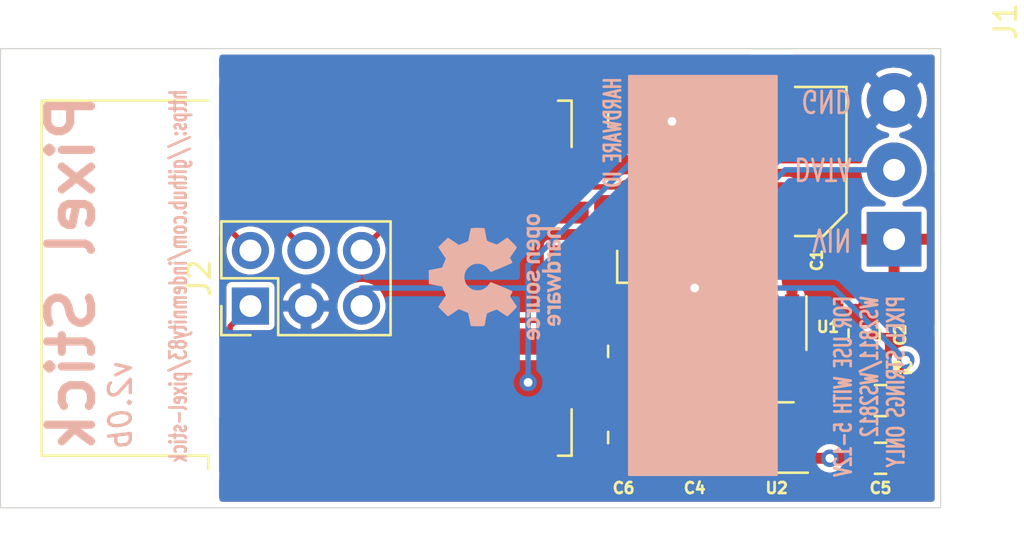
<source format=kicad_pcb>
(kicad_pcb (version 20171130) (host pcbnew "(5.1.7-0-10_14)")

  (general
    (thickness 1.6)
    (drawings 13)
    (tracks 63)
    (zones 0)
    (modules 17)
    (nets 29)
  )

  (page A4)
  (layers
    (0 F.Cu signal)
    (31 B.Cu signal)
    (32 B.Adhes user)
    (33 F.Adhes user)
    (34 B.Paste user)
    (35 F.Paste user)
    (36 B.SilkS user)
    (37 F.SilkS user)
    (38 B.Mask user)
    (39 F.Mask user)
    (40 Dwgs.User user)
    (41 Cmts.User user)
    (42 Eco1.User user)
    (43 Eco2.User user)
    (44 Edge.Cuts user)
    (45 Margin user)
    (46 B.CrtYd user)
    (47 F.CrtYd user)
    (48 B.Fab user)
    (49 F.Fab user)
  )

  (setup
    (last_trace_width 0.25)
    (user_trace_width 0.5)
    (user_trace_width 1)
    (user_trace_width 2)
    (trace_clearance 0.2)
    (zone_clearance 0.25)
    (zone_45_only no)
    (trace_min 0.2)
    (via_size 0.8)
    (via_drill 0.4)
    (via_min_size 0.4)
    (via_min_drill 0.3)
    (uvia_size 0.3)
    (uvia_drill 0.1)
    (uvias_allowed no)
    (uvia_min_size 0.2)
    (uvia_min_drill 0.1)
    (edge_width 0.05)
    (segment_width 0.2)
    (pcb_text_width 0.3)
    (pcb_text_size 1.5 1.5)
    (mod_edge_width 0.12)
    (mod_text_size 1 1)
    (mod_text_width 0.15)
    (pad_size 1.7 1.7)
    (pad_drill 1)
    (pad_to_mask_clearance 0.051)
    (solder_mask_min_width 0.25)
    (aux_axis_origin 0 0)
    (visible_elements 7FFFFFFF)
    (pcbplotparams
      (layerselection 0x010fc_ffffffff)
      (usegerberextensions false)
      (usegerberattributes false)
      (usegerberadvancedattributes false)
      (creategerberjobfile false)
      (excludeedgelayer true)
      (linewidth 0.100000)
      (plotframeref false)
      (viasonmask false)
      (mode 1)
      (useauxorigin false)
      (hpglpennumber 1)
      (hpglpenspeed 20)
      (hpglpendiameter 15.000000)
      (psnegative false)
      (psa4output false)
      (plotreference true)
      (plotvalue true)
      (plotinvisibletext false)
      (padsonsilk false)
      (subtractmaskfromsilk false)
      (outputformat 1)
      (mirror false)
      (drillshape 0)
      (scaleselection 1)
      (outputdirectory "gerbers"))
  )

  (net 0 "")
  (net 1 GND)
  (net 2 +3V3)
  (net 3 +5V)
  (net 4 /RXD)
  (net 5 /TXD)
  (net 6 /DATA)
  (net 7 /GPIO0)
  (net 8 /GPIO2)
  (net 9 "Net-(C4-Pad2)")
  (net 10 "Net-(C4-Pad1)")
  (net 11 VIN)
  (net 12 /EN)
  (net 13 /GPIO15)
  (net 14 "Net-(U3-Pad20)")
  (net 15 "Net-(U3-Pad19)")
  (net 16 "Net-(U3-Pad14)")
  (net 17 "Net-(U3-Pad13)")
  (net 18 "Net-(U3-Pad12)")
  (net 19 "Net-(U3-Pad11)")
  (net 20 "Net-(U3-Pad10)")
  (net 21 "Net-(U3-Pad9)")
  (net 22 "Net-(U3-Pad7)")
  (net 23 "Net-(U3-Pad6)")
  (net 24 "Net-(U3-Pad5)")
  (net 25 "Net-(U3-Pad4)")
  (net 26 "Net-(U3-Pad2)")
  (net 27 "Net-(U1-Pad4)")
  (net 28 /~RST)

  (net_class Default "This is the default net class."
    (clearance 0.2)
    (trace_width 0.25)
    (via_dia 0.8)
    (via_drill 0.4)
    (uvia_dia 0.3)
    (uvia_drill 0.1)
    (add_net +3V3)
    (add_net +5V)
    (add_net /DATA)
    (add_net /EN)
    (add_net /GPIO0)
    (add_net /GPIO15)
    (add_net /GPIO2)
    (add_net /RXD)
    (add_net /TXD)
    (add_net /~RST)
    (add_net GND)
    (add_net "Net-(C4-Pad1)")
    (add_net "Net-(C4-Pad2)")
    (add_net "Net-(U1-Pad4)")
    (add_net "Net-(U3-Pad10)")
    (add_net "Net-(U3-Pad11)")
    (add_net "Net-(U3-Pad12)")
    (add_net "Net-(U3-Pad13)")
    (add_net "Net-(U3-Pad14)")
    (add_net "Net-(U3-Pad19)")
    (add_net "Net-(U3-Pad2)")
    (add_net "Net-(U3-Pad20)")
    (add_net "Net-(U3-Pad4)")
    (add_net "Net-(U3-Pad5)")
    (add_net "Net-(U3-Pad6)")
    (add_net "Net-(U3-Pad7)")
    (add_net "Net-(U3-Pad9)")
    (add_net VIN)
  )

  (module Connector_PinHeader_2.54mm:PinHeader_2x03_P2.54mm_Vertical (layer F.Cu) (tedit 59FED5CC) (tstamp 5FB21546)
    (at 138.43 108.775 90)
    (descr "Through hole straight pin header, 2x03, 2.54mm pitch, double rows")
    (tags "Through hole pin header THT 2x03 2.54mm double row")
    (path /5FB87FB4)
    (fp_text reference J2 (at 1.27 -2.33 90) (layer F.SilkS)
      (effects (font (size 1 1) (thickness 0.15)))
    )
    (fp_text value Conn_02x03_Counter_Clockwise (at 1.27 7.41 90) (layer F.Fab)
      (effects (font (size 1 1) (thickness 0.15)))
    )
    (fp_text user %R (at 1.27 2.54) (layer F.Fab)
      (effects (font (size 1 1) (thickness 0.15)))
    )
    (fp_line (start 0 -1.27) (end 3.81 -1.27) (layer F.Fab) (width 0.1))
    (fp_line (start 3.81 -1.27) (end 3.81 6.35) (layer F.Fab) (width 0.1))
    (fp_line (start 3.81 6.35) (end -1.27 6.35) (layer F.Fab) (width 0.1))
    (fp_line (start -1.27 6.35) (end -1.27 0) (layer F.Fab) (width 0.1))
    (fp_line (start -1.27 0) (end 0 -1.27) (layer F.Fab) (width 0.1))
    (fp_line (start -1.33 6.41) (end 3.87 6.41) (layer F.SilkS) (width 0.12))
    (fp_line (start -1.33 1.27) (end -1.33 6.41) (layer F.SilkS) (width 0.12))
    (fp_line (start 3.87 -1.33) (end 3.87 6.41) (layer F.SilkS) (width 0.12))
    (fp_line (start -1.33 1.27) (end 1.27 1.27) (layer F.SilkS) (width 0.12))
    (fp_line (start 1.27 1.27) (end 1.27 -1.33) (layer F.SilkS) (width 0.12))
    (fp_line (start 1.27 -1.33) (end 3.87 -1.33) (layer F.SilkS) (width 0.12))
    (fp_line (start -1.33 0) (end -1.33 -1.33) (layer F.SilkS) (width 0.12))
    (fp_line (start -1.33 -1.33) (end 0 -1.33) (layer F.SilkS) (width 0.12))
    (fp_line (start -1.8 -1.8) (end -1.8 6.85) (layer F.CrtYd) (width 0.05))
    (fp_line (start -1.8 6.85) (end 4.35 6.85) (layer F.CrtYd) (width 0.05))
    (fp_line (start 4.35 6.85) (end 4.35 -1.8) (layer F.CrtYd) (width 0.05))
    (fp_line (start 4.35 -1.8) (end -1.8 -1.8) (layer F.CrtYd) (width 0.05))
    (pad 6 thru_hole oval (at 2.54 5.08 90) (size 1.7 1.7) (drill 1) (layers *.Cu *.Mask)
      (net 7 /GPIO0))
    (pad 5 thru_hole oval (at 0 5.08 90) (size 1.7 1.7) (drill 1) (layers *.Cu *.Mask)
      (net 2 +3V3))
    (pad 4 thru_hole oval (at 2.54 2.54 90) (size 1.7 1.7) (drill 1) (layers *.Cu *.Mask)
      (net 4 /RXD))
    (pad 3 thru_hole oval (at 0 2.54 90) (size 1.7 1.7) (drill 1) (layers *.Cu *.Mask)
      (net 1 GND))
    (pad 2 thru_hole oval (at 2.54 0 90) (size 1.7 1.7) (drill 1) (layers *.Cu *.Mask)
      (net 5 /TXD))
    (pad 1 thru_hole rect (at 0 0 90) (size 1.7 1.7) (drill 1) (layers *.Cu *.Mask)
      (net 28 /~RST))
    (model ${KISYS3DMOD}/Connector_PinHeader_2.54mm.3dshapes/PinHeader_2x03_P2.54mm_Vertical.wrl
      (at (xyz 0 0 0))
      (scale (xyz 1 1 1))
      (rotate (xyz 0 0 0))
    )
  )

  (module Connector_Wire:SolderWirePad_1x03_P3.175mm_Drill1mm (layer F.Cu) (tedit 5AEE5F67) (tstamp 5E1A9D89)
    (at 167.869 105.719 90)
    (descr "Wire solder connection")
    (tags connector)
    (path /5DFF0485)
    (attr virtual)
    (fp_text reference J1 (at 9.961 5.105 90) (layer F.SilkS)
      (effects (font (size 1 1) (thickness 0.15)))
    )
    (fp_text value WS2811 (at 3.175 3.175 90) (layer F.Fab)
      (effects (font (size 1 1) (thickness 0.15)))
    )
    (fp_line (start -1.74 -1.75) (end 8.1 -1.75) (layer F.CrtYd) (width 0.05))
    (fp_line (start -1.74 -1.75) (end -1.74 1.75) (layer F.CrtYd) (width 0.05))
    (fp_line (start 8.1 1.75) (end 8.1 -1.75) (layer F.CrtYd) (width 0.05))
    (fp_line (start 8.1 1.75) (end -1.74 1.75) (layer F.CrtYd) (width 0.05))
    (fp_text user %R (at 3.175 0 90) (layer F.Fab)
      (effects (font (size 1 1) (thickness 0.15)))
    )
    (pad 3 thru_hole circle (at 6.35 0 90) (size 2.49936 2.49936) (drill 1.00076) (layers *.Cu *.Mask)
      (net 1 GND))
    (pad 2 thru_hole circle (at 3.175 0 90) (size 2.49936 2.49936) (drill 1.00076) (layers *.Cu *.Mask)
      (net 6 /DATA))
    (pad 1 thru_hole rect (at 0 0 90) (size 2.49936 2.49936) (drill 1.00076) (layers *.Cu *.Mask)
      (net 11 VIN))
  )

  (module Capacitor_SMD:CP_Elec_6.3x7.7 (layer F.Cu) (tedit 5BCA39D0) (tstamp 5E1A1F06)
    (at 162.281 102.163 90)
    (descr "SMD capacitor, aluminum electrolytic, Nichicon, 6.3x7.7mm")
    (tags "capacitor electrolytic")
    (path /5DEF5F98)
    (attr smd)
    (fp_text reference C1 (at -4.517 2.057 90) (layer F.SilkS)
      (effects (font (size 0.5 0.5) (thickness 0.125)))
    )
    (fp_text value 100µF (at 0 4.35 90) (layer F.Fab)
      (effects (font (size 1 1) (thickness 0.15)))
    )
    (fp_circle (center 0 0) (end 3.15 0) (layer F.Fab) (width 0.1))
    (fp_line (start 3.3 -3.3) (end 3.3 3.3) (layer F.Fab) (width 0.1))
    (fp_line (start -2.3 -3.3) (end 3.3 -3.3) (layer F.Fab) (width 0.1))
    (fp_line (start -2.3 3.3) (end 3.3 3.3) (layer F.Fab) (width 0.1))
    (fp_line (start -3.3 -2.3) (end -3.3 2.3) (layer F.Fab) (width 0.1))
    (fp_line (start -3.3 -2.3) (end -2.3 -3.3) (layer F.Fab) (width 0.1))
    (fp_line (start -3.3 2.3) (end -2.3 3.3) (layer F.Fab) (width 0.1))
    (fp_line (start -2.704838 -1.33) (end -2.074838 -1.33) (layer F.Fab) (width 0.1))
    (fp_line (start -2.389838 -1.645) (end -2.389838 -1.015) (layer F.Fab) (width 0.1))
    (fp_line (start 3.41 3.41) (end 3.41 1.06) (layer F.SilkS) (width 0.12))
    (fp_line (start 3.41 -3.41) (end 3.41 -1.06) (layer F.SilkS) (width 0.12))
    (fp_line (start -2.345563 -3.41) (end 3.41 -3.41) (layer F.SilkS) (width 0.12))
    (fp_line (start -2.345563 3.41) (end 3.41 3.41) (layer F.SilkS) (width 0.12))
    (fp_line (start -3.41 2.345563) (end -3.41 1.06) (layer F.SilkS) (width 0.12))
    (fp_line (start -3.41 -2.345563) (end -3.41 -1.06) (layer F.SilkS) (width 0.12))
    (fp_line (start -3.41 -2.345563) (end -2.345563 -3.41) (layer F.SilkS) (width 0.12))
    (fp_line (start -3.41 2.345563) (end -2.345563 3.41) (layer F.SilkS) (width 0.12))
    (fp_line (start -4.4375 -1.8475) (end -3.65 -1.8475) (layer F.SilkS) (width 0.12))
    (fp_line (start -4.04375 -2.24125) (end -4.04375 -1.45375) (layer F.SilkS) (width 0.12))
    (fp_line (start 3.55 -3.55) (end 3.55 -1.05) (layer F.CrtYd) (width 0.05))
    (fp_line (start 3.55 -1.05) (end 4.7 -1.05) (layer F.CrtYd) (width 0.05))
    (fp_line (start 4.7 -1.05) (end 4.7 1.05) (layer F.CrtYd) (width 0.05))
    (fp_line (start 4.7 1.05) (end 3.55 1.05) (layer F.CrtYd) (width 0.05))
    (fp_line (start 3.55 1.05) (end 3.55 3.55) (layer F.CrtYd) (width 0.05))
    (fp_line (start -2.4 3.55) (end 3.55 3.55) (layer F.CrtYd) (width 0.05))
    (fp_line (start -2.4 -3.55) (end 3.55 -3.55) (layer F.CrtYd) (width 0.05))
    (fp_line (start -3.55 2.4) (end -2.4 3.55) (layer F.CrtYd) (width 0.05))
    (fp_line (start -3.55 -2.4) (end -2.4 -3.55) (layer F.CrtYd) (width 0.05))
    (fp_line (start -3.55 -2.4) (end -3.55 -1.05) (layer F.CrtYd) (width 0.05))
    (fp_line (start -3.55 1.05) (end -3.55 2.4) (layer F.CrtYd) (width 0.05))
    (fp_line (start -3.55 -1.05) (end -4.7 -1.05) (layer F.CrtYd) (width 0.05))
    (fp_line (start -4.7 -1.05) (end -4.7 1.05) (layer F.CrtYd) (width 0.05))
    (fp_line (start -4.7 1.05) (end -3.55 1.05) (layer F.CrtYd) (width 0.05))
    (fp_text user %R (at 0 0 90) (layer F.Fab)
      (effects (font (size 1 1) (thickness 0.15)))
    )
    (pad 2 smd roundrect (at 2.7 0 90) (size 3.5 1.6) (layers F.Cu F.Paste F.Mask) (roundrect_rratio 0.15625)
      (net 1 GND))
    (pad 1 smd roundrect (at -2.7 0 90) (size 3.5 1.6) (layers F.Cu F.Paste F.Mask) (roundrect_rratio 0.15625)
      (net 11 VIN))
    (model ${KISYS3DMOD}/Capacitor_SMD.3dshapes/CP_Elec_6.3x7.7.wrl
      (at (xyz 0 0 0))
      (scale (xyz 1 1 1))
      (rotate (xyz 0 0 0))
    )
  )

  (module Symbol:OSHW-Logo_5.7x6mm_SilkScreen locked (layer B.Cu) (tedit 0) (tstamp 5E1A1335)
    (at 149.606 107.442 270)
    (descr "Open Source Hardware Logo")
    (tags "Logo OSHW")
    (attr virtual)
    (fp_text reference REF** (at 0 0 90) (layer B.SilkS) hide
      (effects (font (size 1 1) (thickness 0.15)) (justify mirror))
    )
    (fp_text value OSHW-Logo_5.7x6mm_SilkScreen (at 0.75 0 90) (layer B.Fab) hide
      (effects (font (size 1 1) (thickness 0.15)) (justify mirror))
    )
    (fp_poly (pts (xy -1.908759 -1.469184) (xy -1.882247 -1.482282) (xy -1.849553 -1.505106) (xy -1.825725 -1.529996)
      (xy -1.809406 -1.561249) (xy -1.79924 -1.603166) (xy -1.793872 -1.660044) (xy -1.791944 -1.736184)
      (xy -1.791831 -1.768917) (xy -1.792161 -1.840656) (xy -1.793527 -1.891927) (xy -1.7965 -1.927404)
      (xy -1.801649 -1.951763) (xy -1.809543 -1.96968) (xy -1.817757 -1.981902) (xy -1.870187 -2.033905)
      (xy -1.93193 -2.065184) (xy -1.998536 -2.074592) (xy -2.065558 -2.06098) (xy -2.086792 -2.051354)
      (xy -2.137624 -2.024859) (xy -2.137624 -2.440052) (xy -2.100525 -2.420868) (xy -2.051643 -2.406025)
      (xy -1.991561 -2.402222) (xy -1.931564 -2.409243) (xy -1.886256 -2.425013) (xy -1.848675 -2.455047)
      (xy -1.816564 -2.498024) (xy -1.81415 -2.502436) (xy -1.803967 -2.523221) (xy -1.79653 -2.54417)
      (xy -1.791411 -2.569548) (xy -1.788181 -2.603618) (xy -1.786413 -2.650641) (xy -1.785677 -2.714882)
      (xy -1.785544 -2.787176) (xy -1.785544 -3.017822) (xy -1.923861 -3.017822) (xy -1.923861 -2.592533)
      (xy -1.962549 -2.559979) (xy -2.002738 -2.53394) (xy -2.040797 -2.529205) (xy -2.079066 -2.541389)
      (xy -2.099462 -2.55332) (xy -2.114642 -2.570313) (xy -2.125438 -2.595995) (xy -2.132683 -2.633991)
      (xy -2.137208 -2.687926) (xy -2.139844 -2.761425) (xy -2.140772 -2.810347) (xy -2.143911 -3.011535)
      (xy -2.209926 -3.015336) (xy -2.27594 -3.019136) (xy -2.27594 -1.77065) (xy -2.137624 -1.77065)
      (xy -2.134097 -1.840254) (xy -2.122215 -1.888569) (xy -2.10002 -1.918631) (xy -2.065559 -1.933471)
      (xy -2.030742 -1.936436) (xy -1.991329 -1.933028) (xy -1.965171 -1.919617) (xy -1.948814 -1.901896)
      (xy -1.935937 -1.882835) (xy -1.928272 -1.861601) (xy -1.924861 -1.831849) (xy -1.924749 -1.787236)
      (xy -1.925897 -1.74988) (xy -1.928532 -1.693604) (xy -1.932456 -1.656658) (xy -1.939063 -1.633223)
      (xy -1.949749 -1.61748) (xy -1.959833 -1.60838) (xy -2.00197 -1.588537) (xy -2.05184 -1.585332)
      (xy -2.080476 -1.592168) (xy -2.108828 -1.616464) (xy -2.127609 -1.663728) (xy -2.136712 -1.733624)
      (xy -2.137624 -1.77065) (xy -2.27594 -1.77065) (xy -2.27594 -1.458614) (xy -2.206782 -1.458614)
      (xy -2.16526 -1.460256) (xy -2.143838 -1.466087) (xy -2.137626 -1.477461) (xy -2.137624 -1.477798)
      (xy -2.134742 -1.488938) (xy -2.12203 -1.487673) (xy -2.096757 -1.475433) (xy -2.037869 -1.456707)
      (xy -1.971615 -1.454739) (xy -1.908759 -1.469184)) (layer B.SilkS) (width 0.01))
    (fp_poly (pts (xy -1.38421 -2.406555) (xy -1.325055 -2.422339) (xy -1.280023 -2.450948) (xy -1.248246 -2.488419)
      (xy -1.238366 -2.504411) (xy -1.231073 -2.521163) (xy -1.225974 -2.542592) (xy -1.222679 -2.572616)
      (xy -1.220797 -2.615154) (xy -1.219937 -2.674122) (xy -1.219707 -2.75344) (xy -1.219703 -2.774484)
      (xy -1.219703 -3.017822) (xy -1.280059 -3.017822) (xy -1.318557 -3.015126) (xy -1.347023 -3.008295)
      (xy -1.354155 -3.004083) (xy -1.373652 -2.996813) (xy -1.393566 -3.004083) (xy -1.426353 -3.01316)
      (xy -1.473978 -3.016813) (xy -1.526764 -3.015228) (xy -1.575036 -3.008589) (xy -1.603218 -3.000072)
      (xy -1.657753 -2.965063) (xy -1.691835 -2.916479) (xy -1.707157 -2.851882) (xy -1.707299 -2.850223)
      (xy -1.705955 -2.821566) (xy -1.584356 -2.821566) (xy -1.573726 -2.854161) (xy -1.55641 -2.872505)
      (xy -1.521652 -2.886379) (xy -1.475773 -2.891917) (xy -1.428988 -2.889191) (xy -1.391514 -2.878274)
      (xy -1.381015 -2.871269) (xy -1.362668 -2.838904) (xy -1.35802 -2.802111) (xy -1.35802 -2.753763)
      (xy -1.427582 -2.753763) (xy -1.493667 -2.75885) (xy -1.543764 -2.773263) (xy -1.574929 -2.795729)
      (xy -1.584356 -2.821566) (xy -1.705955 -2.821566) (xy -1.703987 -2.779647) (xy -1.68071 -2.723845)
      (xy -1.636948 -2.681647) (xy -1.630899 -2.677808) (xy -1.604907 -2.665309) (xy -1.572735 -2.65774)
      (xy -1.52776 -2.654061) (xy -1.474331 -2.653216) (xy -1.35802 -2.653169) (xy -1.35802 -2.604411)
      (xy -1.362953 -2.566581) (xy -1.375543 -2.541236) (xy -1.377017 -2.539887) (xy -1.405034 -2.5288)
      (xy -1.447326 -2.524503) (xy -1.494064 -2.526615) (xy -1.535418 -2.534756) (xy -1.559957 -2.546965)
      (xy -1.573253 -2.556746) (xy -1.587294 -2.558613) (xy -1.606671 -2.5506) (xy -1.635976 -2.530739)
      (xy -1.679803 -2.497063) (xy -1.683825 -2.493909) (xy -1.681764 -2.482236) (xy -1.664568 -2.462822)
      (xy -1.638433 -2.441248) (xy -1.609552 -2.423096) (xy -1.600478 -2.418809) (xy -1.56738 -2.410256)
      (xy -1.51888 -2.404155) (xy -1.464695 -2.401708) (xy -1.462161 -2.401703) (xy -1.38421 -2.406555)) (layer B.SilkS) (width 0.01))
    (fp_poly (pts (xy -0.993356 -2.40302) (xy -0.974539 -2.40866) (xy -0.968473 -2.421053) (xy -0.968218 -2.426647)
      (xy -0.967129 -2.44223) (xy -0.959632 -2.444676) (xy -0.939381 -2.433993) (xy -0.927351 -2.426694)
      (xy -0.8894 -2.411063) (xy -0.844072 -2.403334) (xy -0.796544 -2.40274) (xy -0.751995 -2.408513)
      (xy -0.715602 -2.419884) (xy -0.692543 -2.436088) (xy -0.687996 -2.456355) (xy -0.690291 -2.461843)
      (xy -0.70702 -2.484626) (xy -0.732963 -2.512647) (xy -0.737655 -2.517177) (xy -0.762383 -2.538005)
      (xy -0.783718 -2.544735) (xy -0.813555 -2.540038) (xy -0.825508 -2.536917) (xy -0.862705 -2.529421)
      (xy -0.888859 -2.532792) (xy -0.910946 -2.544681) (xy -0.931178 -2.560635) (xy -0.946079 -2.5807)
      (xy -0.956434 -2.608702) (xy -0.963029 -2.648467) (xy -0.966649 -2.703823) (xy -0.968078 -2.778594)
      (xy -0.968218 -2.82374) (xy -0.968218 -3.017822) (xy -1.09396 -3.017822) (xy -1.09396 -2.401683)
      (xy -1.031089 -2.401683) (xy -0.993356 -2.40302)) (layer B.SilkS) (width 0.01))
    (fp_poly (pts (xy -0.201188 -3.017822) (xy -0.270346 -3.017822) (xy -0.310488 -3.016645) (xy -0.331394 -3.011772)
      (xy -0.338922 -3.001186) (xy -0.339505 -2.994029) (xy -0.340774 -2.979676) (xy -0.348779 -2.976923)
      (xy -0.369815 -2.985771) (xy -0.386173 -2.994029) (xy -0.448977 -3.013597) (xy -0.517248 -3.014729)
      (xy -0.572752 -3.000135) (xy -0.624438 -2.964877) (xy -0.663838 -2.912835) (xy -0.685413 -2.85145)
      (xy -0.685962 -2.848018) (xy -0.689167 -2.810571) (xy -0.690761 -2.756813) (xy -0.690633 -2.716155)
      (xy -0.553279 -2.716155) (xy -0.550097 -2.770194) (xy -0.542859 -2.814735) (xy -0.53306 -2.839888)
      (xy -0.495989 -2.87426) (xy -0.451974 -2.886582) (xy -0.406584 -2.876618) (xy -0.367797 -2.846895)
      (xy -0.353108 -2.826905) (xy -0.344519 -2.80305) (xy -0.340496 -2.76823) (xy -0.339505 -2.71593)
      (xy -0.341278 -2.664139) (xy -0.345963 -2.618634) (xy -0.352603 -2.588181) (xy -0.35371 -2.585452)
      (xy -0.380491 -2.553) (xy -0.419579 -2.535183) (xy -0.463315 -2.532306) (xy -0.504038 -2.544674)
      (xy -0.534087 -2.572593) (xy -0.537204 -2.578148) (xy -0.546961 -2.612022) (xy -0.552277 -2.660728)
      (xy -0.553279 -2.716155) (xy -0.690633 -2.716155) (xy -0.690568 -2.69554) (xy -0.689664 -2.662563)
      (xy -0.683514 -2.580981) (xy -0.670733 -2.51973) (xy -0.649471 -2.474449) (xy -0.617878 -2.440779)
      (xy -0.587207 -2.421014) (xy -0.544354 -2.40712) (xy -0.491056 -2.402354) (xy -0.43648 -2.406236)
      (xy -0.389792 -2.418282) (xy -0.365124 -2.432693) (xy -0.339505 -2.455878) (xy -0.339505 -2.162773)
      (xy -0.201188 -2.162773) (xy -0.201188 -3.017822)) (layer B.SilkS) (width 0.01))
    (fp_poly (pts (xy 0.281524 -2.404237) (xy 0.331255 -2.407971) (xy 0.461291 -2.797773) (xy 0.481678 -2.728614)
      (xy 0.493946 -2.685874) (xy 0.510085 -2.628115) (xy 0.527512 -2.564625) (xy 0.536726 -2.53057)
      (xy 0.571388 -2.401683) (xy 0.714391 -2.401683) (xy 0.671646 -2.536857) (xy 0.650596 -2.603342)
      (xy 0.625167 -2.683539) (xy 0.59861 -2.767193) (xy 0.574902 -2.841782) (xy 0.520902 -3.011535)
      (xy 0.462598 -3.015328) (xy 0.404295 -3.019122) (xy 0.372679 -2.914734) (xy 0.353182 -2.849889)
      (xy 0.331904 -2.7784) (xy 0.313308 -2.715263) (xy 0.312574 -2.71275) (xy 0.298684 -2.669969)
      (xy 0.286429 -2.640779) (xy 0.277846 -2.629741) (xy 0.276082 -2.631018) (xy 0.269891 -2.64813)
      (xy 0.258128 -2.684787) (xy 0.242225 -2.736378) (xy 0.223614 -2.798294) (xy 0.213543 -2.832352)
      (xy 0.159007 -3.017822) (xy 0.043264 -3.017822) (xy -0.049263 -2.725471) (xy -0.075256 -2.643462)
      (xy -0.098934 -2.568987) (xy -0.11918 -2.505544) (xy -0.134874 -2.456632) (xy -0.144898 -2.425749)
      (xy -0.147945 -2.416726) (xy -0.145533 -2.407487) (xy -0.126592 -2.403441) (xy -0.087177 -2.403846)
      (xy -0.081007 -2.404152) (xy -0.007914 -2.407971) (xy 0.039957 -2.58401) (xy 0.057553 -2.648211)
      (xy 0.073277 -2.704649) (xy 0.085746 -2.748422) (xy 0.093574 -2.77463) (xy 0.09502 -2.778903)
      (xy 0.101014 -2.77399) (xy 0.113101 -2.748532) (xy 0.129893 -2.705997) (xy 0.150003 -2.64985)
      (xy 0.167003 -2.59913) (xy 0.231794 -2.400504) (xy 0.281524 -2.404237)) (layer B.SilkS) (width 0.01))
    (fp_poly (pts (xy 1.038411 -2.405417) (xy 1.091411 -2.41829) (xy 1.106731 -2.42511) (xy 1.136428 -2.442974)
      (xy 1.15922 -2.463093) (xy 1.176083 -2.488962) (xy 1.187998 -2.524073) (xy 1.195942 -2.57192)
      (xy 1.200894 -2.635996) (xy 1.203831 -2.719794) (xy 1.204947 -2.775768) (xy 1.209052 -3.017822)
      (xy 1.138932 -3.017822) (xy 1.096393 -3.016038) (xy 1.074476 -3.009942) (xy 1.068812 -2.999706)
      (xy 1.065821 -2.988637) (xy 1.052451 -2.990754) (xy 1.034233 -2.999629) (xy 0.988624 -3.013233)
      (xy 0.930007 -3.016899) (xy 0.868354 -3.010903) (xy 0.813638 -2.995521) (xy 0.80873 -2.993386)
      (xy 0.758723 -2.958255) (xy 0.725756 -2.909419) (xy 0.710587 -2.852333) (xy 0.711746 -2.831824)
      (xy 0.835508 -2.831824) (xy 0.846413 -2.859425) (xy 0.878745 -2.879204) (xy 0.93091 -2.889819)
      (xy 0.958787 -2.891228) (xy 1.005247 -2.88762) (xy 1.036129 -2.873597) (xy 1.043664 -2.866931)
      (xy 1.064076 -2.830666) (xy 1.068812 -2.797773) (xy 1.068812 -2.753763) (xy 1.007513 -2.753763)
      (xy 0.936256 -2.757395) (xy 0.886276 -2.768818) (xy 0.854696 -2.788824) (xy 0.847626 -2.797743)
      (xy 0.835508 -2.831824) (xy 0.711746 -2.831824) (xy 0.713971 -2.792456) (xy 0.736663 -2.735244)
      (xy 0.767624 -2.69658) (xy 0.786376 -2.679864) (xy 0.804733 -2.668878) (xy 0.828619 -2.66218)
      (xy 0.863957 -2.658326) (xy 0.916669 -2.655873) (xy 0.937577 -2.655168) (xy 1.068812 -2.650879)
      (xy 1.06862 -2.611158) (xy 1.063537 -2.569405) (xy 1.045162 -2.544158) (xy 1.008039 -2.52803)
      (xy 1.007043 -2.527742) (xy 0.95441 -2.5214) (xy 0.902906 -2.529684) (xy 0.86463 -2.549827)
      (xy 0.849272 -2.559773) (xy 0.83273 -2.558397) (xy 0.807275 -2.543987) (xy 0.792328 -2.533817)
      (xy 0.763091 -2.512088) (xy 0.74498 -2.4958) (xy 0.742074 -2.491137) (xy 0.75404 -2.467005)
      (xy 0.789396 -2.438185) (xy 0.804753 -2.428461) (xy 0.848901 -2.411714) (xy 0.908398 -2.402227)
      (xy 0.974487 -2.400095) (xy 1.038411 -2.405417)) (layer B.SilkS) (width 0.01))
    (fp_poly (pts (xy 1.635255 -2.401486) (xy 1.683595 -2.411015) (xy 1.711114 -2.425125) (xy 1.740064 -2.448568)
      (xy 1.698876 -2.500571) (xy 1.673482 -2.532064) (xy 1.656238 -2.547428) (xy 1.639102 -2.549776)
      (xy 1.614027 -2.542217) (xy 1.602257 -2.537941) (xy 1.55427 -2.531631) (xy 1.510324 -2.545156)
      (xy 1.47806 -2.57571) (xy 1.472819 -2.585452) (xy 1.467112 -2.611258) (xy 1.462706 -2.658817)
      (xy 1.459811 -2.724758) (xy 1.458631 -2.80571) (xy 1.458614 -2.817226) (xy 1.458614 -3.017822)
      (xy 1.320297 -3.017822) (xy 1.320297 -2.401683) (xy 1.389456 -2.401683) (xy 1.429333 -2.402725)
      (xy 1.450107 -2.407358) (xy 1.457789 -2.417849) (xy 1.458614 -2.427745) (xy 1.458614 -2.453806)
      (xy 1.491745 -2.427745) (xy 1.529735 -2.409965) (xy 1.58077 -2.401174) (xy 1.635255 -2.401486)) (layer B.SilkS) (width 0.01))
    (fp_poly (pts (xy 2.032581 -2.40497) (xy 2.092685 -2.420597) (xy 2.143021 -2.452848) (xy 2.167393 -2.47694)
      (xy 2.207345 -2.533895) (xy 2.230242 -2.599965) (xy 2.238108 -2.681182) (xy 2.238148 -2.687748)
      (xy 2.238218 -2.753763) (xy 1.858264 -2.753763) (xy 1.866363 -2.788342) (xy 1.880987 -2.819659)
      (xy 1.906581 -2.852291) (xy 1.911935 -2.8575) (xy 1.957943 -2.885694) (xy 2.01041 -2.890475)
      (xy 2.070803 -2.871926) (xy 2.08104 -2.866931) (xy 2.112439 -2.851745) (xy 2.13347 -2.843094)
      (xy 2.137139 -2.842293) (xy 2.149948 -2.850063) (xy 2.174378 -2.869072) (xy 2.186779 -2.87946)
      (xy 2.212476 -2.903321) (xy 2.220915 -2.919077) (xy 2.215058 -2.933571) (xy 2.211928 -2.937534)
      (xy 2.190725 -2.954879) (xy 2.155738 -2.975959) (xy 2.131337 -2.988265) (xy 2.062072 -3.009946)
      (xy 1.985388 -3.016971) (xy 1.912765 -3.008647) (xy 1.892426 -3.002686) (xy 1.829476 -2.968952)
      (xy 1.782815 -2.917045) (xy 1.752173 -2.846459) (xy 1.737282 -2.756692) (xy 1.735647 -2.709753)
      (xy 1.740421 -2.641413) (xy 1.86099 -2.641413) (xy 1.872652 -2.646465) (xy 1.903998 -2.650429)
      (xy 1.949571 -2.652768) (xy 1.980446 -2.653169) (xy 2.035981 -2.652783) (xy 2.071033 -2.650975)
      (xy 2.090262 -2.646773) (xy 2.09833 -2.639203) (xy 2.099901 -2.628218) (xy 2.089121 -2.594381)
      (xy 2.06198 -2.56094) (xy 2.026277 -2.535272) (xy 1.99056 -2.524772) (xy 1.942048 -2.534086)
      (xy 1.900053 -2.561013) (xy 1.870936 -2.599827) (xy 1.86099 -2.641413) (xy 1.740421 -2.641413)
      (xy 1.742599 -2.610236) (xy 1.764055 -2.530949) (xy 1.80047 -2.471263) (xy 1.852297 -2.430549)
      (xy 1.91999 -2.408179) (xy 1.956662 -2.403871) (xy 2.032581 -2.40497)) (layer B.SilkS) (width 0.01))
    (fp_poly (pts (xy -2.538261 -1.465148) (xy -2.472479 -1.494231) (xy -2.42254 -1.542793) (xy -2.388374 -1.610908)
      (xy -2.369907 -1.698651) (xy -2.368583 -1.712351) (xy -2.367546 -1.808939) (xy -2.380993 -1.893602)
      (xy -2.408108 -1.962221) (xy -2.422627 -1.984294) (xy -2.473201 -2.031011) (xy -2.537609 -2.061268)
      (xy -2.609666 -2.073824) (xy -2.683185 -2.067439) (xy -2.739072 -2.047772) (xy -2.787132 -2.014629)
      (xy -2.826412 -1.971175) (xy -2.827092 -1.970158) (xy -2.843044 -1.943338) (xy -2.85341 -1.916368)
      (xy -2.859688 -1.882332) (xy -2.863373 -1.83431) (xy -2.864997 -1.794931) (xy -2.865672 -1.759219)
      (xy -2.739955 -1.759219) (xy -2.738726 -1.79477) (xy -2.734266 -1.842094) (xy -2.726397 -1.872465)
      (xy -2.712207 -1.894072) (xy -2.698917 -1.906694) (xy -2.651802 -1.933122) (xy -2.602505 -1.936653)
      (xy -2.556593 -1.917639) (xy -2.533638 -1.896331) (xy -2.517096 -1.874859) (xy -2.507421 -1.854313)
      (xy -2.503174 -1.827574) (xy -2.50292 -1.787523) (xy -2.504228 -1.750638) (xy -2.507043 -1.697947)
      (xy -2.511505 -1.663772) (xy -2.519548 -1.64148) (xy -2.533103 -1.624442) (xy -2.543845 -1.614703)
      (xy -2.588777 -1.589123) (xy -2.637249 -1.587847) (xy -2.677894 -1.602999) (xy -2.712567 -1.634642)
      (xy -2.733224 -1.68662) (xy -2.739955 -1.759219) (xy -2.865672 -1.759219) (xy -2.866479 -1.716621)
      (xy -2.863948 -1.658056) (xy -2.856362 -1.614007) (xy -2.842681 -1.579248) (xy -2.821865 -1.548551)
      (xy -2.814147 -1.539436) (xy -2.765889 -1.494021) (xy -2.714128 -1.467493) (xy -2.650828 -1.456379)
      (xy -2.619961 -1.455471) (xy -2.538261 -1.465148)) (layer B.SilkS) (width 0.01))
    (fp_poly (pts (xy -1.356699 -1.472614) (xy -1.344168 -1.478514) (xy -1.300799 -1.510283) (xy -1.25979 -1.556646)
      (xy -1.229168 -1.607696) (xy -1.220459 -1.631166) (xy -1.212512 -1.673091) (xy -1.207774 -1.723757)
      (xy -1.207199 -1.744679) (xy -1.207129 -1.810693) (xy -1.587083 -1.810693) (xy -1.578983 -1.845273)
      (xy -1.559104 -1.88617) (xy -1.524347 -1.921514) (xy -1.482998 -1.944282) (xy -1.456649 -1.94901)
      (xy -1.420916 -1.943273) (xy -1.378282 -1.928882) (xy -1.363799 -1.922262) (xy -1.31024 -1.895513)
      (xy -1.264533 -1.930376) (xy -1.238158 -1.953955) (xy -1.224124 -1.973417) (xy -1.223414 -1.979129)
      (xy -1.235951 -1.992973) (xy -1.263428 -2.014012) (xy -1.288366 -2.030425) (xy -1.355664 -2.05993)
      (xy -1.43111 -2.073284) (xy -1.505888 -2.069812) (xy -1.565495 -2.051663) (xy -1.626941 -2.012784)
      (xy -1.670608 -1.961595) (xy -1.697926 -1.895367) (xy -1.710322 -1.811371) (xy -1.711421 -1.772936)
      (xy -1.707022 -1.684861) (xy -1.706482 -1.682299) (xy -1.580582 -1.682299) (xy -1.577115 -1.690558)
      (xy -1.562863 -1.695113) (xy -1.53347 -1.697065) (xy -1.484575 -1.697517) (xy -1.465748 -1.697525)
      (xy -1.408467 -1.696843) (xy -1.372141 -1.694364) (xy -1.352604 -1.689443) (xy -1.34569 -1.681434)
      (xy -1.345445 -1.678862) (xy -1.353336 -1.658423) (xy -1.373085 -1.629789) (xy -1.381575 -1.619763)
      (xy -1.413094 -1.591408) (xy -1.445949 -1.580259) (xy -1.463651 -1.579327) (xy -1.511539 -1.590981)
      (xy -1.551699 -1.622285) (xy -1.577173 -1.667752) (xy -1.577625 -1.669233) (xy -1.580582 -1.682299)
      (xy -1.706482 -1.682299) (xy -1.692392 -1.61551) (xy -1.666038 -1.560025) (xy -1.633807 -1.520639)
      (xy -1.574217 -1.477931) (xy -1.504168 -1.455109) (xy -1.429661 -1.453046) (xy -1.356699 -1.472614)) (layer B.SilkS) (width 0.01))
    (fp_poly (pts (xy 0.014017 -1.456452) (xy 0.061634 -1.465482) (xy 0.111034 -1.48437) (xy 0.116312 -1.486777)
      (xy 0.153774 -1.506476) (xy 0.179717 -1.524781) (xy 0.188103 -1.536508) (xy 0.180117 -1.555632)
      (xy 0.16072 -1.58385) (xy 0.15211 -1.594384) (xy 0.116628 -1.635847) (xy 0.070885 -1.608858)
      (xy 0.02735 -1.590878) (xy -0.02295 -1.581267) (xy -0.071188 -1.58066) (xy -0.108533 -1.589691)
      (xy -0.117495 -1.595327) (xy -0.134563 -1.621171) (xy -0.136637 -1.650941) (xy -0.123866 -1.674197)
      (xy -0.116312 -1.678708) (xy -0.093675 -1.684309) (xy -0.053885 -1.690892) (xy -0.004834 -1.697183)
      (xy 0.004215 -1.69817) (xy 0.082996 -1.711798) (xy 0.140136 -1.734946) (xy 0.17803 -1.769752)
      (xy 0.199079 -1.818354) (xy 0.205635 -1.877718) (xy 0.196577 -1.945198) (xy 0.167164 -1.998188)
      (xy 0.117278 -2.036783) (xy 0.0468 -2.061081) (xy -0.031435 -2.070667) (xy -0.095234 -2.070552)
      (xy -0.146984 -2.061845) (xy -0.182327 -2.049825) (xy -0.226983 -2.02888) (xy -0.268253 -2.004574)
      (xy -0.282921 -1.993876) (xy -0.320643 -1.963084) (xy -0.275148 -1.917049) (xy -0.229653 -1.871013)
      (xy -0.177928 -1.905243) (xy -0.126048 -1.930952) (xy -0.070649 -1.944399) (xy -0.017395 -1.945818)
      (xy 0.028049 -1.935443) (xy 0.060016 -1.913507) (xy 0.070338 -1.894998) (xy 0.068789 -1.865314)
      (xy 0.04314 -1.842615) (xy -0.00654 -1.82694) (xy -0.060969 -1.819695) (xy -0.144736 -1.805873)
      (xy -0.206967 -1.779796) (xy -0.248493 -1.740699) (xy -0.270147 -1.68782) (xy -0.273147 -1.625126)
      (xy -0.258329 -1.559642) (xy -0.224546 -1.510144) (xy -0.171495 -1.476408) (xy -0.098874 -1.458207)
      (xy -0.045072 -1.454639) (xy 0.014017 -1.456452)) (layer B.SilkS) (width 0.01))
    (fp_poly (pts (xy 0.610762 -1.466055) (xy 0.674363 -1.500692) (xy 0.724123 -1.555372) (xy 0.747568 -1.599842)
      (xy 0.757634 -1.639121) (xy 0.764156 -1.695116) (xy 0.766951 -1.759621) (xy 0.765836 -1.824429)
      (xy 0.760626 -1.881334) (xy 0.754541 -1.911727) (xy 0.734014 -1.953306) (xy 0.698463 -1.997468)
      (xy 0.655619 -2.036087) (xy 0.613211 -2.061034) (xy 0.612177 -2.06143) (xy 0.559553 -2.072331)
      (xy 0.497188 -2.072601) (xy 0.437924 -2.062676) (xy 0.41504 -2.054722) (xy 0.356102 -2.0213)
      (xy 0.31389 -1.977511) (xy 0.286156 -1.919538) (xy 0.270651 -1.843565) (xy 0.267143 -1.803771)
      (xy 0.26759 -1.753766) (xy 0.402376 -1.753766) (xy 0.406917 -1.826732) (xy 0.419986 -1.882334)
      (xy 0.440756 -1.917861) (xy 0.455552 -1.92802) (xy 0.493464 -1.935104) (xy 0.538527 -1.933007)
      (xy 0.577487 -1.922812) (xy 0.587704 -1.917204) (xy 0.614659 -1.884538) (xy 0.632451 -1.834545)
      (xy 0.640024 -1.773705) (xy 0.636325 -1.708497) (xy 0.628057 -1.669253) (xy 0.60432 -1.623805)
      (xy 0.566849 -1.595396) (xy 0.52172 -1.585573) (xy 0.475011 -1.595887) (xy 0.439132 -1.621112)
      (xy 0.420277 -1.641925) (xy 0.409272 -1.662439) (xy 0.404026 -1.690203) (xy 0.402449 -1.732762)
      (xy 0.402376 -1.753766) (xy 0.26759 -1.753766) (xy 0.268094 -1.69758) (xy 0.285388 -1.610501)
      (xy 0.319029 -1.54253) (xy 0.369018 -1.493664) (xy 0.435356 -1.463899) (xy 0.449601 -1.460448)
      (xy 0.53521 -1.452345) (xy 0.610762 -1.466055)) (layer B.SilkS) (width 0.01))
    (fp_poly (pts (xy 0.993367 -1.654342) (xy 0.994555 -1.746563) (xy 0.998897 -1.81661) (xy 1.007558 -1.867381)
      (xy 1.021704 -1.901772) (xy 1.0425 -1.922679) (xy 1.07111 -1.933) (xy 1.106535 -1.935636)
      (xy 1.143636 -1.932682) (xy 1.171818 -1.921889) (xy 1.192243 -1.90036) (xy 1.206079 -1.865199)
      (xy 1.214491 -1.81351) (xy 1.218643 -1.742394) (xy 1.219703 -1.654342) (xy 1.219703 -1.458614)
      (xy 1.35802 -1.458614) (xy 1.35802 -2.062179) (xy 1.288862 -2.062179) (xy 1.24717 -2.060489)
      (xy 1.225701 -2.054556) (xy 1.219703 -2.043293) (xy 1.216091 -2.033261) (xy 1.201714 -2.035383)
      (xy 1.172736 -2.04958) (xy 1.106319 -2.07148) (xy 1.035875 -2.069928) (xy 0.968377 -2.046147)
      (xy 0.936233 -2.027362) (xy 0.911715 -2.007022) (xy 0.893804 -1.981573) (xy 0.881479 -1.947458)
      (xy 0.873723 -1.901121) (xy 0.869516 -1.839007) (xy 0.86784 -1.757561) (xy 0.867624 -1.694578)
      (xy 0.867624 -1.458614) (xy 0.993367 -1.458614) (xy 0.993367 -1.654342)) (layer B.SilkS) (width 0.01))
    (fp_poly (pts (xy 2.217226 -1.46388) (xy 2.29008 -1.49483) (xy 2.313027 -1.509895) (xy 2.342354 -1.533048)
      (xy 2.360764 -1.551253) (xy 2.363961 -1.557183) (xy 2.354935 -1.57034) (xy 2.331837 -1.592667)
      (xy 2.313344 -1.60825) (xy 2.262728 -1.648926) (xy 2.22276 -1.615295) (xy 2.191874 -1.593584)
      (xy 2.161759 -1.58609) (xy 2.127292 -1.58792) (xy 2.072561 -1.601528) (xy 2.034886 -1.629772)
      (xy 2.011991 -1.675433) (xy 2.001597 -1.741289) (xy 2.001595 -1.741331) (xy 2.002494 -1.814939)
      (xy 2.016463 -1.868946) (xy 2.044328 -1.905716) (xy 2.063325 -1.918168) (xy 2.113776 -1.933673)
      (xy 2.167663 -1.933683) (xy 2.214546 -1.918638) (xy 2.225644 -1.911287) (xy 2.253476 -1.892511)
      (xy 2.275236 -1.889434) (xy 2.298704 -1.903409) (xy 2.324649 -1.92851) (xy 2.365716 -1.97088)
      (xy 2.320121 -2.008464) (xy 2.249674 -2.050882) (xy 2.170233 -2.071785) (xy 2.087215 -2.070272)
      (xy 2.032694 -2.056411) (xy 1.96897 -2.022135) (xy 1.918005 -1.968212) (xy 1.894851 -1.930149)
      (xy 1.876099 -1.875536) (xy 1.866715 -1.806369) (xy 1.866643 -1.731407) (xy 1.875824 -1.659409)
      (xy 1.894199 -1.599137) (xy 1.897093 -1.592958) (xy 1.939952 -1.532351) (xy 1.997979 -1.488224)
      (xy 2.066591 -1.461493) (xy 2.141201 -1.453073) (xy 2.217226 -1.46388)) (layer B.SilkS) (width 0.01))
    (fp_poly (pts (xy 2.677898 -1.456457) (xy 2.710096 -1.464279) (xy 2.771825 -1.492921) (xy 2.82461 -1.536667)
      (xy 2.861141 -1.589117) (xy 2.86616 -1.600893) (xy 2.873045 -1.63174) (xy 2.877864 -1.677371)
      (xy 2.879505 -1.723492) (xy 2.879505 -1.810693) (xy 2.697178 -1.810693) (xy 2.621979 -1.810978)
      (xy 2.569003 -1.812704) (xy 2.535325 -1.817181) (xy 2.51802 -1.82572) (xy 2.514163 -1.83963)
      (xy 2.520829 -1.860222) (xy 2.53277 -1.884315) (xy 2.56608 -1.924525) (xy 2.612368 -1.944558)
      (xy 2.668944 -1.943905) (xy 2.733031 -1.922101) (xy 2.788417 -1.895193) (xy 2.834375 -1.931532)
      (xy 2.880333 -1.967872) (xy 2.837096 -2.007819) (xy 2.779374 -2.045563) (xy 2.708386 -2.06832)
      (xy 2.632029 -2.074688) (xy 2.558199 -2.063268) (xy 2.546287 -2.059393) (xy 2.481399 -2.025506)
      (xy 2.43313 -1.974986) (xy 2.400465 -1.906325) (xy 2.382385 -1.818014) (xy 2.382175 -1.816121)
      (xy 2.380556 -1.719878) (xy 2.3871 -1.685542) (xy 2.514852 -1.685542) (xy 2.526584 -1.690822)
      (xy 2.558438 -1.694867) (xy 2.605397 -1.697176) (xy 2.635154 -1.697525) (xy 2.690648 -1.697306)
      (xy 2.725346 -1.695916) (xy 2.743601 -1.692251) (xy 2.749766 -1.68521) (xy 2.748195 -1.67369)
      (xy 2.746878 -1.669233) (xy 2.724382 -1.627355) (xy 2.689003 -1.593604) (xy 2.65778 -1.578773)
      (xy 2.616301 -1.579668) (xy 2.574269 -1.598164) (xy 2.539012 -1.628786) (xy 2.517854 -1.666062)
      (xy 2.514852 -1.685542) (xy 2.3871 -1.685542) (xy 2.39669 -1.635229) (xy 2.428698 -1.564191)
      (xy 2.474701 -1.508779) (xy 2.532821 -1.471009) (xy 2.60118 -1.452896) (xy 2.677898 -1.456457)) (layer B.SilkS) (width 0.01))
    (fp_poly (pts (xy -0.754012 -1.469002) (xy -0.722717 -1.48395) (xy -0.692409 -1.505541) (xy -0.669318 -1.530391)
      (xy -0.6525 -1.562087) (xy -0.641006 -1.604214) (xy -0.633891 -1.660358) (xy -0.630207 -1.734106)
      (xy -0.629008 -1.829044) (xy -0.628989 -1.838985) (xy -0.628713 -2.062179) (xy -0.76703 -2.062179)
      (xy -0.76703 -1.856418) (xy -0.767128 -1.780189) (xy -0.767809 -1.724939) (xy -0.769651 -1.686501)
      (xy -0.773233 -1.660706) (xy -0.779132 -1.643384) (xy -0.787927 -1.630368) (xy -0.80018 -1.617507)
      (xy -0.843047 -1.589873) (xy -0.889843 -1.584745) (xy -0.934424 -1.602217) (xy -0.949928 -1.615221)
      (xy -0.96131 -1.627447) (xy -0.969481 -1.64054) (xy -0.974974 -1.658615) (xy -0.97832 -1.685787)
      (xy -0.980051 -1.72617) (xy -0.980697 -1.783879) (xy -0.980792 -1.854132) (xy -0.980792 -2.062179)
      (xy -1.119109 -2.062179) (xy -1.119109 -1.458614) (xy -1.04995 -1.458614) (xy -1.008428 -1.460256)
      (xy -0.987006 -1.466087) (xy -0.980795 -1.477461) (xy -0.980792 -1.477798) (xy -0.97791 -1.488938)
      (xy -0.965199 -1.487674) (xy -0.939926 -1.475434) (xy -0.882605 -1.457424) (xy -0.817037 -1.455421)
      (xy -0.754012 -1.469002)) (layer B.SilkS) (width 0.01))
    (fp_poly (pts (xy 1.79946 -1.45803) (xy 1.842711 -1.471245) (xy 1.870558 -1.487941) (xy 1.879629 -1.501145)
      (xy 1.877132 -1.516797) (xy 1.860931 -1.541385) (xy 1.847232 -1.5588) (xy 1.818992 -1.590283)
      (xy 1.797775 -1.603529) (xy 1.779688 -1.602664) (xy 1.726035 -1.58901) (xy 1.68663 -1.58963)
      (xy 1.654632 -1.605104) (xy 1.64389 -1.614161) (xy 1.609505 -1.646027) (xy 1.609505 -2.062179)
      (xy 1.471188 -2.062179) (xy 1.471188 -1.458614) (xy 1.540347 -1.458614) (xy 1.581869 -1.460256)
      (xy 1.603291 -1.466087) (xy 1.609502 -1.477461) (xy 1.609505 -1.477798) (xy 1.612439 -1.489713)
      (xy 1.625704 -1.488159) (xy 1.644084 -1.479563) (xy 1.682046 -1.463568) (xy 1.712872 -1.453945)
      (xy 1.752536 -1.451478) (xy 1.79946 -1.45803)) (layer B.SilkS) (width 0.01))
    (fp_poly (pts (xy 0.376964 2.709982) (xy 0.433812 2.40843) (xy 0.853338 2.235488) (xy 1.104984 2.406605)
      (xy 1.175458 2.45425) (xy 1.239163 2.49679) (xy 1.293126 2.532285) (xy 1.334373 2.55879)
      (xy 1.359934 2.574364) (xy 1.366895 2.577722) (xy 1.379435 2.569086) (xy 1.406231 2.545208)
      (xy 1.44428 2.509141) (xy 1.490579 2.463933) (xy 1.542123 2.412636) (xy 1.595909 2.358299)
      (xy 1.648935 2.303972) (xy 1.698195 2.252705) (xy 1.740687 2.207549) (xy 1.773407 2.171554)
      (xy 1.793351 2.14777) (xy 1.798119 2.13981) (xy 1.791257 2.125135) (xy 1.77202 2.092986)
      (xy 1.74243 2.046508) (xy 1.70451 1.988844) (xy 1.660282 1.92314) (xy 1.634654 1.885664)
      (xy 1.587941 1.817232) (xy 1.546432 1.75548) (xy 1.51214 1.703481) (xy 1.48708 1.664308)
      (xy 1.473264 1.641035) (xy 1.471188 1.636145) (xy 1.475895 1.622245) (xy 1.488723 1.58985)
      (xy 1.507738 1.543515) (xy 1.531003 1.487794) (xy 1.556584 1.427242) (xy 1.582545 1.366414)
      (xy 1.60695 1.309864) (xy 1.627863 1.262148) (xy 1.643349 1.227819) (xy 1.651472 1.211432)
      (xy 1.651952 1.210788) (xy 1.664707 1.207659) (xy 1.698677 1.200679) (xy 1.75034 1.190533)
      (xy 1.816176 1.177908) (xy 1.892664 1.163491) (xy 1.93729 1.155177) (xy 2.019021 1.139616)
      (xy 2.092843 1.124808) (xy 2.155021 1.111564) (xy 2.201822 1.100695) (xy 2.229509 1.093011)
      (xy 2.235074 1.090573) (xy 2.240526 1.07407) (xy 2.244924 1.0368) (xy 2.248272 0.98312)
      (xy 2.250574 0.917388) (xy 2.251832 0.843963) (xy 2.252048 0.767204) (xy 2.251227 0.691468)
      (xy 2.249371 0.621114) (xy 2.246482 0.5605) (xy 2.242565 0.513984) (xy 2.237622 0.485925)
      (xy 2.234657 0.480084) (xy 2.216934 0.473083) (xy 2.179381 0.463073) (xy 2.126964 0.451231)
      (xy 2.064652 0.438733) (xy 2.0429 0.43469) (xy 1.938024 0.41548) (xy 1.85518 0.400009)
      (xy 1.79163 0.387663) (xy 1.744637 0.377827) (xy 1.711463 0.369886) (xy 1.689371 0.363224)
      (xy 1.675624 0.357227) (xy 1.667484 0.351281) (xy 1.666345 0.350106) (xy 1.654977 0.331174)
      (xy 1.637635 0.294331) (xy 1.61605 0.244087) (xy 1.591954 0.184954) (xy 1.567079 0.121444)
      (xy 1.543157 0.058068) (xy 1.521919 -0.000662) (xy 1.505097 -0.050235) (xy 1.494422 -0.086139)
      (xy 1.491627 -0.103862) (xy 1.49186 -0.104483) (xy 1.501331 -0.11897) (xy 1.522818 -0.150844)
      (xy 1.554063 -0.196789) (xy 1.592807 -0.253485) (xy 1.636793 -0.317617) (xy 1.649319 -0.335842)
      (xy 1.693984 -0.401914) (xy 1.733288 -0.4622) (xy 1.765088 -0.513235) (xy 1.787245 -0.55156)
      (xy 1.797617 -0.573711) (xy 1.798119 -0.576432) (xy 1.789405 -0.590736) (xy 1.765325 -0.619072)
      (xy 1.728976 -0.658396) (xy 1.683453 -0.705661) (xy 1.631852 -0.757823) (xy 1.577267 -0.811835)
      (xy 1.522794 -0.864653) (xy 1.471529 -0.913231) (xy 1.426567 -0.954523) (xy 1.391004 -0.985485)
      (xy 1.367935 -1.00307) (xy 1.361554 -1.005941) (xy 1.346699 -0.999178) (xy 1.316286 -0.980939)
      (xy 1.275268 -0.954297) (xy 1.243709 -0.932852) (xy 1.186525 -0.893503) (xy 1.118806 -0.847171)
      (xy 1.05088 -0.800913) (xy 1.014361 -0.776155) (xy 0.890752 -0.692547) (xy 0.786991 -0.74865)
      (xy 0.73972 -0.773228) (xy 0.699523 -0.792331) (xy 0.672326 -0.803227) (xy 0.665402 -0.804743)
      (xy 0.657077 -0.793549) (xy 0.640654 -0.761917) (xy 0.617357 -0.712765) (xy 0.588414 -0.64901)
      (xy 0.55505 -0.573571) (xy 0.518491 -0.489364) (xy 0.479964 -0.399308) (xy 0.440694 -0.306321)
      (xy 0.401908 -0.21332) (xy 0.36483 -0.123223) (xy 0.330689 -0.038948) (xy 0.300708 0.036587)
      (xy 0.276116 0.100466) (xy 0.258136 0.149769) (xy 0.247997 0.181579) (xy 0.246366 0.192504)
      (xy 0.259291 0.206439) (xy 0.287589 0.22906) (xy 0.325346 0.255667) (xy 0.328515 0.257772)
      (xy 0.4261 0.335886) (xy 0.504786 0.427018) (xy 0.563891 0.528255) (xy 0.602732 0.636682)
      (xy 0.620628 0.749386) (xy 0.616897 0.863452) (xy 0.590857 0.975966) (xy 0.541825 1.084015)
      (xy 0.5274 1.107655) (xy 0.452369 1.203113) (xy 0.36373 1.279768) (xy 0.264549 1.33722)
      (xy 0.157895 1.375071) (xy 0.046836 1.392922) (xy -0.065561 1.390375) (xy -0.176227 1.36703)
      (xy -0.282094 1.32249) (xy -0.380095 1.256355) (xy -0.41041 1.229513) (xy -0.487562 1.145488)
      (xy -0.543782 1.057034) (xy -0.582347 0.957885) (xy -0.603826 0.859697) (xy -0.609128 0.749303)
      (xy -0.591448 0.63836) (xy -0.552581 0.530619) (xy -0.494323 0.429831) (xy -0.418469 0.339744)
      (xy -0.326817 0.264108) (xy -0.314772 0.256136) (xy -0.276611 0.230026) (xy -0.247601 0.207405)
      (xy -0.233732 0.192961) (xy -0.233531 0.192504) (xy -0.236508 0.176879) (xy -0.248311 0.141418)
      (xy -0.267714 0.089038) (xy -0.293488 0.022655) (xy -0.324409 -0.054814) (xy -0.359249 -0.14045)
      (xy -0.396783 -0.231337) (xy -0.435783 -0.324559) (xy -0.475023 -0.417197) (xy -0.513276 -0.506335)
      (xy -0.549317 -0.589055) (xy -0.581917 -0.662441) (xy -0.609852 -0.723575) (xy -0.631895 -0.769541)
      (xy -0.646818 -0.797421) (xy -0.652828 -0.804743) (xy -0.671191 -0.799041) (xy -0.705552 -0.783749)
      (xy -0.749984 -0.761599) (xy -0.774417 -0.74865) (xy -0.878178 -0.692547) (xy -1.001787 -0.776155)
      (xy -1.064886 -0.818987) (xy -1.13397 -0.866122) (xy -1.198707 -0.910503) (xy -1.231134 -0.932852)
      (xy -1.276741 -0.963477) (xy -1.31536 -0.987747) (xy -1.341952 -1.002587) (xy -1.35059 -1.005724)
      (xy -1.363161 -0.997261) (xy -1.390984 -0.973636) (xy -1.431361 -0.937302) (xy -1.481595 -0.890711)
      (xy -1.538988 -0.836317) (xy -1.575286 -0.801392) (xy -1.63879 -0.738996) (xy -1.693673 -0.683188)
      (xy -1.737714 -0.636354) (xy -1.768695 -0.600882) (xy -1.784398 -0.579161) (xy -1.785905 -0.574752)
      (xy -1.778914 -0.557985) (xy -1.759594 -0.524082) (xy -1.730091 -0.476476) (xy -1.692545 -0.418599)
      (xy -1.6491 -0.353884) (xy -1.636745 -0.335842) (xy -1.591727 -0.270267) (xy -1.55134 -0.211228)
      (xy -1.51784 -0.162042) (xy -1.493486 -0.126028) (xy -1.480536 -0.106502) (xy -1.479285 -0.104483)
      (xy -1.481156 -0.088922) (xy -1.491087 -0.054709) (xy -1.507347 -0.006355) (xy -1.528205 0.051629)
      (xy -1.551927 0.11473) (xy -1.576784 0.178437) (xy -1.601042 0.238239) (xy -1.622971 0.289624)
      (xy -1.640838 0.328081) (xy -1.652913 0.349098) (xy -1.653771 0.350106) (xy -1.661154 0.356112)
      (xy -1.673625 0.362052) (xy -1.69392 0.36854) (xy -1.724778 0.376191) (xy -1.768934 0.38562)
      (xy -1.829126 0.397441) (xy -1.908093 0.412271) (xy -2.00857 0.430723) (xy -2.030325 0.43469)
      (xy -2.094802 0.447147) (xy -2.151011 0.459334) (xy -2.193987 0.470074) (xy -2.21876 0.478191)
      (xy -2.222082 0.480084) (xy -2.227556 0.496862) (xy -2.232006 0.534355) (xy -2.235428 0.588206)
      (xy -2.237819 0.654056) (xy -2.239177 0.727547) (xy -2.239499 0.80432) (xy -2.238781 0.880017)
      (xy -2.237021 0.95028) (xy -2.234216 1.01075) (xy -2.230362 1.05707) (xy -2.225457 1.084881)
      (xy -2.2225 1.090573) (xy -2.206037 1.096314) (xy -2.168551 1.105655) (xy -2.113775 1.117785)
      (xy -2.045445 1.131893) (xy -1.967294 1.14717) (xy -1.924716 1.155177) (xy -1.843929 1.170279)
      (xy -1.771887 1.18396) (xy -1.712111 1.195533) (xy -1.668121 1.204313) (xy -1.643439 1.209613)
      (xy -1.639377 1.210788) (xy -1.632511 1.224035) (xy -1.617998 1.255943) (xy -1.597771 1.301953)
      (xy -1.573766 1.357508) (xy -1.547918 1.418047) (xy -1.52216 1.479014) (xy -1.498427 1.535849)
      (xy -1.478654 1.583994) (xy -1.464776 1.61889) (xy -1.458726 1.635979) (xy -1.458614 1.636726)
      (xy -1.465472 1.650207) (xy -1.484698 1.68123) (xy -1.514272 1.726711) (xy -1.552173 1.783568)
      (xy -1.59638 1.848717) (xy -1.622079 1.886138) (xy -1.668907 1.954753) (xy -1.710499 2.017048)
      (xy -1.744825 2.069871) (xy -1.769857 2.110073) (xy -1.783565 2.1345) (xy -1.785544 2.139976)
      (xy -1.777034 2.152722) (xy -1.753507 2.179937) (xy -1.717968 2.218572) (xy -1.673423 2.265577)
      (xy -1.622877 2.317905) (xy -1.569336 2.372505) (xy -1.515805 2.42633) (xy -1.465289 2.47633)
      (xy -1.420794 2.519457) (xy -1.385325 2.552661) (xy -1.361887 2.572894) (xy -1.354046 2.577722)
      (xy -1.34128 2.570933) (xy -1.310744 2.551858) (xy -1.26541 2.522439) (xy -1.208244 2.484619)
      (xy -1.142216 2.440339) (xy -1.09241 2.406605) (xy -0.840764 2.235488) (xy -0.631001 2.321959)
      (xy -0.421237 2.40843) (xy -0.364389 2.709982) (xy -0.30754 3.011534) (xy 0.320115 3.011534)
      (xy 0.376964 2.709982)) (layer B.SilkS) (width 0.01))
  )

  (module Package_TO_SOT_SMD:SOT-23-5 (layer F.Cu) (tedit 5A02FF57) (tstamp 5E18D858)
    (at 162.25 109.88 270)
    (descr "5-pin SOT23 package")
    (tags SOT-23-5)
    (path /5E17FCE5)
    (attr smd)
    (fp_text reference U1 (at -0.152 -2.596 180) (layer F.SilkS)
      (effects (font (size 0.5 0.5) (thickness 0.125)))
    )
    (fp_text value SPX3819M5-L-3-3 (at 0 2.9 90) (layer F.Fab)
      (effects (font (size 1 1) (thickness 0.15)))
    )
    (fp_line (start -0.9 1.61) (end 0.9 1.61) (layer F.SilkS) (width 0.12))
    (fp_line (start 0.9 -1.61) (end -1.55 -1.61) (layer F.SilkS) (width 0.12))
    (fp_line (start -1.9 -1.8) (end 1.9 -1.8) (layer F.CrtYd) (width 0.05))
    (fp_line (start 1.9 -1.8) (end 1.9 1.8) (layer F.CrtYd) (width 0.05))
    (fp_line (start 1.9 1.8) (end -1.9 1.8) (layer F.CrtYd) (width 0.05))
    (fp_line (start -1.9 1.8) (end -1.9 -1.8) (layer F.CrtYd) (width 0.05))
    (fp_line (start -0.9 -0.9) (end -0.25 -1.55) (layer F.Fab) (width 0.1))
    (fp_line (start 0.9 -1.55) (end -0.25 -1.55) (layer F.Fab) (width 0.1))
    (fp_line (start -0.9 -0.9) (end -0.9 1.55) (layer F.Fab) (width 0.1))
    (fp_line (start 0.9 1.55) (end -0.9 1.55) (layer F.Fab) (width 0.1))
    (fp_line (start 0.9 -1.55) (end 0.9 1.55) (layer F.Fab) (width 0.1))
    (fp_text user %R (at 0 0) (layer F.Fab)
      (effects (font (size 0.5 0.5) (thickness 0.075)))
    )
    (pad 5 smd rect (at 1.1 -0.95 270) (size 1.06 0.65) (layers F.Cu F.Paste F.Mask)
      (net 2 +3V3))
    (pad 4 smd rect (at 1.1 0.95 270) (size 1.06 0.65) (layers F.Cu F.Paste F.Mask)
      (net 27 "Net-(U1-Pad4)"))
    (pad 3 smd rect (at -1.1 0.95 270) (size 1.06 0.65) (layers F.Cu F.Paste F.Mask)
      (net 11 VIN))
    (pad 2 smd rect (at -1.1 0 270) (size 1.06 0.65) (layers F.Cu F.Paste F.Mask)
      (net 1 GND))
    (pad 1 smd rect (at -1.1 -0.95 270) (size 1.06 0.65) (layers F.Cu F.Paste F.Mask)
      (net 11 VIN))
    (model ${KISYS3DMOD}/Package_TO_SOT_SMD.3dshapes/SOT-23-5.wrl
      (at (xyz 0 0 0))
      (scale (xyz 1 1 1))
      (rotate (xyz 0 0 0))
    )
  )

  (module Capacitor_SMD:C_0805_2012Metric (layer F.Cu) (tedit 5B36C52B) (tstamp 5E199B52)
    (at 155.5 114.7875 270)
    (descr "Capacitor SMD 0805 (2012 Metric), square (rectangular) end terminal, IPC_7351 nominal, (Body size source: https://docs.google.com/spreadsheets/d/1BsfQQcO9C6DZCsRaXUlFlo91Tg2WpOkGARC1WS5S8t0/edit?usp=sharing), generated with kicad-footprint-generator")
    (tags capacitor)
    (path /5DE9F007)
    (attr smd)
    (fp_text reference C6 (at 2.3125 0 180) (layer F.SilkS)
      (effects (font (size 0.5 0.5) (thickness 0.125)))
    )
    (fp_text value 10µF (at 0 1.65 90) (layer F.Fab)
      (effects (font (size 1 1) (thickness 0.15)))
    )
    (fp_line (start -1 0.6) (end -1 -0.6) (layer F.Fab) (width 0.1))
    (fp_line (start -1 -0.6) (end 1 -0.6) (layer F.Fab) (width 0.1))
    (fp_line (start 1 -0.6) (end 1 0.6) (layer F.Fab) (width 0.1))
    (fp_line (start 1 0.6) (end -1 0.6) (layer F.Fab) (width 0.1))
    (fp_line (start -0.258578 -0.71) (end 0.258578 -0.71) (layer F.SilkS) (width 0.12))
    (fp_line (start -0.258578 0.71) (end 0.258578 0.71) (layer F.SilkS) (width 0.12))
    (fp_line (start -1.68 0.95) (end -1.68 -0.95) (layer F.CrtYd) (width 0.05))
    (fp_line (start -1.68 -0.95) (end 1.68 -0.95) (layer F.CrtYd) (width 0.05))
    (fp_line (start 1.68 -0.95) (end 1.68 0.95) (layer F.CrtYd) (width 0.05))
    (fp_line (start 1.68 0.95) (end -1.68 0.95) (layer F.CrtYd) (width 0.05))
    (fp_text user %R (at 0 0 90) (layer F.Fab)
      (effects (font (size 0.5 0.5) (thickness 0.08)))
    )
    (pad 2 smd roundrect (at 0.9375 0 270) (size 0.975 1.4) (layers F.Cu F.Paste F.Mask) (roundrect_rratio 0.25)
      (net 1 GND))
    (pad 1 smd roundrect (at -0.9375 0 270) (size 0.975 1.4) (layers F.Cu F.Paste F.Mask) (roundrect_rratio 0.25)
      (net 2 +3V3))
    (model ${KISYS3DMOD}/Capacitor_SMD.3dshapes/C_0805_2012Metric.wrl
      (at (xyz 0 0 0))
      (scale (xyz 1 1 1))
      (rotate (xyz 0 0 0))
    )
  )

  (module Capacitor_SMD:C_0805_2012Metric (layer F.Cu) (tedit 5B36C52B) (tstamp 5E19E596)
    (at 167.25 115.7375)
    (descr "Capacitor SMD 0805 (2012 Metric), square (rectangular) end terminal, IPC_7351 nominal, (Body size source: https://docs.google.com/spreadsheets/d/1BsfQQcO9C6DZCsRaXUlFlo91Tg2WpOkGARC1WS5S8t0/edit?usp=sharing), generated with kicad-footprint-generator")
    (tags capacitor)
    (path /5DEB48EA)
    (attr smd)
    (fp_text reference C5 (at 0 1.3625) (layer F.SilkS)
      (effects (font (size 0.5 0.5) (thickness 0.125)))
    )
    (fp_text value 10µF (at 0 1.65) (layer F.Fab)
      (effects (font (size 1 1) (thickness 0.15)))
    )
    (fp_line (start -1 0.6) (end -1 -0.6) (layer F.Fab) (width 0.1))
    (fp_line (start -1 -0.6) (end 1 -0.6) (layer F.Fab) (width 0.1))
    (fp_line (start 1 -0.6) (end 1 0.6) (layer F.Fab) (width 0.1))
    (fp_line (start 1 0.6) (end -1 0.6) (layer F.Fab) (width 0.1))
    (fp_line (start -0.258578 -0.71) (end 0.258578 -0.71) (layer F.SilkS) (width 0.12))
    (fp_line (start -0.258578 0.71) (end 0.258578 0.71) (layer F.SilkS) (width 0.12))
    (fp_line (start -1.68 0.95) (end -1.68 -0.95) (layer F.CrtYd) (width 0.05))
    (fp_line (start -1.68 -0.95) (end 1.68 -0.95) (layer F.CrtYd) (width 0.05))
    (fp_line (start 1.68 -0.95) (end 1.68 0.95) (layer F.CrtYd) (width 0.05))
    (fp_line (start 1.68 0.95) (end -1.68 0.95) (layer F.CrtYd) (width 0.05))
    (fp_text user %R (at 0 0) (layer F.Fab)
      (effects (font (size 0.5 0.5) (thickness 0.08)))
    )
    (pad 2 smd roundrect (at 0.9375 0) (size 0.975 1.4) (layers F.Cu F.Paste F.Mask) (roundrect_rratio 0.25)
      (net 1 GND))
    (pad 1 smd roundrect (at -0.9375 0) (size 0.975 1.4) (layers F.Cu F.Paste F.Mask) (roundrect_rratio 0.25)
      (net 3 +5V))
    (model ${KISYS3DMOD}/Capacitor_SMD.3dshapes/C_0805_2012Metric.wrl
      (at (xyz 0 0 0))
      (scale (xyz 1 1 1))
      (rotate (xyz 0 0 0))
    )
  )

  (module Capacitor_SMD:C_0805_2012Metric (layer F.Cu) (tedit 5B36C52B) (tstamp 5E18CC78)
    (at 158.75 114.7875 90)
    (descr "Capacitor SMD 0805 (2012 Metric), square (rectangular) end terminal, IPC_7351 nominal, (Body size source: https://docs.google.com/spreadsheets/d/1BsfQQcO9C6DZCsRaXUlFlo91Tg2WpOkGARC1WS5S8t0/edit?usp=sharing), generated with kicad-footprint-generator")
    (tags capacitor)
    (path /5DEB5F38)
    (attr smd)
    (fp_text reference C4 (at -2.3125 0) (layer F.SilkS)
      (effects (font (size 0.5 0.5) (thickness 0.125)))
    )
    (fp_text value 1µF (at 0 1.65 90) (layer F.Fab)
      (effects (font (size 1 1) (thickness 0.15)))
    )
    (fp_line (start -1 0.6) (end -1 -0.6) (layer F.Fab) (width 0.1))
    (fp_line (start -1 -0.6) (end 1 -0.6) (layer F.Fab) (width 0.1))
    (fp_line (start 1 -0.6) (end 1 0.6) (layer F.Fab) (width 0.1))
    (fp_line (start 1 0.6) (end -1 0.6) (layer F.Fab) (width 0.1))
    (fp_line (start -0.258578 -0.71) (end 0.258578 -0.71) (layer F.SilkS) (width 0.12))
    (fp_line (start -0.258578 0.71) (end 0.258578 0.71) (layer F.SilkS) (width 0.12))
    (fp_line (start -1.68 0.95) (end -1.68 -0.95) (layer F.CrtYd) (width 0.05))
    (fp_line (start -1.68 -0.95) (end 1.68 -0.95) (layer F.CrtYd) (width 0.05))
    (fp_line (start 1.68 -0.95) (end 1.68 0.95) (layer F.CrtYd) (width 0.05))
    (fp_line (start 1.68 0.95) (end -1.68 0.95) (layer F.CrtYd) (width 0.05))
    (fp_text user %R (at 0 0 90) (layer F.Fab)
      (effects (font (size 0.5 0.5) (thickness 0.08)))
    )
    (pad 2 smd roundrect (at 0.9375 0 90) (size 0.975 1.4) (layers F.Cu F.Paste F.Mask) (roundrect_rratio 0.25)
      (net 9 "Net-(C4-Pad2)"))
    (pad 1 smd roundrect (at -0.9375 0 90) (size 0.975 1.4) (layers F.Cu F.Paste F.Mask) (roundrect_rratio 0.25)
      (net 10 "Net-(C4-Pad1)"))
    (model ${KISYS3DMOD}/Capacitor_SMD.3dshapes/C_0805_2012Metric.wrl
      (at (xyz 0 0 0))
      (scale (xyz 1 1 1))
      (rotate (xyz 0 0 0))
    )
  )

  (module Capacitor_SMD:C_0805_2012Metric (layer F.Cu) (tedit 5B36C52B) (tstamp 5E18343A)
    (at 158.5 110.85 90)
    (descr "Capacitor SMD 0805 (2012 Metric), square (rectangular) end terminal, IPC_7351 nominal, (Body size source: https://docs.google.com/spreadsheets/d/1BsfQQcO9C6DZCsRaXUlFlo91Tg2WpOkGARC1WS5S8t0/edit?usp=sharing), generated with kicad-footprint-generator")
    (tags capacitor)
    (path /5DE9A199)
    (attr smd)
    (fp_text reference C3 (at 0 1.5 270) (layer F.SilkS)
      (effects (font (size 0.5 0.5) (thickness 0.125)))
    )
    (fp_text value 10µF (at 0 1.65 90) (layer F.Fab)
      (effects (font (size 1 1) (thickness 0.15)))
    )
    (fp_line (start -1 0.6) (end -1 -0.6) (layer F.Fab) (width 0.1))
    (fp_line (start -1 -0.6) (end 1 -0.6) (layer F.Fab) (width 0.1))
    (fp_line (start 1 -0.6) (end 1 0.6) (layer F.Fab) (width 0.1))
    (fp_line (start 1 0.6) (end -1 0.6) (layer F.Fab) (width 0.1))
    (fp_line (start -0.258578 -0.71) (end 0.258578 -0.71) (layer F.SilkS) (width 0.12))
    (fp_line (start -0.258578 0.71) (end 0.258578 0.71) (layer F.SilkS) (width 0.12))
    (fp_line (start -1.68 0.95) (end -1.68 -0.95) (layer F.CrtYd) (width 0.05))
    (fp_line (start -1.68 -0.95) (end 1.68 -0.95) (layer F.CrtYd) (width 0.05))
    (fp_line (start 1.68 -0.95) (end 1.68 0.95) (layer F.CrtYd) (width 0.05))
    (fp_line (start 1.68 0.95) (end -1.68 0.95) (layer F.CrtYd) (width 0.05))
    (fp_text user %R (at 0 0 90) (layer F.Fab)
      (effects (font (size 0.5 0.5) (thickness 0.08)))
    )
    (pad 2 smd roundrect (at 0.9375 0 90) (size 0.975 1.4) (layers F.Cu F.Paste F.Mask) (roundrect_rratio 0.25)
      (net 1 GND))
    (pad 1 smd roundrect (at -0.9375 0 90) (size 0.975 1.4) (layers F.Cu F.Paste F.Mask) (roundrect_rratio 0.25)
      (net 2 +3V3))
    (model ${KISYS3DMOD}/Capacitor_SMD.3dshapes/C_0805_2012Metric.wrl
      (at (xyz 0 0 0))
      (scale (xyz 1 1 1))
      (rotate (xyz 0 0 0))
    )
  )

  (module Capacitor_SMD:C_0805_2012Metric (layer F.Cu) (tedit 5B36C52B) (tstamp 5E18D25F)
    (at 166.5 110.1 270)
    (descr "Capacitor SMD 0805 (2012 Metric), square (rectangular) end terminal, IPC_7351 nominal, (Body size source: https://docs.google.com/spreadsheets/d/1BsfQQcO9C6DZCsRaXUlFlo91Tg2WpOkGARC1WS5S8t0/edit?usp=sharing), generated with kicad-footprint-generator")
    (tags capacitor)
    (path /5DE99CA9)
    (attr smd)
    (fp_text reference C2 (at 0 -1.65 90) (layer F.SilkS)
      (effects (font (size 0.5 0.5) (thickness 0.125)))
    )
    (fp_text value "10µF 16V" (at 0 1.65 90) (layer F.Fab)
      (effects (font (size 1 1) (thickness 0.15)))
    )
    (fp_line (start -1 0.6) (end -1 -0.6) (layer F.Fab) (width 0.1))
    (fp_line (start -1 -0.6) (end 1 -0.6) (layer F.Fab) (width 0.1))
    (fp_line (start 1 -0.6) (end 1 0.6) (layer F.Fab) (width 0.1))
    (fp_line (start 1 0.6) (end -1 0.6) (layer F.Fab) (width 0.1))
    (fp_line (start -0.258578 -0.71) (end 0.258578 -0.71) (layer F.SilkS) (width 0.12))
    (fp_line (start -0.258578 0.71) (end 0.258578 0.71) (layer F.SilkS) (width 0.12))
    (fp_line (start -1.68 0.95) (end -1.68 -0.95) (layer F.CrtYd) (width 0.05))
    (fp_line (start -1.68 -0.95) (end 1.68 -0.95) (layer F.CrtYd) (width 0.05))
    (fp_line (start 1.68 -0.95) (end 1.68 0.95) (layer F.CrtYd) (width 0.05))
    (fp_line (start 1.68 0.95) (end -1.68 0.95) (layer F.CrtYd) (width 0.05))
    (fp_text user %R (at 0 0 90) (layer F.Fab)
      (effects (font (size 0.5 0.5) (thickness 0.08)))
    )
    (pad 2 smd roundrect (at 0.9375 0 270) (size 0.975 1.4) (layers F.Cu F.Paste F.Mask) (roundrect_rratio 0.25)
      (net 1 GND))
    (pad 1 smd roundrect (at -0.9375 0 270) (size 0.975 1.4) (layers F.Cu F.Paste F.Mask) (roundrect_rratio 0.25)
      (net 11 VIN))
    (model ${KISYS3DMOD}/Capacitor_SMD.3dshapes/C_0805_2012Metric.wrl
      (at (xyz 0 0 0))
      (scale (xyz 1 1 1))
      (rotate (xyz 0 0 0))
    )
  )

  (module RF_Module:ESP-12E (layer F.Cu) (tedit 5A030172) (tstamp 5E18B6B1)
    (at 141 107.5 90)
    (descr "Wi-Fi Module, http://wiki.ai-thinker.com/_media/esp8266/docs/aithinker_esp_12f_datasheet_en.pdf")
    (tags "Wi-Fi Module")
    (path /5E170DE6)
    (attr smd)
    (fp_text reference U3 (at -10.56 -5.26 90) (layer F.SilkS) hide
      (effects (font (size 1 1) (thickness 0.15)))
    )
    (fp_text value ESP-12E (at -0.06 -12.78 90) (layer F.Fab)
      (effects (font (size 1 1) (thickness 0.15)))
    )
    (fp_line (start -8 -12) (end 8 -12) (layer F.Fab) (width 0.12))
    (fp_line (start 8 -12) (end 8 12) (layer F.Fab) (width 0.12))
    (fp_line (start 8 12) (end -8 12) (layer F.Fab) (width 0.12))
    (fp_line (start -8 12) (end -8 -3) (layer F.Fab) (width 0.12))
    (fp_line (start -8 -3) (end -7.5 -3.5) (layer F.Fab) (width 0.12))
    (fp_line (start -7.5 -3.5) (end -8 -4) (layer F.Fab) (width 0.12))
    (fp_line (start -8 -4) (end -8 -12) (layer F.Fab) (width 0.12))
    (fp_line (start -9.05 -12.2) (end 9.05 -12.2) (layer F.CrtYd) (width 0.05))
    (fp_line (start 9.05 -12.2) (end 9.05 13.1) (layer F.CrtYd) (width 0.05))
    (fp_line (start 9.05 13.1) (end -9.05 13.1) (layer F.CrtYd) (width 0.05))
    (fp_line (start -9.05 13.1) (end -9.05 -12.2) (layer F.CrtYd) (width 0.05))
    (fp_line (start -8.12 -12.12) (end 8.12 -12.12) (layer F.SilkS) (width 0.12))
    (fp_line (start 8.12 -12.12) (end 8.12 -4.5) (layer F.SilkS) (width 0.12))
    (fp_line (start 8.12 11.5) (end 8.12 12.12) (layer F.SilkS) (width 0.12))
    (fp_line (start 8.12 12.12) (end 6 12.12) (layer F.SilkS) (width 0.12))
    (fp_line (start -6 12.12) (end -8.12 12.12) (layer F.SilkS) (width 0.12))
    (fp_line (start -8.12 12.12) (end -8.12 11.5) (layer F.SilkS) (width 0.12))
    (fp_line (start -8.12 -4.5) (end -8.12 -12.12) (layer F.SilkS) (width 0.12))
    (fp_line (start -8.12 -4.5) (end -8.73 -4.5) (layer F.SilkS) (width 0.12))
    (fp_line (start -8.12 -12.12) (end 8.12 -12.12) (layer Dwgs.User) (width 0.12))
    (fp_line (start 8.12 -12.12) (end 8.12 -4.8) (layer Dwgs.User) (width 0.12))
    (fp_line (start 8.12 -4.8) (end -8.12 -4.8) (layer Dwgs.User) (width 0.12))
    (fp_line (start -8.12 -4.8) (end -8.12 -12.12) (layer Dwgs.User) (width 0.12))
    (fp_line (start -8.12 -9.12) (end -5.12 -12.12) (layer Dwgs.User) (width 0.12))
    (fp_line (start -8.12 -6.12) (end -2.12 -12.12) (layer Dwgs.User) (width 0.12))
    (fp_line (start -6.44 -4.8) (end 0.88 -12.12) (layer Dwgs.User) (width 0.12))
    (fp_line (start -3.44 -4.8) (end 3.88 -12.12) (layer Dwgs.User) (width 0.12))
    (fp_line (start -0.44 -4.8) (end 6.88 -12.12) (layer Dwgs.User) (width 0.12))
    (fp_line (start 2.56 -4.8) (end 8.12 -10.36) (layer Dwgs.User) (width 0.12))
    (fp_line (start 5.56 -4.8) (end 8.12 -7.36) (layer Dwgs.User) (width 0.12))
    (fp_text user %R (at 0.49 -0.8 90) (layer F.Fab)
      (effects (font (size 1 1) (thickness 0.15)))
    )
    (fp_text user "KEEP-OUT ZONE" (at 0.03 -9.55 270) (layer Cmts.User)
      (effects (font (size 1 1) (thickness 0.15)))
    )
    (fp_text user Antenna (at -0.06 -7 270) (layer Cmts.User)
      (effects (font (size 1 1) (thickness 0.15)))
    )
    (pad 22 smd rect (at 7.6 -3.5 90) (size 2.5 1) (layers F.Cu F.Paste F.Mask)
      (net 5 /TXD))
    (pad 21 smd rect (at 7.6 -1.5 90) (size 2.5 1) (layers F.Cu F.Paste F.Mask)
      (net 4 /RXD))
    (pad 20 smd rect (at 7.6 0.5 90) (size 2.5 1) (layers F.Cu F.Paste F.Mask)
      (net 14 "Net-(U3-Pad20)"))
    (pad 19 smd rect (at 7.6 2.5 90) (size 2.5 1) (layers F.Cu F.Paste F.Mask)
      (net 15 "Net-(U3-Pad19)"))
    (pad 18 smd rect (at 7.6 4.5 90) (size 2.5 1) (layers F.Cu F.Paste F.Mask)
      (net 7 /GPIO0))
    (pad 17 smd rect (at 7.6 6.5 90) (size 2.5 1) (layers F.Cu F.Paste F.Mask)
      (net 8 /GPIO2))
    (pad 16 smd rect (at 7.6 8.5 90) (size 2.5 1) (layers F.Cu F.Paste F.Mask)
      (net 13 /GPIO15))
    (pad 15 smd rect (at 7.6 10.5 90) (size 2.5 1) (layers F.Cu F.Paste F.Mask)
      (net 1 GND))
    (pad 14 smd rect (at 5 12 90) (size 1 1.8) (layers F.Cu F.Paste F.Mask)
      (net 16 "Net-(U3-Pad14)"))
    (pad 13 smd rect (at 3 12 90) (size 1 1.8) (layers F.Cu F.Paste F.Mask)
      (net 17 "Net-(U3-Pad13)"))
    (pad 12 smd rect (at 1 12 90) (size 1 1.8) (layers F.Cu F.Paste F.Mask)
      (net 18 "Net-(U3-Pad12)"))
    (pad 11 smd rect (at -1 12 90) (size 1 1.8) (layers F.Cu F.Paste F.Mask)
      (net 19 "Net-(U3-Pad11)"))
    (pad 10 smd rect (at -3 12 90) (size 1 1.8) (layers F.Cu F.Paste F.Mask)
      (net 20 "Net-(U3-Pad10)"))
    (pad 9 smd rect (at -5 12 90) (size 1 1.8) (layers F.Cu F.Paste F.Mask)
      (net 21 "Net-(U3-Pad9)"))
    (pad 8 smd rect (at -7.6 10.5 90) (size 2.5 1) (layers F.Cu F.Paste F.Mask)
      (net 2 +3V3))
    (pad 7 smd rect (at -7.6 8.5 90) (size 2.5 1) (layers F.Cu F.Paste F.Mask)
      (net 22 "Net-(U3-Pad7)"))
    (pad 6 smd rect (at -7.6 6.5 90) (size 2.5 1) (layers F.Cu F.Paste F.Mask)
      (net 23 "Net-(U3-Pad6)"))
    (pad 5 smd rect (at -7.6 4.5 90) (size 2.5 1) (layers F.Cu F.Paste F.Mask)
      (net 24 "Net-(U3-Pad5)"))
    (pad 4 smd rect (at -7.6 2.5 90) (size 2.5 1) (layers F.Cu F.Paste F.Mask)
      (net 25 "Net-(U3-Pad4)"))
    (pad 3 smd rect (at -7.6 0.5 90) (size 2.5 1) (layers F.Cu F.Paste F.Mask)
      (net 12 /EN))
    (pad 2 smd rect (at -7.6 -1.5 90) (size 2.5 1) (layers F.Cu F.Paste F.Mask)
      (net 26 "Net-(U3-Pad2)"))
    (pad 1 smd rect (at -7.6 -3.5 90) (size 2.5 1) (layers F.Cu F.Paste F.Mask)
      (net 28 /~RST))
    (model ${KISYS3DMOD}/RF_Module.3dshapes/ESP-12E.wrl
      (at (xyz 0 0 0))
      (scale (xyz 1 1 1))
      (rotate (xyz 0 0 0))
    )
  )

  (module Package_TO_SOT_SMD:SOT-23-6 (layer F.Cu) (tedit 5A02FF57) (tstamp 5E197BA5)
    (at 162.375 114.7875 180)
    (descr "6-pin SOT-23 package")
    (tags SOT-23-6)
    (path /5E1D3017)
    (attr smd)
    (fp_text reference U2 (at -0.125 -2.3125) (layer F.SilkS)
      (effects (font (size 0.5 0.5) (thickness 0.125)))
    )
    (fp_text value RT9361AGE (at 0 2.9) (layer F.Fab)
      (effects (font (size 1 1) (thickness 0.15)))
    )
    (fp_line (start -0.9 1.61) (end 0.9 1.61) (layer F.SilkS) (width 0.12))
    (fp_line (start 0.9 -1.61) (end -1.55 -1.61) (layer F.SilkS) (width 0.12))
    (fp_line (start 1.9 -1.8) (end -1.9 -1.8) (layer F.CrtYd) (width 0.05))
    (fp_line (start 1.9 1.8) (end 1.9 -1.8) (layer F.CrtYd) (width 0.05))
    (fp_line (start -1.9 1.8) (end 1.9 1.8) (layer F.CrtYd) (width 0.05))
    (fp_line (start -1.9 -1.8) (end -1.9 1.8) (layer F.CrtYd) (width 0.05))
    (fp_line (start -0.9 -0.9) (end -0.25 -1.55) (layer F.Fab) (width 0.1))
    (fp_line (start 0.9 -1.55) (end -0.25 -1.55) (layer F.Fab) (width 0.1))
    (fp_line (start -0.9 -0.9) (end -0.9 1.55) (layer F.Fab) (width 0.1))
    (fp_line (start 0.9 1.55) (end -0.9 1.55) (layer F.Fab) (width 0.1))
    (fp_line (start 0.9 -1.55) (end 0.9 1.55) (layer F.Fab) (width 0.1))
    (fp_text user %R (at 0 0 90) (layer F.Fab)
      (effects (font (size 0.5 0.5) (thickness 0.075)))
    )
    (pad 5 smd rect (at 1.1 0 180) (size 1.06 0.65) (layers F.Cu F.Paste F.Mask)
      (net 2 +3V3))
    (pad 6 smd rect (at 1.1 -0.95 180) (size 1.06 0.65) (layers F.Cu F.Paste F.Mask)
      (net 10 "Net-(C4-Pad1)"))
    (pad 4 smd rect (at 1.1 0.95 180) (size 1.06 0.65) (layers F.Cu F.Paste F.Mask)
      (net 9 "Net-(C4-Pad2)"))
    (pad 3 smd rect (at -1.1 0.95 180) (size 1.06 0.65) (layers F.Cu F.Paste F.Mask)
      (net 2 +3V3))
    (pad 2 smd rect (at -1.1 0 180) (size 1.06 0.65) (layers F.Cu F.Paste F.Mask)
      (net 1 GND))
    (pad 1 smd rect (at -1.1 -0.95 180) (size 1.06 0.65) (layers F.Cu F.Paste F.Mask)
      (net 3 +5V))
    (model ${KISYS3DMOD}/Package_TO_SOT_SMD.3dshapes/SOT-23-6.wrl
      (at (xyz 0 0 0))
      (scale (xyz 1 1 1))
      (rotate (xyz 0 0 0))
    )
  )

  (module Resistor_SMD:R_0805_2012Metric (layer F.Cu) (tedit 5B36C52B) (tstamp 5E18B657)
    (at 155.5 100.1875 90)
    (descr "Resistor SMD 0805 (2012 Metric), square (rectangular) end terminal, IPC_7351 nominal, (Body size source: https://docs.google.com/spreadsheets/d/1BsfQQcO9C6DZCsRaXUlFlo91Tg2WpOkGARC1WS5S8t0/edit?usp=sharing), generated with kicad-footprint-generator")
    (tags resistor)
    (path /5E197FCE)
    (attr smd)
    (fp_text reference R4 (at 1.1275 1.5 270) (layer F.SilkS)
      (effects (font (size 0.5 0.5) (thickness 0.125)))
    )
    (fp_text value 10k (at 0 1.65 90) (layer F.Fab)
      (effects (font (size 1 1) (thickness 0.15)))
    )
    (fp_line (start -1 0.6) (end -1 -0.6) (layer F.Fab) (width 0.1))
    (fp_line (start -1 -0.6) (end 1 -0.6) (layer F.Fab) (width 0.1))
    (fp_line (start 1 -0.6) (end 1 0.6) (layer F.Fab) (width 0.1))
    (fp_line (start 1 0.6) (end -1 0.6) (layer F.Fab) (width 0.1))
    (fp_line (start -0.258578 -0.71) (end 0.258578 -0.71) (layer F.SilkS) (width 0.12))
    (fp_line (start -0.258578 0.71) (end 0.258578 0.71) (layer F.SilkS) (width 0.12))
    (fp_line (start -1.68 0.95) (end -1.68 -0.95) (layer F.CrtYd) (width 0.05))
    (fp_line (start -1.68 -0.95) (end 1.68 -0.95) (layer F.CrtYd) (width 0.05))
    (fp_line (start 1.68 -0.95) (end 1.68 0.95) (layer F.CrtYd) (width 0.05))
    (fp_line (start 1.68 0.95) (end -1.68 0.95) (layer F.CrtYd) (width 0.05))
    (fp_text user %R (at 0 0 90) (layer F.Fab)
      (effects (font (size 0.5 0.5) (thickness 0.08)))
    )
    (pad 2 smd roundrect (at 0.9375 0 90) (size 0.975 1.4) (layers F.Cu F.Paste F.Mask) (roundrect_rratio 0.25)
      (net 1 GND))
    (pad 1 smd roundrect (at -0.9375 0 90) (size 0.975 1.4) (layers F.Cu F.Paste F.Mask) (roundrect_rratio 0.25)
      (net 13 /GPIO15))
    (model ${KISYS3DMOD}/Resistor_SMD.3dshapes/R_0805_2012Metric.wrl
      (at (xyz 0 0 0))
      (scale (xyz 1 1 1))
      (rotate (xyz 0 0 0))
    )
  )

  (module Resistor_SMD:R_0805_2012Metric (layer F.Cu) (tedit 5B36C52B) (tstamp 5E199B22)
    (at 155.5 110.85 90)
    (descr "Resistor SMD 0805 (2012 Metric), square (rectangular) end terminal, IPC_7351 nominal, (Body size source: https://docs.google.com/spreadsheets/d/1BsfQQcO9C6DZCsRaXUlFlo91Tg2WpOkGARC1WS5S8t0/edit?usp=sharing), generated with kicad-footprint-generator")
    (tags resistor)
    (path /5E167003)
    (attr smd)
    (fp_text reference R3 (at 0 1.5 270) (layer F.SilkS)
      (effects (font (size 0.5 0.5) (thickness 0.125)))
    )
    (fp_text value 10k (at 0 1.65 90) (layer F.Fab)
      (effects (font (size 1 1) (thickness 0.15)))
    )
    (fp_line (start -1 0.6) (end -1 -0.6) (layer F.Fab) (width 0.1))
    (fp_line (start -1 -0.6) (end 1 -0.6) (layer F.Fab) (width 0.1))
    (fp_line (start 1 -0.6) (end 1 0.6) (layer F.Fab) (width 0.1))
    (fp_line (start 1 0.6) (end -1 0.6) (layer F.Fab) (width 0.1))
    (fp_line (start -0.258578 -0.71) (end 0.258578 -0.71) (layer F.SilkS) (width 0.12))
    (fp_line (start -0.258578 0.71) (end 0.258578 0.71) (layer F.SilkS) (width 0.12))
    (fp_line (start -1.68 0.95) (end -1.68 -0.95) (layer F.CrtYd) (width 0.05))
    (fp_line (start -1.68 -0.95) (end 1.68 -0.95) (layer F.CrtYd) (width 0.05))
    (fp_line (start 1.68 -0.95) (end 1.68 0.95) (layer F.CrtYd) (width 0.05))
    (fp_line (start 1.68 0.95) (end -1.68 0.95) (layer F.CrtYd) (width 0.05))
    (fp_text user %R (at 0 0 90) (layer F.Fab)
      (effects (font (size 0.5 0.5) (thickness 0.08)))
    )
    (pad 2 smd roundrect (at 0.9375 0 90) (size 0.975 1.4) (layers F.Cu F.Paste F.Mask) (roundrect_rratio 0.25)
      (net 12 /EN))
    (pad 1 smd roundrect (at -0.9375 0 90) (size 0.975 1.4) (layers F.Cu F.Paste F.Mask) (roundrect_rratio 0.25)
      (net 2 +3V3))
    (model ${KISYS3DMOD}/Resistor_SMD.3dshapes/R_0805_2012Metric.wrl
      (at (xyz 0 0 0))
      (scale (xyz 1 1 1))
      (rotate (xyz 0 0 0))
    )
  )

  (module Resistor_SMD:R_0805_2012Metric (layer F.Cu) (tedit 5B36C52B) (tstamp 5E19E566)
    (at 167.25 113.1)
    (descr "Resistor SMD 0805 (2012 Metric), square (rectangular) end terminal, IPC_7351 nominal, (Body size source: https://docs.google.com/spreadsheets/d/1BsfQQcO9C6DZCsRaXUlFlo91Tg2WpOkGARC1WS5S8t0/edit?usp=sharing), generated with kicad-footprint-generator")
    (tags resistor)
    (path /5E170980)
    (attr smd)
    (fp_text reference R2 (at 1 -1.5) (layer F.SilkS)
      (effects (font (size 0.5 0.5) (thickness 0.125)))
    )
    (fp_text value 10k (at 0 1.65) (layer F.Fab)
      (effects (font (size 1 1) (thickness 0.15)))
    )
    (fp_line (start -1 0.6) (end -1 -0.6) (layer F.Fab) (width 0.1))
    (fp_line (start -1 -0.6) (end 1 -0.6) (layer F.Fab) (width 0.1))
    (fp_line (start 1 -0.6) (end 1 0.6) (layer F.Fab) (width 0.1))
    (fp_line (start 1 0.6) (end -1 0.6) (layer F.Fab) (width 0.1))
    (fp_line (start -0.258578 -0.71) (end 0.258578 -0.71) (layer F.SilkS) (width 0.12))
    (fp_line (start -0.258578 0.71) (end 0.258578 0.71) (layer F.SilkS) (width 0.12))
    (fp_line (start -1.68 0.95) (end -1.68 -0.95) (layer F.CrtYd) (width 0.05))
    (fp_line (start -1.68 -0.95) (end 1.68 -0.95) (layer F.CrtYd) (width 0.05))
    (fp_line (start 1.68 -0.95) (end 1.68 0.95) (layer F.CrtYd) (width 0.05))
    (fp_line (start 1.68 0.95) (end -1.68 0.95) (layer F.CrtYd) (width 0.05))
    (fp_text user %R (at 0 0) (layer F.Fab)
      (effects (font (size 0.5 0.5) (thickness 0.08)))
    )
    (pad 2 smd roundrect (at 0.9375 0) (size 0.975 1.4) (layers F.Cu F.Paste F.Mask) (roundrect_rratio 0.25)
      (net 6 /DATA))
    (pad 1 smd roundrect (at -0.9375 0) (size 0.975 1.4) (layers F.Cu F.Paste F.Mask) (roundrect_rratio 0.25)
      (net 3 +5V))
    (model ${KISYS3DMOD}/Resistor_SMD.3dshapes/R_0805_2012Metric.wrl
      (at (xyz 0 0 0))
      (scale (xyz 1 1 1))
      (rotate (xyz 0 0 0))
    )
  )

  (module Resistor_SMD:R_0805_2012Metric (layer F.Cu) (tedit 5B36C52B) (tstamp 5E1834FA)
    (at 156.7725 103.7 180)
    (descr "Resistor SMD 0805 (2012 Metric), square (rectangular) end terminal, IPC_7351 nominal, (Body size source: https://docs.google.com/spreadsheets/d/1BsfQQcO9C6DZCsRaXUlFlo91Tg2WpOkGARC1WS5S8t0/edit?usp=sharing), generated with kicad-footprint-generator")
    (tags resistor)
    (path /5E171289)
    (attr smd)
    (fp_text reference R1 (at -0.9615 1.846) (layer F.SilkS)
      (effects (font (size 0.5 0.5) (thickness 0.125)))
    )
    (fp_text value 10k (at 0 1.65) (layer F.Fab)
      (effects (font (size 1 1) (thickness 0.15)))
    )
    (fp_line (start -1 0.6) (end -1 -0.6) (layer F.Fab) (width 0.1))
    (fp_line (start -1 -0.6) (end 1 -0.6) (layer F.Fab) (width 0.1))
    (fp_line (start 1 -0.6) (end 1 0.6) (layer F.Fab) (width 0.1))
    (fp_line (start 1 0.6) (end -1 0.6) (layer F.Fab) (width 0.1))
    (fp_line (start -0.258578 -0.71) (end 0.258578 -0.71) (layer F.SilkS) (width 0.12))
    (fp_line (start -0.258578 0.71) (end 0.258578 0.71) (layer F.SilkS) (width 0.12))
    (fp_line (start -1.68 0.95) (end -1.68 -0.95) (layer F.CrtYd) (width 0.05))
    (fp_line (start -1.68 -0.95) (end 1.68 -0.95) (layer F.CrtYd) (width 0.05))
    (fp_line (start 1.68 -0.95) (end 1.68 0.95) (layer F.CrtYd) (width 0.05))
    (fp_line (start 1.68 0.95) (end -1.68 0.95) (layer F.CrtYd) (width 0.05))
    (fp_text user %R (at 0 0) (layer F.Fab)
      (effects (font (size 0.5 0.5) (thickness 0.08)))
    )
    (pad 2 smd roundrect (at 0.9375 0 180) (size 0.975 1.4) (layers F.Cu F.Paste F.Mask) (roundrect_rratio 0.25)
      (net 8 /GPIO2))
    (pad 1 smd roundrect (at -0.9375 0 180) (size 0.975 1.4) (layers F.Cu F.Paste F.Mask) (roundrect_rratio 0.25)
      (net 2 +3V3))
    (model ${KISYS3DMOD}/Resistor_SMD.3dshapes/R_0805_2012Metric.wrl
      (at (xyz 0 0 0))
      (scale (xyz 1 1 1))
      (rotate (xyz 0 0 0))
    )
  )

  (module Package_TO_SOT_SMD:SOT-23 (layer F.Cu) (tedit 5A02FF57) (tstamp 5E198958)
    (at 156.785 106.95 270)
    (descr "SOT-23, Standard")
    (tags SOT-23)
    (path /5E162D20)
    (attr smd)
    (fp_text reference Q1 (at 0.238 -2.727 180) (layer F.SilkS)
      (effects (font (size 0.5 0.5) (thickness 0.125)))
    )
    (fp_text value BSS138 (at 0 2.5 90) (layer F.Fab)
      (effects (font (size 1 1) (thickness 0.15)))
    )
    (fp_line (start -0.7 -0.95) (end -0.7 1.5) (layer F.Fab) (width 0.1))
    (fp_line (start -0.15 -1.52) (end 0.7 -1.52) (layer F.Fab) (width 0.1))
    (fp_line (start -0.7 -0.95) (end -0.15 -1.52) (layer F.Fab) (width 0.1))
    (fp_line (start 0.7 -1.52) (end 0.7 1.52) (layer F.Fab) (width 0.1))
    (fp_line (start -0.7 1.52) (end 0.7 1.52) (layer F.Fab) (width 0.1))
    (fp_line (start 0.76 1.58) (end 0.76 0.65) (layer F.SilkS) (width 0.12))
    (fp_line (start 0.76 -1.58) (end 0.76 -0.65) (layer F.SilkS) (width 0.12))
    (fp_line (start -1.7 -1.75) (end 1.7 -1.75) (layer F.CrtYd) (width 0.05))
    (fp_line (start 1.7 -1.75) (end 1.7 1.75) (layer F.CrtYd) (width 0.05))
    (fp_line (start 1.7 1.75) (end -1.7 1.75) (layer F.CrtYd) (width 0.05))
    (fp_line (start -1.7 1.75) (end -1.7 -1.75) (layer F.CrtYd) (width 0.05))
    (fp_line (start 0.76 -1.58) (end -1.4 -1.58) (layer F.SilkS) (width 0.12))
    (fp_line (start 0.76 1.58) (end -0.7 1.58) (layer F.SilkS) (width 0.12))
    (fp_text user %R (at 0 0) (layer F.Fab)
      (effects (font (size 0.5 0.5) (thickness 0.075)))
    )
    (pad 3 smd rect (at 1 0 270) (size 0.9 0.8) (layers F.Cu F.Paste F.Mask)
      (net 6 /DATA))
    (pad 2 smd rect (at -1 0.95 270) (size 0.9 0.8) (layers F.Cu F.Paste F.Mask)
      (net 8 /GPIO2))
    (pad 1 smd rect (at -1 -0.95 270) (size 0.9 0.8) (layers F.Cu F.Paste F.Mask)
      (net 2 +3V3))
    (model ${KISYS3DMOD}/Package_TO_SOT_SMD.3dshapes/SOT-23.wrl
      (at (xyz 0 0 0))
      (scale (xyz 1 1 1))
      (rotate (xyz 0 0 0))
    )
  )

  (gr_text https://github.com/indemnity83/pixel-stick (at 135.128 98.806 90) (layer B.SilkS) (tstamp 5E1A4909)
    (effects (font (size 0.75 0.5) (thickness 0.125)) (justify left mirror))
  )
  (gr_text "HARDWARE ID" (at 155 98.25 90) (layer B.SilkS) (tstamp 5E1A4909)
    (effects (font (size 0.75 0.5) (thickness 0.125)) (justify left mirror))
  )
  (gr_text "FOR USE WITH 5-12V\nWS2811/WS2812\nPIXEL STRINGS ONLY" (at 166.75 108.25 90) (layer B.SilkS) (tstamp 5E1A4571)
    (effects (font (size 0.75 0.5) (thickness 0.125)) (justify left mirror))
  )
  (gr_poly (pts (xy 155.75 98.25) (xy 155.75 116.5) (xy 162.5 116.5) (xy 162.5 98.25)) (layer B.SilkS) (width 0.1) (tstamp 5E1A4386))
  (gr_line (start 127 118) (end 127 97) (layer Edge.Cuts) (width 0.05) (tstamp 5E1A7DA6))
  (gr_line (start 170 118) (end 127 118) (layer Edge.Cuts) (width 0.05))
  (gr_line (start 170 97) (end 170 118) (layer Edge.Cuts) (width 0.05))
  (gr_line (start 127 97) (end 170 97) (layer Edge.Cuts) (width 0.05))
  (gr_text "VIN\n" (at 166 105.74125 180) (layer B.SilkS) (tstamp 5E19F0FE)
    (effects (font (size 1 0.75) (thickness 0.125)) (justify right mirror))
  )
  (gr_text DATA (at 166 102.5 180) (layer B.SilkS) (tstamp 5E19F0FE)
    (effects (font (size 1 0.75) (thickness 0.125)) (justify right mirror))
  )
  (gr_text "GND\n" (at 166 99.39125 180) (layer B.SilkS) (tstamp 5E19F0FE)
    (effects (font (size 1 0.75) (thickness 0.125)) (justify right mirror))
  )
  (gr_text v2.0b (at 132.48 113.25 90) (layer B.SilkS) (tstamp 5E2E896F)
    (effects (font (size 1 1) (thickness 0.15) italic) (justify mirror))
  )
  (gr_text "Pixel Stick" (at 130.23 107.25 90) (layer B.SilkS) (tstamp 5E2E86B8)
    (effects (font (size 2 2) (thickness 0.375)) (justify mirror))
  )

  (segment (start 162.055 114.7875) (end 163.005 113.8375) (width 0.25) (layer F.Cu) (net 2))
  (segment (start 161.275 114.7875) (end 162.055 114.7875) (width 0.25) (layer F.Cu) (net 2))
  (segment (start 157.735 103.725) (end 157.71 103.7) (width 0.25) (layer F.Cu) (net 2))
  (segment (start 157.735 105.95) (end 157.735 103.725) (width 0.25) (layer F.Cu) (net 2))
  (via (at 151.13 112.268) (size 0.8) (drill 0.4) (layers F.Cu B.Cu) (net 2))
  (via (at 157.71 100.33) (size 0.8) (drill 0.4) (layers F.Cu B.Cu) (net 2))
  (segment (start 157.71 103.7) (end 157.71 100.33) (width 0.25) (layer F.Cu) (net 2))
  (segment (start 151.13 106.91) (end 157.71 100.33) (width 0.25) (layer B.Cu) (net 2))
  (segment (start 143.51 107.95) (end 151.13 107.95) (width 0.25) (layer B.Cu) (net 2))
  (segment (start 151.13 107.95) (end 151.13 106.91) (width 0.25) (layer B.Cu) (net 2))
  (segment (start 151.13 112.268) (end 151.13 107.95) (width 0.25) (layer B.Cu) (net 2))
  (segment (start 163.475 115.7375) (end 164.9325 115.7375) (width 0.5) (layer F.Cu) (net 3))
  (segment (start 166.3125 115.7375) (end 166.3125 114.5375) (width 0.5) (layer F.Cu) (net 3) (tstamp 5E19E5E4))
  (segment (start 166.3125 114.5375) (end 166.3125 113.1) (width 0.5) (layer F.Cu) (net 3) (tstamp 5E19E5E1))
  (segment (start 164.9325 115.7375) (end 166.5625 115.7375) (width 0.5) (layer F.Cu) (net 3) (tstamp 5FB163DE))
  (via (at 164.9325 115.7375) (size 0.8) (drill 0.4) (layers F.Cu B.Cu) (net 3))
  (segment (start 139.5 104.765) (end 140.97 106.235) (width 0.25) (layer F.Cu) (net 4))
  (segment (start 139.5 99.9) (end 139.5 104.765) (width 0.25) (layer F.Cu) (net 4))
  (segment (start 137.5 99.9) (end 137.5 100.65) (width 0.25) (layer F.Cu) (net 5))
  (segment (start 137.5 105.305) (end 138.43 106.235) (width 0.25) (layer F.Cu) (net 5))
  (segment (start 137.5 99.9) (end 137.5 105.305) (width 0.25) (layer F.Cu) (net 5))
  (segment (start 156.785 107.95) (end 158.75 107.95) (width 0.25) (layer F.Cu) (net 6))
  (segment (start 158.75 107.95) (end 159.029998 107.95) (width 0.25) (layer F.Cu) (net 6) (tstamp 5FB161F8))
  (via (at 158.75 107.95) (size 0.8) (drill 0.4) (layers F.Cu B.Cu) (net 6))
  (segment (start 168.1875 113.1) (end 168.1875 111.4665) (width 0.25) (layer F.Cu) (net 6))
  (segment (start 168.1875 111.4665) (end 168.402 111.252) (width 0.25) (layer F.Cu) (net 6))
  (segment (start 168.402 111.252) (end 168.402 111.252) (width 0.25) (layer F.Cu) (net 6) (tstamp 5FB1639C))
  (via (at 168.402 111.252) (size 0.8) (drill 0.4) (layers F.Cu B.Cu) (net 6))
  (segment (start 165.1 107.95) (end 168.402 111.252) (width 0.25) (layer B.Cu) (net 6))
  (segment (start 158.75 107.95) (end 165.1 107.95) (width 0.25) (layer B.Cu) (net 6))
  (segment (start 162.886 102.544) (end 167.869 102.544) (width 0.25) (layer B.Cu) (net 6))
  (segment (start 158.75 106.68) (end 162.886 102.544) (width 0.25) (layer B.Cu) (net 6))
  (segment (start 158.75 107.95) (end 158.75 106.68) (width 0.25) (layer B.Cu) (net 6))
  (segment (start 147.5 99.9) (end 147.5 100.65) (width 0.25) (layer F.Cu) (net 8))
  (segment (start 155.835 105.95) (end 155.835 103.7) (width 0.25) (layer F.Cu) (net 8))
  (segment (start 155.835 106) (end 155.835 105.95) (width 0.25) (layer F.Cu) (net 8))
  (segment (start 155.460001 103.325001) (end 149.425001 103.325001) (width 0.25) (layer F.Cu) (net 8))
  (segment (start 147.5 101.4) (end 147.5 99.9) (width 0.25) (layer F.Cu) (net 8))
  (segment (start 149.425001 103.325001) (end 147.5 101.4) (width 0.25) (layer F.Cu) (net 8))
  (segment (start 155.835 103.7) (end 155.460001 103.325001) (width 0.25) (layer F.Cu) (net 8))
  (segment (start 158.7625 113.8375) (end 158.75 113.85) (width 0.5) (layer F.Cu) (net 9))
  (segment (start 161.275 113.8375) (end 158.7625 113.8375) (width 0.5) (layer F.Cu) (net 9))
  (segment (start 158.7625 115.7375) (end 158.75 115.725) (width 0.5) (layer F.Cu) (net 10))
  (segment (start 161.275 115.7375) (end 158.7625 115.7375) (width 0.5) (layer F.Cu) (net 10))
  (segment (start 163.2 109.56) (end 163.2 108.78) (width 0.25) (layer F.Cu) (net 11))
  (segment (start 163.085011 109.674989) (end 163.2 109.56) (width 0.25) (layer F.Cu) (net 11))
  (segment (start 161.414989 109.674989) (end 163.085011 109.674989) (width 0.25) (layer F.Cu) (net 11))
  (segment (start 161.3 109.56) (end 161.414989 109.674989) (width 0.25) (layer F.Cu) (net 11))
  (segment (start 161.3 108.78) (end 161.3 109.56) (width 0.25) (layer F.Cu) (net 11))
  (segment (start 141.5 113.6) (end 141.5 115.1) (width 0.25) (layer F.Cu) (net 12))
  (segment (start 145.673027 109.426973) (end 141.5 113.6) (width 0.25) (layer F.Cu) (net 12))
  (segment (start 155.014473 109.426973) (end 145.673027 109.426973) (width 0.25) (layer F.Cu) (net 12))
  (segment (start 155.5 109.9125) (end 155.014473 109.426973) (width 0.25) (layer F.Cu) (net 12))
  (segment (start 141.5 109.305) (end 140.97 108.775) (width 0.25) (layer F.Cu) (net 1))
  (segment (start 145.5 104.245) (end 143.51 106.235) (width 0.25) (layer F.Cu) (net 7))
  (segment (start 145.5 99.9) (end 145.5 104.245) (width 0.25) (layer F.Cu) (net 7))
  (segment (start 149.5 100.65) (end 149.5 99.9) (width 0.25) (layer F.Cu) (net 13))
  (segment (start 150.325001 101.475001) (end 149.5 100.65) (width 0.25) (layer F.Cu) (net 13))
  (segment (start 154.349999 101.475001) (end 150.325001 101.475001) (width 0.25) (layer F.Cu) (net 13))
  (segment (start 154.7 101.125) (end 154.349999 101.475001) (width 0.25) (layer F.Cu) (net 13))
  (segment (start 155.5 101.125) (end 154.7 101.125) (width 0.25) (layer F.Cu) (net 13))
  (segment (start 137.5 109.705) (end 138.43 108.775) (width 0.25) (layer F.Cu) (net 28))
  (segment (start 137.5 115.1) (end 137.5 109.705) (width 0.25) (layer F.Cu) (net 28))

  (zone (net 11) (net_name VIN) (layer F.Cu) (tstamp 5E1A151F) (hatch edge 0.508)
    (connect_pads (clearance 0.25))
    (min_thickness 0.25)
    (fill yes (arc_segments 32) (thermal_gap 0.25) (thermal_bridge_width 0.5) (smoothing fillet) (radius 0.5))
    (polygon
      (pts
        (xy 170 102.5) (xy 160.5 102.5) (xy 160.5 107.25) (xy 162.75 107.25) (xy 162.75 109)
        (xy 162.75 109.75) (xy 170 109.75)
      )
    )
    (filled_polygon
      (pts
        (xy 166.24432 102.704017) (xy 166.306756 103.017902) (xy 166.429227 103.313575) (xy 166.607029 103.579673) (xy 166.833327 103.805971)
        (xy 167.099425 103.983773) (xy 167.365099 104.093818) (xy 166.61932 104.092506) (xy 166.545807 104.099746) (xy 166.47512 104.121189)
        (xy 166.409973 104.156011) (xy 166.352872 104.202872) (xy 166.306011 104.259973) (xy 166.271189 104.32512) (xy 166.249746 104.395807)
        (xy 166.242506 104.46932) (xy 166.24432 105.50025) (xy 166.33807 105.594) (xy 167.744 105.594) (xy 167.744 105.574)
        (xy 167.994 105.574) (xy 167.994 105.594) (xy 169.39993 105.594) (xy 169.49368 105.50025) (xy 169.495494 104.46932)
        (xy 169.488254 104.395807) (xy 169.466811 104.32512) (xy 169.431989 104.259973) (xy 169.385128 104.202872) (xy 169.328027 104.156011)
        (xy 169.26288 104.121189) (xy 169.192193 104.099746) (xy 169.11868 104.092506) (xy 168.372901 104.093818) (xy 168.638575 103.983773)
        (xy 168.904673 103.805971) (xy 169.130971 103.579673) (xy 169.308773 103.313575) (xy 169.431244 103.017902) (xy 169.49368 102.704017)
        (xy 169.49368 102.625247) (xy 169.59678 102.63882) (xy 169.6 102.640154) (xy 169.600001 109.609846) (xy 169.59678 109.61118)
        (xy 169.491804 109.625) (xy 167.576645 109.625) (xy 167.575 109.38125) (xy 167.48125 109.2875) (xy 166.625 109.2875)
        (xy 166.625 109.3075) (xy 166.375 109.3075) (xy 166.375 109.2875) (xy 165.51875 109.2875) (xy 165.425 109.38125)
        (xy 165.423355 109.625) (xy 163.731183 109.625) (xy 163.734347 109.623309) (xy 163.791448 109.576448) (xy 163.838309 109.519347)
        (xy 163.873131 109.4542) (xy 163.894574 109.383513) (xy 163.901814 109.31) (xy 163.9 108.99875) (xy 163.80625 108.905)
        (xy 163.325 108.905) (xy 163.325 108.925) (xy 163.075 108.925) (xy 163.075 108.905) (xy 163.055 108.905)
        (xy 163.055 108.675) (xy 165.423186 108.675) (xy 165.425 108.94375) (xy 165.51875 109.0375) (xy 166.375 109.0375)
        (xy 166.375 108.39375) (xy 166.625 108.39375) (xy 166.625 109.0375) (xy 167.48125 109.0375) (xy 167.575 108.94375)
        (xy 167.576814 108.675) (xy 167.569574 108.601487) (xy 167.548131 108.5308) (xy 167.513309 108.465653) (xy 167.466448 108.408552)
        (xy 167.409347 108.361691) (xy 167.3442 108.326869) (xy 167.273513 108.305426) (xy 167.2 108.298186) (xy 166.71875 108.3)
        (xy 166.625 108.39375) (xy 166.375 108.39375) (xy 166.28125 108.3) (xy 165.8 108.298186) (xy 165.726487 108.305426)
        (xy 165.6558 108.326869) (xy 165.590653 108.361691) (xy 165.533552 108.408552) (xy 165.486691 108.465653) (xy 165.451869 108.5308)
        (xy 165.430426 108.601487) (xy 165.423186 108.675) (xy 163.055 108.675) (xy 163.055 108.655) (xy 163.075 108.655)
        (xy 163.075 107.96875) (xy 163.325 107.96875) (xy 163.325 108.655) (xy 163.80625 108.655) (xy 163.9 108.56125)
        (xy 163.901814 108.25) (xy 163.894574 108.176487) (xy 163.873131 108.1058) (xy 163.838309 108.040653) (xy 163.791448 107.983552)
        (xy 163.734347 107.936691) (xy 163.6692 107.901869) (xy 163.598513 107.880426) (xy 163.525 107.873186) (xy 163.41875 107.875)
        (xy 163.325 107.96875) (xy 163.075 107.96875) (xy 162.98125 107.875) (xy 162.875 107.873186) (xy 162.875 107.75)
        (xy 162.873931 107.733684) (xy 162.856894 107.604274) (xy 162.848448 107.572755) (xy 162.798498 107.452165) (xy 162.782182 107.423904)
        (xy 162.702722 107.320351) (xy 162.679649 107.297278) (xy 162.576096 107.217818) (xy 162.547835 107.201502) (xy 162.427245 107.151552)
        (xy 162.395726 107.143106) (xy 162.266316 107.126069) (xy 162.25 107.125) (xy 161.008196 107.125) (xy 160.90322 107.11118)
        (xy 160.813041 107.073827) (xy 160.735598 107.014402) (xy 160.676173 106.936959) (xy 160.63882 106.84678) (xy 160.625 106.741804)
        (xy 160.625 106.613) (xy 161.104186 106.613) (xy 161.111426 106.686513) (xy 161.132869 106.7572) (xy 161.167691 106.822347)
        (xy 161.214552 106.879448) (xy 161.271653 106.926309) (xy 161.3368 106.961131) (xy 161.407487 106.982574) (xy 161.481 106.989814)
        (xy 162.06225 106.988) (xy 162.156 106.89425) (xy 162.156 104.988) (xy 162.406 104.988) (xy 162.406 106.89425)
        (xy 162.49975 106.988) (xy 163.081 106.989814) (xy 163.154513 106.982574) (xy 163.200314 106.96868) (xy 166.242506 106.96868)
        (xy 166.249746 107.042193) (xy 166.271189 107.11288) (xy 166.306011 107.178027) (xy 166.352872 107.235128) (xy 166.409973 107.281989)
        (xy 166.47512 107.316811) (xy 166.545807 107.338254) (xy 166.61932 107.345494) (xy 167.65025 107.34368) (xy 167.744 107.24993)
        (xy 167.744 105.844) (xy 167.994 105.844) (xy 167.994 107.24993) (xy 168.08775 107.34368) (xy 169.11868 107.345494)
        (xy 169.192193 107.338254) (xy 169.26288 107.316811) (xy 169.328027 107.281989) (xy 169.385128 107.235128) (xy 169.431989 107.178027)
        (xy 169.466811 107.11288) (xy 169.488254 107.042193) (xy 169.495494 106.96868) (xy 169.49368 105.93775) (xy 169.39993 105.844)
        (xy 167.994 105.844) (xy 167.744 105.844) (xy 166.33807 105.844) (xy 166.24432 105.93775) (xy 166.242506 106.96868)
        (xy 163.200314 106.96868) (xy 163.2252 106.961131) (xy 163.290347 106.926309) (xy 163.347448 106.879448) (xy 163.394309 106.822347)
        (xy 163.429131 106.7572) (xy 163.450574 106.686513) (xy 163.457814 106.613) (xy 163.456 105.08175) (xy 163.36225 104.988)
        (xy 162.406 104.988) (xy 162.156 104.988) (xy 161.19975 104.988) (xy 161.106 105.08175) (xy 161.104186 106.613)
        (xy 160.625 106.613) (xy 160.625 103.113) (xy 161.104186 103.113) (xy 161.106 104.64425) (xy 161.19975 104.738)
        (xy 162.156 104.738) (xy 162.156 102.83175) (xy 162.406 102.83175) (xy 162.406 104.738) (xy 163.36225 104.738)
        (xy 163.456 104.64425) (xy 163.457814 103.113) (xy 163.450574 103.039487) (xy 163.429131 102.9688) (xy 163.394309 102.903653)
        (xy 163.347448 102.846552) (xy 163.290347 102.799691) (xy 163.2252 102.764869) (xy 163.154513 102.743426) (xy 163.081 102.736186)
        (xy 162.49975 102.738) (xy 162.406 102.83175) (xy 162.156 102.83175) (xy 162.06225 102.738) (xy 161.481 102.736186)
        (xy 161.407487 102.743426) (xy 161.3368 102.764869) (xy 161.271653 102.799691) (xy 161.214552 102.846552) (xy 161.167691 102.903653)
        (xy 161.132869 102.9688) (xy 161.111426 103.039487) (xy 161.104186 103.113) (xy 160.625 103.113) (xy 160.625 103.008196)
        (xy 160.63882 102.90322) (xy 160.676173 102.813041) (xy 160.735598 102.735598) (xy 160.813041 102.676173) (xy 160.90322 102.63882)
        (xy 161.008196 102.625) (xy 166.24432 102.625)
      )
    )
    (filled_polygon
      (pts
        (xy 163.074998 109.615522) (xy 163.054046 109.612204) (xy 163.074998 109.591252)
      )
    )
  )
  (zone (net 1) (net_name GND) (layer B.Cu) (tstamp 5E1A1519) (hatch edge 0.508)
    (connect_pads (clearance 0.25))
    (min_thickness 0.25)
    (fill yes (arc_segments 32) (thermal_gap 0.25) (thermal_bridge_width 0.5) (smoothing fillet) (radius 0.5))
    (polygon
      (pts
        (xy 170 118) (xy 170 97) (xy 137 97) (xy 137 118)
      )
    )
    (filled_polygon
      (pts
        (xy 169.600001 117.6) (xy 137.140154 117.6) (xy 137.13882 117.59678) (xy 137.125 117.491804) (xy 137.125 107.925)
        (xy 137.203186 107.925) (xy 137.203186 109.625) (xy 137.210426 109.698513) (xy 137.231869 109.7692) (xy 137.266691 109.834347)
        (xy 137.313552 109.891448) (xy 137.370653 109.938309) (xy 137.4358 109.973131) (xy 137.506487 109.994574) (xy 137.58 110.001814)
        (xy 139.28 110.001814) (xy 139.353513 109.994574) (xy 139.4242 109.973131) (xy 139.489347 109.938309) (xy 139.546448 109.891448)
        (xy 139.593309 109.834347) (xy 139.628131 109.7692) (xy 139.649574 109.698513) (xy 139.656814 109.625) (xy 139.656814 109.089094)
        (xy 139.785945 109.089094) (xy 139.869973 109.314056) (xy 139.996274 109.518303) (xy 140.159995 109.693985) (xy 140.354844 109.834351)
        (xy 140.573333 109.934007) (xy 140.655907 109.959049) (xy 140.845 109.899323) (xy 140.845 108.9) (xy 141.095 108.9)
        (xy 141.095 109.899323) (xy 141.284093 109.959049) (xy 141.366667 109.934007) (xy 141.585156 109.834351) (xy 141.780005 109.693985)
        (xy 141.943726 109.518303) (xy 142.070027 109.314056) (xy 142.154055 109.089094) (xy 142.094862 108.9) (xy 141.095 108.9)
        (xy 140.845 108.9) (xy 139.845138 108.9) (xy 139.785945 109.089094) (xy 139.656814 109.089094) (xy 139.656814 108.460906)
        (xy 139.785945 108.460906) (xy 139.845138 108.65) (xy 140.845 108.65) (xy 140.845 107.650677) (xy 141.095 107.650677)
        (xy 141.095 108.65) (xy 142.094862 108.65) (xy 142.154055 108.460906) (xy 142.070027 108.235944) (xy 141.943726 108.031697)
        (xy 141.780005 107.856015) (xy 141.585156 107.715649) (xy 141.366667 107.615993) (xy 141.284093 107.590951) (xy 141.095 107.650677)
        (xy 140.845 107.650677) (xy 140.655907 107.590951) (xy 140.573333 107.615993) (xy 140.354844 107.715649) (xy 140.159995 107.856015)
        (xy 139.996274 108.031697) (xy 139.869973 108.235944) (xy 139.785945 108.460906) (xy 139.656814 108.460906) (xy 139.656814 107.925)
        (xy 139.649574 107.851487) (xy 139.628131 107.7808) (xy 139.593309 107.715653) (xy 139.546448 107.658552) (xy 139.489347 107.611691)
        (xy 139.4242 107.576869) (xy 139.353513 107.555426) (xy 139.28 107.548186) (xy 137.58 107.548186) (xy 137.506487 107.555426)
        (xy 137.4358 107.576869) (xy 137.370653 107.611691) (xy 137.313552 107.658552) (xy 137.266691 107.715653) (xy 137.231869 107.7808)
        (xy 137.210426 107.851487) (xy 137.203186 107.925) (xy 137.125 107.925) (xy 137.125 106.114348) (xy 137.205 106.114348)
        (xy 137.205 106.355652) (xy 137.252076 106.592319) (xy 137.344419 106.815255) (xy 137.478481 107.015892) (xy 137.649108 107.186519)
        (xy 137.849745 107.320581) (xy 138.072681 107.412924) (xy 138.309348 107.46) (xy 138.550652 107.46) (xy 138.787319 107.412924)
        (xy 139.010255 107.320581) (xy 139.210892 107.186519) (xy 139.381519 107.015892) (xy 139.515581 106.815255) (xy 139.607924 106.592319)
        (xy 139.655 106.355652) (xy 139.655 106.114348) (xy 139.745 106.114348) (xy 139.745 106.355652) (xy 139.792076 106.592319)
        (xy 139.884419 106.815255) (xy 140.018481 107.015892) (xy 140.189108 107.186519) (xy 140.389745 107.320581) (xy 140.612681 107.412924)
        (xy 140.849348 107.46) (xy 141.090652 107.46) (xy 141.327319 107.412924) (xy 141.550255 107.320581) (xy 141.750892 107.186519)
        (xy 141.921519 107.015892) (xy 142.055581 106.815255) (xy 142.147924 106.592319) (xy 142.195 106.355652) (xy 142.195 106.114348)
        (xy 142.285 106.114348) (xy 142.285 106.355652) (xy 142.332076 106.592319) (xy 142.424419 106.815255) (xy 142.558481 107.015892)
        (xy 142.729108 107.186519) (xy 142.929745 107.320581) (xy 143.152681 107.412924) (xy 143.389348 107.46) (xy 143.402868 107.46)
        (xy 143.317733 107.485825) (xy 143.230871 107.532254) (xy 143.154736 107.594736) (xy 143.152842 107.597044) (xy 143.152681 107.597076)
        (xy 142.929745 107.689419) (xy 142.729108 107.823481) (xy 142.558481 107.994108) (xy 142.424419 108.194745) (xy 142.332076 108.417681)
        (xy 142.285 108.654348) (xy 142.285 108.895652) (xy 142.332076 109.132319) (xy 142.424419 109.355255) (xy 142.558481 109.555892)
        (xy 142.729108 109.726519) (xy 142.929745 109.860581) (xy 143.152681 109.952924) (xy 143.389348 110) (xy 143.630652 110)
        (xy 143.867319 109.952924) (xy 144.090255 109.860581) (xy 144.290892 109.726519) (xy 144.461519 109.555892) (xy 144.595581 109.355255)
        (xy 144.687924 109.132319) (xy 144.735 108.895652) (xy 144.735 108.654348) (xy 144.694353 108.45) (xy 150.630001 108.45)
        (xy 150.63 111.671984) (xy 150.528018 111.773966) (xy 150.443204 111.9009) (xy 150.384783 112.041941) (xy 150.355 112.191669)
        (xy 150.355 112.344331) (xy 150.384783 112.494059) (xy 150.443204 112.6351) (xy 150.528018 112.762034) (xy 150.635966 112.869982)
        (xy 150.7629 112.954796) (xy 150.903941 113.013217) (xy 151.053669 113.043) (xy 151.206331 113.043) (xy 151.356059 113.013217)
        (xy 151.387967 113) (xy 157.125 113) (xy 157.125 116.5) (xy 157.127402 116.524386) (xy 157.134515 116.547835)
        (xy 157.146066 116.569446) (xy 157.161612 116.588388) (xy 157.180554 116.603934) (xy 157.202165 116.615485) (xy 157.225614 116.622598)
        (xy 157.25 116.625) (xy 162.5 116.625) (xy 162.524386 116.622598) (xy 162.547835 116.615485) (xy 162.569446 116.603934)
        (xy 162.588388 116.588388) (xy 162.603934 116.569446) (xy 162.615485 116.547835) (xy 162.622598 116.524386) (xy 162.625 116.5)
        (xy 162.625 115.661169) (xy 164.1575 115.661169) (xy 164.1575 115.813831) (xy 164.187283 115.963559) (xy 164.245704 116.1046)
        (xy 164.330518 116.231534) (xy 164.438466 116.339482) (xy 164.5654 116.424296) (xy 164.706441 116.482717) (xy 164.856169 116.5125)
        (xy 165.008831 116.5125) (xy 165.158559 116.482717) (xy 165.2996 116.424296) (xy 165.426534 116.339482) (xy 165.534482 116.231534)
        (xy 165.619296 116.1046) (xy 165.677717 115.963559) (xy 165.7075 115.813831) (xy 165.7075 115.661169) (xy 165.677717 115.511441)
        (xy 165.619296 115.3704) (xy 165.534482 115.243466) (xy 165.426534 115.135518) (xy 165.2996 115.050704) (xy 165.158559 114.992283)
        (xy 165.008831 114.9625) (xy 164.856169 114.9625) (xy 164.706441 114.992283) (xy 164.5654 115.050704) (xy 164.438466 115.135518)
        (xy 164.330518 115.243466) (xy 164.245704 115.3704) (xy 164.187283 115.511441) (xy 164.1575 115.661169) (xy 162.625 115.661169)
        (xy 162.625 113) (xy 162.622598 112.975614) (xy 162.615485 112.952165) (xy 162.603934 112.930554) (xy 162.588388 112.911612)
        (xy 162.569446 112.896066) (xy 162.547835 112.884515) (xy 162.524386 112.877402) (xy 162.5 112.875) (xy 157.25 112.875)
        (xy 157.225614 112.877402) (xy 157.202165 112.884515) (xy 157.180554 112.896066) (xy 157.161612 112.911612) (xy 157.146066 112.930554)
        (xy 157.134515 112.952165) (xy 157.127402 112.975614) (xy 157.125 113) (xy 151.387967 113) (xy 151.4971 112.954796)
        (xy 151.624034 112.869982) (xy 151.731982 112.762034) (xy 151.816796 112.6351) (xy 151.875217 112.494059) (xy 151.905 112.344331)
        (xy 151.905 112.191669) (xy 151.875217 112.041941) (xy 151.816796 111.9009) (xy 151.731982 111.773966) (xy 151.63 111.671984)
        (xy 151.63 107.974559) (xy 151.632419 107.95) (xy 151.63 107.92544) (xy 151.63 107.873669) (xy 157.975 107.873669)
        (xy 157.975 108.026331) (xy 158.004783 108.176059) (xy 158.063204 108.3171) (xy 158.148018 108.444034) (xy 158.255966 108.551982)
        (xy 158.3829 108.636796) (xy 158.523941 108.695217) (xy 158.673669 108.725) (xy 158.826331 108.725) (xy 158.976059 108.695217)
        (xy 159.1171 108.636796) (xy 159.244034 108.551982) (xy 159.346016 108.45) (xy 164.892895 108.45) (xy 167.627 111.184106)
        (xy 167.627 111.328331) (xy 167.656783 111.478059) (xy 167.715204 111.6191) (xy 167.800018 111.746034) (xy 167.907966 111.853982)
        (xy 168.0349 111.938796) (xy 168.175941 111.997217) (xy 168.325669 112.027) (xy 168.478331 112.027) (xy 168.628059 111.997217)
        (xy 168.7691 111.938796) (xy 168.896034 111.853982) (xy 169.003982 111.746034) (xy 169.088796 111.6191) (xy 169.147217 111.478059)
        (xy 169.177 111.328331) (xy 169.177 111.175669) (xy 169.147217 111.025941) (xy 169.088796 110.8849) (xy 169.003982 110.757966)
        (xy 168.896034 110.650018) (xy 168.7691 110.565204) (xy 168.628059 110.506783) (xy 168.478331 110.477) (xy 168.334106 110.477)
        (xy 165.470929 107.613824) (xy 165.455264 107.594736) (xy 165.379129 107.532254) (xy 165.292267 107.485825) (xy 165.198017 107.457235)
        (xy 165.12456 107.45) (xy 165.1 107.447581) (xy 165.07544 107.45) (xy 159.346016 107.45) (xy 159.25 107.353984)
        (xy 159.25 106.887105) (xy 163.093107 103.044) (xy 166.317566 103.044) (xy 166.429227 103.313575) (xy 166.607029 103.579673)
        (xy 166.833327 103.805971) (xy 167.099425 103.983773) (xy 167.361931 104.092506) (xy 166.61932 104.092506) (xy 166.545807 104.099746)
        (xy 166.47512 104.121189) (xy 166.409973 104.156011) (xy 166.352872 104.202872) (xy 166.306011 104.259973) (xy 166.271189 104.32512)
        (xy 166.249746 104.395807) (xy 166.242506 104.46932) (xy 166.242506 106.96868) (xy 166.249746 107.042193) (xy 166.271189 107.11288)
        (xy 166.306011 107.178027) (xy 166.352872 107.235128) (xy 166.409973 107.281989) (xy 166.47512 107.316811) (xy 166.545807 107.338254)
        (xy 166.61932 107.345494) (xy 169.11868 107.345494) (xy 169.192193 107.338254) (xy 169.26288 107.316811) (xy 169.328027 107.281989)
        (xy 169.385128 107.235128) (xy 169.431989 107.178027) (xy 169.466811 107.11288) (xy 169.488254 107.042193) (xy 169.495494 106.96868)
        (xy 169.495494 104.46932) (xy 169.488254 104.395807) (xy 169.466811 104.32512) (xy 169.431989 104.259973) (xy 169.385128 104.202872)
        (xy 169.328027 104.156011) (xy 169.26288 104.121189) (xy 169.192193 104.099746) (xy 169.11868 104.092506) (xy 168.376069 104.092506)
        (xy 168.638575 103.983773) (xy 168.904673 103.805971) (xy 169.130971 103.579673) (xy 169.308773 103.313575) (xy 169.431244 103.017902)
        (xy 169.49368 102.704017) (xy 169.49368 102.383983) (xy 169.431244 102.070098) (xy 169.308773 101.774425) (xy 169.130971 101.508327)
        (xy 168.904673 101.282029) (xy 168.638575 101.104227) (xy 168.342902 100.981756) (xy 168.230556 100.959409) (xy 168.247097 100.957153)
        (xy 168.549665 100.852875) (xy 168.724639 100.759349) (xy 168.865106 100.541882) (xy 167.869 99.545777) (xy 166.872894 100.541882)
        (xy 167.013361 100.759349) (xy 167.301045 100.89956) (xy 167.519505 100.95701) (xy 167.395098 100.981756) (xy 167.099425 101.104227)
        (xy 166.833327 101.282029) (xy 166.607029 101.508327) (xy 166.429227 101.774425) (xy 166.317566 102.044) (xy 162.910549 102.044)
        (xy 162.885999 102.041582) (xy 162.861449 102.044) (xy 162.86144 102.044) (xy 162.787983 102.051235) (xy 162.693733 102.079825)
        (xy 162.606871 102.126254) (xy 162.530736 102.188736) (xy 162.51508 102.207813) (xy 158.413819 106.309076) (xy 158.394737 106.324736)
        (xy 158.332255 106.400871) (xy 158.285826 106.487733) (xy 158.257235 106.581983) (xy 158.247581 106.68) (xy 158.250001 106.70457)
        (xy 158.25 107.353984) (xy 158.148018 107.455966) (xy 158.063204 107.5829) (xy 158.004783 107.723941) (xy 157.975 107.873669)
        (xy 151.63 107.873669) (xy 151.63 107.117105) (xy 157.642107 101.105) (xy 157.786331 101.105) (xy 157.936059 101.075217)
        (xy 158.0771 101.016796) (xy 158.204034 100.931982) (xy 158.311982 100.824034) (xy 158.396796 100.6971) (xy 158.455217 100.556059)
        (xy 158.485 100.406331) (xy 158.485 100.253669) (xy 158.455217 100.103941) (xy 158.396796 99.9629) (xy 158.311982 99.835966)
        (xy 158.204034 99.728018) (xy 158.0771 99.643204) (xy 157.936059 99.584783) (xy 157.786331 99.555) (xy 157.633669 99.555)
        (xy 157.483941 99.584783) (xy 157.3429 99.643204) (xy 157.215966 99.728018) (xy 157.108018 99.835966) (xy 157.023204 99.9629)
        (xy 156.964783 100.103941) (xy 156.935 100.253669) (xy 156.935 100.397893) (xy 150.793819 106.539076) (xy 150.774737 106.554736)
        (xy 150.712255 106.630871) (xy 150.699123 106.65544) (xy 150.665826 106.717733) (xy 150.637235 106.811983) (xy 150.627581 106.91)
        (xy 150.630001 106.93457) (xy 150.63 107.45) (xy 143.680925 107.45) (xy 143.867319 107.412924) (xy 144.090255 107.320581)
        (xy 144.290892 107.186519) (xy 144.461519 107.015892) (xy 144.595581 106.815255) (xy 144.687924 106.592319) (xy 144.735 106.355652)
        (xy 144.735 106.114348) (xy 144.687924 105.877681) (xy 144.595581 105.654745) (xy 144.461519 105.454108) (xy 144.290892 105.283481)
        (xy 144.090255 105.149419) (xy 143.867319 105.057076) (xy 143.630652 105.01) (xy 143.389348 105.01) (xy 143.152681 105.057076)
        (xy 142.929745 105.149419) (xy 142.729108 105.283481) (xy 142.558481 105.454108) (xy 142.424419 105.654745) (xy 142.332076 105.877681)
        (xy 142.285 106.114348) (xy 142.195 106.114348) (xy 142.147924 105.877681) (xy 142.055581 105.654745) (xy 141.921519 105.454108)
        (xy 141.750892 105.283481) (xy 141.550255 105.149419) (xy 141.327319 105.057076) (xy 141.090652 105.01) (xy 140.849348 105.01)
        (xy 140.612681 105.057076) (xy 140.389745 105.149419) (xy 140.189108 105.283481) (xy 140.018481 105.454108) (xy 139.884419 105.654745)
        (xy 139.792076 105.877681) (xy 139.745 106.114348) (xy 139.655 106.114348) (xy 139.607924 105.877681) (xy 139.515581 105.654745)
        (xy 139.381519 105.454108) (xy 139.210892 105.283481) (xy 139.010255 105.149419) (xy 138.787319 105.057076) (xy 138.550652 105.01)
        (xy 138.309348 105.01) (xy 138.072681 105.057076) (xy 137.849745 105.149419) (xy 137.649108 105.283481) (xy 137.478481 105.454108)
        (xy 137.344419 105.654745) (xy 137.252076 105.877681) (xy 137.205 106.114348) (xy 137.125 106.114348) (xy 137.125 99.429999)
        (xy 166.237599 99.429999) (xy 166.280847 99.747097) (xy 166.385125 100.049665) (xy 166.478651 100.224639) (xy 166.696118 100.365106)
        (xy 167.692223 99.369) (xy 168.045777 99.369) (xy 169.041882 100.365106) (xy 169.259349 100.224639) (xy 169.39956 99.936955)
        (xy 169.480954 99.627444) (xy 169.500401 99.308001) (xy 169.457153 98.990903) (xy 169.352875 98.688335) (xy 169.259349 98.513361)
        (xy 169.041882 98.372894) (xy 168.045777 99.369) (xy 167.692223 99.369) (xy 166.696118 98.372894) (xy 166.478651 98.513361)
        (xy 166.33844 98.801045) (xy 166.257046 99.110556) (xy 166.237599 99.429999) (xy 137.125 99.429999) (xy 137.125 98.196118)
        (xy 166.872894 98.196118) (xy 167.869 99.192223) (xy 168.865106 98.196118) (xy 168.724639 97.978651) (xy 168.436955 97.83844)
        (xy 168.127444 97.757046) (xy 167.808001 97.737599) (xy 167.490903 97.780847) (xy 167.188335 97.885125) (xy 167.013361 97.978651)
        (xy 166.872894 98.196118) (xy 137.125 98.196118) (xy 137.125 97.508196) (xy 137.13882 97.40322) (xy 137.140154 97.4)
        (xy 169.6 97.4)
      )
    )
  )
  (zone (net 0) (net_name "") (layers F&B.Cu) (tstamp 0) (hatch full 0.508)
    (connect_pads (clearance 0.25))
    (min_thickness 0.254)
    (keepout (tracks allowed) (vias allowed) (copperpour not_allowed))
    (fill (arc_segments 32) (thermal_gap 0.508) (thermal_bridge_width 0.508))
    (polygon
      (pts
        (xy 157.25 113) (xy 157.25 116.5) (xy 162.5 116.5) (xy 162.5 113)
      )
    )
  )
  (zone (net 2) (net_name +3V3) (layer F.Cu) (tstamp 5E1A151C) (hatch edge 0.508)
    (connect_pads (clearance 0.25))
    (min_thickness 0.25)
    (fill yes (arc_segments 32) (thermal_gap 0.25) (thermal_bridge_width 0.5) (smoothing fillet) (radius 0.5))
    (polygon
      (pts
        (xy 164.75 109.982) (xy 164.75 114.25) (xy 153.5 114.25) (xy 153.5 116.5) (xy 150.25 116.5)
        (xy 150.25 111.25) (xy 160 111.25) (xy 160 109.982)
      )
    )
    (filled_polygon
      (pts
        (xy 160.765653 110.136691) (xy 160.708552 110.183552) (xy 160.661691 110.240653) (xy 160.626869 110.3058) (xy 160.605426 110.376487)
        (xy 160.598186 110.45) (xy 160.598186 111.51) (xy 160.605426 111.583513) (xy 160.626869 111.6542) (xy 160.661691 111.719347)
        (xy 160.708552 111.776448) (xy 160.765653 111.823309) (xy 160.8308 111.858131) (xy 160.901487 111.879574) (xy 160.975 111.886814)
        (xy 161.625 111.886814) (xy 161.698513 111.879574) (xy 161.7692 111.858131) (xy 161.834347 111.823309) (xy 161.891448 111.776448)
        (xy 161.938309 111.719347) (xy 161.973131 111.6542) (xy 161.994574 111.583513) (xy 162.001814 111.51) (xy 162.498186 111.51)
        (xy 162.505426 111.583513) (xy 162.526869 111.6542) (xy 162.561691 111.719347) (xy 162.608552 111.776448) (xy 162.665653 111.823309)
        (xy 162.7308 111.858131) (xy 162.801487 111.879574) (xy 162.875 111.886814) (xy 162.98125 111.885) (xy 163.075 111.79125)
        (xy 163.075 111.105) (xy 163.325 111.105) (xy 163.325 111.79125) (xy 163.41875 111.885) (xy 163.525 111.886814)
        (xy 163.598513 111.879574) (xy 163.6692 111.858131) (xy 163.734347 111.823309) (xy 163.791448 111.776448) (xy 163.838309 111.719347)
        (xy 163.873131 111.6542) (xy 163.894574 111.583513) (xy 163.901814 111.51) (xy 163.9 111.19875) (xy 163.80625 111.105)
        (xy 163.325 111.105) (xy 163.075 111.105) (xy 162.59375 111.105) (xy 162.5 111.19875) (xy 162.498186 111.51)
        (xy 162.001814 111.51) (xy 162.001814 110.45) (xy 161.994574 110.376487) (xy 161.973131 110.3058) (xy 161.938309 110.240653)
        (xy 161.891448 110.183552) (xy 161.881014 110.174989) (xy 162.618986 110.174989) (xy 162.608552 110.183552) (xy 162.561691 110.240653)
        (xy 162.526869 110.3058) (xy 162.505426 110.376487) (xy 162.498186 110.45) (xy 162.5 110.76125) (xy 162.59375 110.855)
        (xy 163.075 110.855) (xy 163.075 110.835) (xy 163.325 110.835) (xy 163.325 110.855) (xy 163.80625 110.855)
        (xy 163.9 110.76125) (xy 163.901814 110.45) (xy 163.894574 110.376487) (xy 163.873131 110.3058) (xy 163.838309 110.240653)
        (xy 163.791448 110.183552) (xy 163.734347 110.136691) (xy 163.678799 110.107) (xy 164.241804 110.107) (xy 164.34678 110.12082)
        (xy 164.436959 110.158173) (xy 164.514402 110.217598) (xy 164.573827 110.295041) (xy 164.61118 110.38522) (xy 164.625 110.490196)
        (xy 164.625 113.741804) (xy 164.61118 113.84678) (xy 164.573827 113.936959) (xy 164.514402 114.014402) (xy 164.436959 114.073827)
        (xy 164.380698 114.097131) (xy 164.38 114.05625) (xy 164.28625 113.9625) (xy 163.6 113.9625) (xy 163.6 113.9825)
        (xy 163.35 113.9825) (xy 163.35 113.9625) (xy 163.33 113.9625) (xy 163.33 113.7125) (xy 163.35 113.7125)
        (xy 163.35 113.23125) (xy 163.6 113.23125) (xy 163.6 113.7125) (xy 164.28625 113.7125) (xy 164.38 113.61875)
        (xy 164.381814 113.5125) (xy 164.374574 113.438987) (xy 164.353131 113.3683) (xy 164.318309 113.303153) (xy 164.271448 113.246052)
        (xy 164.214347 113.199191) (xy 164.1492 113.164369) (xy 164.078513 113.142926) (xy 164.005 113.135686) (xy 163.69375 113.1375)
        (xy 163.6 113.23125) (xy 163.35 113.23125) (xy 163.25625 113.1375) (xy 162.945 113.135686) (xy 162.871487 113.142926)
        (xy 162.8008 113.164369) (xy 162.735653 113.199191) (xy 162.678552 113.246052) (xy 162.631691 113.303153) (xy 162.625 113.315671)
        (xy 162.625 113) (xy 162.622598 112.975614) (xy 162.615485 112.952165) (xy 162.603934 112.930554) (xy 162.588388 112.911612)
        (xy 162.569446 112.896066) (xy 162.547835 112.884515) (xy 162.524386 112.877402) (xy 162.5 112.875) (xy 157.25 112.875)
        (xy 157.225614 112.877402) (xy 157.202165 112.884515) (xy 157.180554 112.896066) (xy 157.161612 112.911612) (xy 157.146066 112.930554)
        (xy 157.134515 112.952165) (xy 157.127402 112.975614) (xy 157.125 113) (xy 157.125 114.125) (xy 156.57538 114.125)
        (xy 156.575 114.06875) (xy 156.48125 113.975) (xy 155.625 113.975) (xy 155.625 113.995) (xy 155.375 113.995)
        (xy 155.375 113.975) (xy 154.51875 113.975) (xy 154.425 114.06875) (xy 154.42462 114.125) (xy 154 114.125)
        (xy 153.983684 114.126069) (xy 153.854274 114.143106) (xy 153.822755 114.151552) (xy 153.702165 114.201502) (xy 153.673904 114.217818)
        (xy 153.570351 114.297278) (xy 153.547278 114.320351) (xy 153.467818 114.423904) (xy 153.451502 114.452165) (xy 153.401552 114.572755)
        (xy 153.393106 114.604274) (xy 153.376069 114.733684) (xy 153.375 114.75) (xy 153.375 115.991804) (xy 153.36118 116.09678)
        (xy 153.323827 116.186959) (xy 153.264402 116.264402) (xy 153.186959 116.323827) (xy 153.09678 116.36118) (xy 152.991804 116.375)
        (xy 152.374352 116.375) (xy 152.376814 116.35) (xy 152.375 115.31875) (xy 152.28125 115.225) (xy 151.625 115.225)
        (xy 151.625 115.245) (xy 151.375 115.245) (xy 151.375 115.225) (xy 150.71875 115.225) (xy 150.625 115.31875)
        (xy 150.623188 116.348741) (xy 150.563041 116.323827) (xy 150.485598 116.264402) (xy 150.426173 116.186959) (xy 150.38882 116.09678)
        (xy 150.376814 116.005583) (xy 150.376814 113.85) (xy 150.623186 113.85) (xy 150.625 114.88125) (xy 150.71875 114.975)
        (xy 151.375 114.975) (xy 151.375 113.56875) (xy 151.625 113.56875) (xy 151.625 114.975) (xy 152.28125 114.975)
        (xy 152.375 114.88125) (xy 152.376814 113.85) (xy 152.369574 113.776487) (xy 152.348131 113.7058) (xy 152.313309 113.640653)
        (xy 152.266448 113.583552) (xy 152.209347 113.536691) (xy 152.1442 113.501869) (xy 152.073513 113.480426) (xy 152 113.473186)
        (xy 151.71875 113.475) (xy 151.625 113.56875) (xy 151.375 113.56875) (xy 151.28125 113.475) (xy 151 113.473186)
        (xy 150.926487 113.480426) (xy 150.8558 113.501869) (xy 150.790653 113.536691) (xy 150.733552 113.583552) (xy 150.686691 113.640653)
        (xy 150.651869 113.7058) (xy 150.630426 113.776487) (xy 150.623186 113.85) (xy 150.376814 113.85) (xy 150.375 113.831581)
        (xy 150.375 112) (xy 151.723186 112) (xy 151.723186 113) (xy 151.730426 113.073513) (xy 151.751869 113.1442)
        (xy 151.786691 113.209347) (xy 151.833552 113.266448) (xy 151.890653 113.313309) (xy 151.9558 113.348131) (xy 152.026487 113.369574)
        (xy 152.1 113.376814) (xy 153.9 113.376814) (xy 153.973513 113.369574) (xy 153.996832 113.3625) (xy 154.423186 113.3625)
        (xy 154.425 113.63125) (xy 154.51875 113.725) (xy 155.375 113.725) (xy 155.375 113.08125) (xy 155.625 113.08125)
        (xy 155.625 113.725) (xy 156.48125 113.725) (xy 156.575 113.63125) (xy 156.576814 113.3625) (xy 156.569574 113.288987)
        (xy 156.548131 113.2183) (xy 156.513309 113.153153) (xy 156.466448 113.096052) (xy 156.409347 113.049191) (xy 156.3442 113.014369)
        (xy 156.273513 112.992926) (xy 156.2 112.985686) (xy 155.71875 112.9875) (xy 155.625 113.08125) (xy 155.375 113.08125)
        (xy 155.28125 112.9875) (xy 154.8 112.985686) (xy 154.726487 112.992926) (xy 154.6558 113.014369) (xy 154.590653 113.049191)
        (xy 154.533552 113.096052) (xy 154.486691 113.153153) (xy 154.451869 113.2183) (xy 154.430426 113.288987) (xy 154.423186 113.3625)
        (xy 153.996832 113.3625) (xy 154.0442 113.348131) (xy 154.109347 113.313309) (xy 154.166448 113.266448) (xy 154.213309 113.209347)
        (xy 154.248131 113.1442) (xy 154.269574 113.073513) (xy 154.276814 113) (xy 154.276814 112.275) (xy 154.423186 112.275)
        (xy 154.430426 112.348513) (xy 154.451869 112.4192) (xy 154.486691 112.484347) (xy 154.533552 112.541448) (xy 154.590653 112.588309)
        (xy 154.6558 112.623131) (xy 154.726487 112.644574) (xy 154.8 112.651814) (xy 155.28125 112.65) (xy 155.375 112.55625)
        (xy 155.375 111.9125) (xy 155.625 111.9125) (xy 155.625 112.55625) (xy 155.71875 112.65) (xy 156.2 112.651814)
        (xy 156.273513 112.644574) (xy 156.3442 112.623131) (xy 156.409347 112.588309) (xy 156.466448 112.541448) (xy 156.513309 112.484347)
        (xy 156.548131 112.4192) (xy 156.569574 112.348513) (xy 156.576814 112.275) (xy 157.423186 112.275) (xy 157.430426 112.348513)
        (xy 157.451869 112.4192) (xy 157.486691 112.484347) (xy 157.533552 112.541448) (xy 157.590653 112.588309) (xy 157.6558 112.623131)
        (xy 157.726487 112.644574) (xy 157.8 112.651814) (xy 158.28125 112.65) (xy 158.375 112.55625) (xy 158.375 111.9125)
        (xy 158.625 111.9125) (xy 158.625 112.55625) (xy 158.71875 112.65) (xy 159.2 112.651814) (xy 159.273513 112.644574)
        (xy 159.3442 112.623131) (xy 159.409347 112.588309) (xy 159.466448 112.541448) (xy 159.513309 112.484347) (xy 159.548131 112.4192)
        (xy 159.569574 112.348513) (xy 159.576814 112.275) (xy 159.575 112.00625) (xy 159.48125 111.9125) (xy 158.625 111.9125)
        (xy 158.375 111.9125) (xy 157.51875 111.9125) (xy 157.425 112.00625) (xy 157.423186 112.275) (xy 156.576814 112.275)
        (xy 156.575 112.00625) (xy 156.48125 111.9125) (xy 155.625 111.9125) (xy 155.375 111.9125) (xy 154.51875 111.9125)
        (xy 154.425 112.00625) (xy 154.423186 112.275) (xy 154.276814 112.275) (xy 154.276814 112) (xy 154.269574 111.926487)
        (xy 154.248131 111.8558) (xy 154.213309 111.790653) (xy 154.166448 111.733552) (xy 154.109347 111.686691) (xy 154.0442 111.651869)
        (xy 153.973513 111.630426) (xy 153.9 111.623186) (xy 152.1 111.623186) (xy 152.026487 111.630426) (xy 151.9558 111.651869)
        (xy 151.890653 111.686691) (xy 151.833552 111.733552) (xy 151.786691 111.790653) (xy 151.751869 111.8558) (xy 151.730426 111.926487)
        (xy 151.723186 112) (xy 150.375 112) (xy 150.375 111.758196) (xy 150.38882 111.65322) (xy 150.426173 111.563041)
        (xy 150.485598 111.485598) (xy 150.563041 111.426173) (xy 150.65322 111.38882) (xy 150.758196 111.375) (xy 152.081581 111.375)
        (xy 152.1 111.376814) (xy 153.9 111.376814) (xy 153.918419 111.375) (xy 154.423692 111.375) (xy 154.425 111.56875)
        (xy 154.51875 111.6625) (xy 155.375 111.6625) (xy 155.375 111.6425) (xy 155.625 111.6425) (xy 155.625 111.6625)
        (xy 156.48125 111.6625) (xy 156.575 111.56875) (xy 156.576308 111.375) (xy 157.423692 111.375) (xy 157.425 111.56875)
        (xy 157.51875 111.6625) (xy 158.375 111.6625) (xy 158.375 111.6425) (xy 158.625 111.6425) (xy 158.625 111.6625)
        (xy 159.48125 111.6625) (xy 159.575 111.56875) (xy 159.576368 111.366025) (xy 159.645726 111.356894) (xy 159.677245 111.348448)
        (xy 159.797835 111.298498) (xy 159.826096 111.282182) (xy 159.929649 111.202722) (xy 159.952722 111.179649) (xy 160.032182 111.076096)
        (xy 160.048498 111.047835) (xy 160.098448 110.927245) (xy 160.106894 110.895726) (xy 160.123931 110.766316) (xy 160.125 110.75)
        (xy 160.125 110.490196) (xy 160.13882 110.38522) (xy 160.176173 110.295041) (xy 160.235598 110.217598) (xy 160.313041 110.158173)
        (xy 160.40322 110.12082) (xy 160.508196 110.107) (xy 160.821201 110.107)
      )
    )
  )
  (zone (net 1) (net_name GND) (layer F.Cu) (tstamp 5E1A9DD3) (hatch edge 0.508)
    (connect_pads (clearance 0.25))
    (min_thickness 0.25)
    (fill yes (arc_segments 32) (thermal_gap 0.25) (thermal_bridge_width 0.5) (smoothing fillet) (radius 0.5))
    (polygon
      (pts
        (xy 170 102.25) (xy 170 97) (xy 137 97) (xy 137 118) (xy 170 118)
        (xy 170 110) (xy 165 110) (xy 165 114.5) (xy 153.75 114.5) (xy 153.75 116.75)
        (xy 150 116.75) (xy 150 111) (xy 159.75 111) (xy 159.75 109.728) (xy 162.5 109.728)
        (xy 162.5 107.5) (xy 160.25 107.5) (xy 160.25 102.25)
      )
    )
    (filled_polygon
      (pts
        (xy 161.214552 97.446552) (xy 161.167691 97.503653) (xy 161.132869 97.5688) (xy 161.111426 97.639487) (xy 161.104186 97.713)
        (xy 161.106 99.24425) (xy 161.19975 99.338) (xy 162.156 99.338) (xy 162.156 99.318) (xy 162.406 99.318)
        (xy 162.406 99.338) (xy 163.36225 99.338) (xy 163.456 99.24425) (xy 163.457241 98.196118) (xy 166.872894 98.196118)
        (xy 167.869 99.192223) (xy 168.865106 98.196118) (xy 168.724639 97.978651) (xy 168.436955 97.83844) (xy 168.127444 97.757046)
        (xy 167.808001 97.737599) (xy 167.490903 97.780847) (xy 167.188335 97.885125) (xy 167.013361 97.978651) (xy 166.872894 98.196118)
        (xy 163.457241 98.196118) (xy 163.457814 97.713) (xy 163.450574 97.639487) (xy 163.429131 97.5688) (xy 163.394309 97.503653)
        (xy 163.347448 97.446552) (xy 163.290724 97.4) (xy 169.6 97.4) (xy 169.6 102.109846) (xy 169.59678 102.11118)
        (xy 169.491804 102.125) (xy 169.442165 102.125) (xy 169.431244 102.070098) (xy 169.308773 101.774425) (xy 169.130971 101.508327)
        (xy 168.904673 101.282029) (xy 168.638575 101.104227) (xy 168.342902 100.981756) (xy 168.230556 100.959409) (xy 168.247097 100.957153)
        (xy 168.549665 100.852875) (xy 168.724639 100.759349) (xy 168.865106 100.541882) (xy 167.869 99.545777) (xy 166.872894 100.541882)
        (xy 167.013361 100.759349) (xy 167.301045 100.89956) (xy 167.519505 100.95701) (xy 167.395098 100.981756) (xy 167.099425 101.104227)
        (xy 166.833327 101.282029) (xy 166.607029 101.508327) (xy 166.429227 101.774425) (xy 166.306756 102.070098) (xy 166.295835 102.125)
        (xy 160.75 102.125) (xy 160.733684 102.126069) (xy 160.604274 102.143106) (xy 160.572755 102.151552) (xy 160.452165 102.201502)
        (xy 160.423904 102.217818) (xy 160.320351 102.297278) (xy 160.297278 102.320351) (xy 160.217818 102.423904) (xy 160.201502 102.452165)
        (xy 160.151552 102.572755) (xy 160.143106 102.604274) (xy 160.126069 102.733684) (xy 160.125 102.75) (xy 160.125 107)
        (xy 160.126069 107.016316) (xy 160.143106 107.145726) (xy 160.151552 107.177245) (xy 160.201502 107.297835) (xy 160.217818 107.326096)
        (xy 160.297278 107.429649) (xy 160.320351 107.452722) (xy 160.423904 107.532182) (xy 160.452165 107.548498) (xy 160.572755 107.598448)
        (xy 160.604274 107.606894) (xy 160.733684 107.623931) (xy 160.75 107.625) (xy 161.991804 107.625) (xy 162.09678 107.63882)
        (xy 162.186959 107.676173) (xy 162.264402 107.735598) (xy 162.323827 107.813041) (xy 162.36118 107.90322) (xy 162.375 108.008196)
        (xy 162.375 108.925) (xy 162.125 108.925) (xy 162.125 108.905) (xy 162.105 108.905) (xy 162.105 108.655)
        (xy 162.125 108.655) (xy 162.125 107.96875) (xy 162.03125 107.875) (xy 161.925 107.873186) (xy 161.851487 107.880426)
        (xy 161.7808 107.901869) (xy 161.775 107.904969) (xy 161.7692 107.901869) (xy 161.698513 107.880426) (xy 161.625 107.873186)
        (xy 160.975 107.873186) (xy 160.901487 107.880426) (xy 160.8308 107.901869) (xy 160.765653 107.936691) (xy 160.708552 107.983552)
        (xy 160.661691 108.040653) (xy 160.626869 108.1058) (xy 160.605426 108.176487) (xy 160.598186 108.25) (xy 160.598186 109.31)
        (xy 160.605426 109.383513) (xy 160.626869 109.4542) (xy 160.661691 109.519347) (xy 160.708552 109.576448) (xy 160.740906 109.603)
        (xy 160.25 109.603) (xy 160.233684 109.604069) (xy 160.104274 109.621106) (xy 160.072755 109.629552) (xy 159.952165 109.679502)
        (xy 159.923904 109.695818) (xy 159.820351 109.775278) (xy 159.797278 109.798351) (xy 159.717818 109.901904) (xy 159.701502 109.930165)
        (xy 159.651552 110.050755) (xy 159.643106 110.082274) (xy 159.626069 110.211684) (xy 159.625 110.228) (xy 159.625 110.491804)
        (xy 159.61118 110.59678) (xy 159.573827 110.686959) (xy 159.514402 110.764402) (xy 159.436959 110.823827) (xy 159.34678 110.86118)
        (xy 159.241804 110.875) (xy 154.276814 110.875) (xy 154.276814 110) (xy 154.269622 109.926973) (xy 154.423186 109.926973)
        (xy 154.423186 110.15625) (xy 154.43511 110.277316) (xy 154.470424 110.39373) (xy 154.52777 110.501017) (xy 154.604945 110.595055)
        (xy 154.698983 110.67223) (xy 154.80627 110.729576) (xy 154.922684 110.76489) (xy 155.04375 110.776814) (xy 155.95625 110.776814)
        (xy 156.077316 110.76489) (xy 156.19373 110.729576) (xy 156.301017 110.67223) (xy 156.395055 110.595055) (xy 156.47223 110.501017)
        (xy 156.526224 110.4) (xy 157.423186 110.4) (xy 157.430426 110.473513) (xy 157.451869 110.5442) (xy 157.486691 110.609347)
        (xy 157.533552 110.666448) (xy 157.590653 110.713309) (xy 157.6558 110.748131) (xy 157.726487 110.769574) (xy 157.8 110.776814)
        (xy 158.28125 110.775) (xy 158.375 110.68125) (xy 158.375 110.0375) (xy 158.625 110.0375) (xy 158.625 110.68125)
        (xy 158.71875 110.775) (xy 159.2 110.776814) (xy 159.273513 110.769574) (xy 159.3442 110.748131) (xy 159.409347 110.713309)
        (xy 159.466448 110.666448) (xy 159.513309 110.609347) (xy 159.548131 110.5442) (xy 159.569574 110.473513) (xy 159.576814 110.4)
        (xy 159.575 110.13125) (xy 159.48125 110.0375) (xy 158.625 110.0375) (xy 158.375 110.0375) (xy 157.51875 110.0375)
        (xy 157.425 110.13125) (xy 157.423186 110.4) (xy 156.526224 110.4) (xy 156.529576 110.39373) (xy 156.56489 110.277316)
        (xy 156.576814 110.15625) (xy 156.576814 109.66875) (xy 156.56489 109.547684) (xy 156.529576 109.43127) (xy 156.526225 109.425)
        (xy 157.423186 109.425) (xy 157.425 109.69375) (xy 157.51875 109.7875) (xy 158.375 109.7875) (xy 158.375 109.14375)
        (xy 158.625 109.14375) (xy 158.625 109.7875) (xy 159.48125 109.7875) (xy 159.575 109.69375) (xy 159.576814 109.425)
        (xy 159.569574 109.351487) (xy 159.548131 109.2808) (xy 159.513309 109.215653) (xy 159.466448 109.158552) (xy 159.409347 109.111691)
        (xy 159.3442 109.076869) (xy 159.273513 109.055426) (xy 159.2 109.048186) (xy 158.71875 109.05) (xy 158.625 109.14375)
        (xy 158.375 109.14375) (xy 158.28125 109.05) (xy 157.8 109.048186) (xy 157.726487 109.055426) (xy 157.6558 109.076869)
        (xy 157.590653 109.111691) (xy 157.533552 109.158552) (xy 157.486691 109.215653) (xy 157.451869 109.2808) (xy 157.430426 109.351487)
        (xy 157.423186 109.425) (xy 156.526225 109.425) (xy 156.47223 109.323983) (xy 156.395055 109.229945) (xy 156.301017 109.15277)
        (xy 156.19373 109.095424) (xy 156.077316 109.06011) (xy 155.95625 109.048186) (xy 155.341074 109.048186) (xy 155.293602 109.009227)
        (xy 155.20674 108.962798) (xy 155.11249 108.934208) (xy 155.039033 108.926973) (xy 155.014473 108.924554) (xy 154.989913 108.926973)
        (xy 154.276814 108.926973) (xy 154.276814 108) (xy 154.269574 107.926487) (xy 154.248131 107.8558) (xy 154.213309 107.790653)
        (xy 154.166448 107.733552) (xy 154.109347 107.686691) (xy 154.0442 107.651869) (xy 153.973513 107.630426) (xy 153.9 107.623186)
        (xy 152.1 107.623186) (xy 152.026487 107.630426) (xy 151.9558 107.651869) (xy 151.890653 107.686691) (xy 151.833552 107.733552)
        (xy 151.786691 107.790653) (xy 151.751869 107.8558) (xy 151.730426 107.926487) (xy 151.723186 108) (xy 151.723186 108.926973)
        (xy 145.697576 108.926973) (xy 145.673026 108.924555) (xy 145.648476 108.926973) (xy 145.648467 108.926973) (xy 145.57501 108.934208)
        (xy 145.48076 108.962798) (xy 145.393898 109.009227) (xy 145.317763 109.071709) (xy 145.302107 109.090786) (xy 141.163824 113.229071)
        (xy 141.144736 113.244736) (xy 141.082254 113.320871) (xy 141.035825 113.407734) (xy 141.032179 113.419754) (xy 141.015971 113.473186)
        (xy 141 113.473186) (xy 140.926487 113.480426) (xy 140.8558 113.501869) (xy 140.790653 113.536691) (xy 140.733552 113.583552)
        (xy 140.686691 113.640653) (xy 140.651869 113.7058) (xy 140.630426 113.776487) (xy 140.623186 113.85) (xy 140.623186 116.35)
        (xy 140.630426 116.423513) (xy 140.651869 116.4942) (xy 140.686691 116.559347) (xy 140.733552 116.616448) (xy 140.790653 116.663309)
        (xy 140.8558 116.698131) (xy 140.926487 116.719574) (xy 141 116.726814) (xy 142 116.726814) (xy 142.073513 116.719574)
        (xy 142.1442 116.698131) (xy 142.209347 116.663309) (xy 142.266448 116.616448) (xy 142.313309 116.559347) (xy 142.348131 116.4942)
        (xy 142.369574 116.423513) (xy 142.376814 116.35) (xy 142.376814 113.85) (xy 142.623186 113.85) (xy 142.623186 116.35)
        (xy 142.630426 116.423513) (xy 142.651869 116.4942) (xy 142.686691 116.559347) (xy 142.733552 116.616448) (xy 142.790653 116.663309)
        (xy 142.8558 116.698131) (xy 142.926487 116.719574) (xy 143 116.726814) (xy 144 116.726814) (xy 144.073513 116.719574)
        (xy 144.1442 116.698131) (xy 144.209347 116.663309) (xy 144.266448 116.616448) (xy 144.313309 116.559347) (xy 144.348131 116.4942)
        (xy 144.369574 116.423513) (xy 144.376814 116.35) (xy 144.376814 113.85) (xy 144.623186 113.85) (xy 144.623186 116.35)
        (xy 144.630426 116.423513) (xy 144.651869 116.4942) (xy 144.686691 116.559347) (xy 144.733552 116.616448) (xy 144.790653 116.663309)
        (xy 144.8558 116.698131) (xy 144.926487 116.719574) (xy 145 116.726814) (xy 146 116.726814) (xy 146.073513 116.719574)
        (xy 146.1442 116.698131) (xy 146.209347 116.663309) (xy 146.266448 116.616448) (xy 146.313309 116.559347) (xy 146.348131 116.4942)
        (xy 146.369574 116.423513) (xy 146.376814 116.35) (xy 146.376814 113.85) (xy 146.623186 113.85) (xy 146.623186 116.35)
        (xy 146.630426 116.423513) (xy 146.651869 116.4942) (xy 146.686691 116.559347) (xy 146.733552 116.616448) (xy 146.790653 116.663309)
        (xy 146.8558 116.698131) (xy 146.926487 116.719574) (xy 147 116.726814) (xy 148 116.726814) (xy 148.073513 116.719574)
        (xy 148.1442 116.698131) (xy 148.209347 116.663309) (xy 148.266448 116.616448) (xy 148.313309 116.559347) (xy 148.348131 116.4942)
        (xy 148.369574 116.423513) (xy 148.376814 116.35) (xy 148.376814 113.85) (xy 148.369574 113.776487) (xy 148.348131 113.7058)
        (xy 148.313309 113.640653) (xy 148.266448 113.583552) (xy 148.209347 113.536691) (xy 148.1442 113.501869) (xy 148.073513 113.480426)
        (xy 148 113.473186) (xy 147 113.473186) (xy 146.926487 113.480426) (xy 146.8558 113.501869) (xy 146.790653 113.536691)
        (xy 146.733552 113.583552) (xy 146.686691 113.640653) (xy 146.651869 113.7058) (xy 146.630426 113.776487) (xy 146.623186 113.85)
        (xy 146.376814 113.85) (xy 146.369574 113.776487) (xy 146.348131 113.7058) (xy 146.313309 113.640653) (xy 146.266448 113.583552)
        (xy 146.209347 113.536691) (xy 146.1442 113.501869) (xy 146.073513 113.480426) (xy 146 113.473186) (xy 145 113.473186)
        (xy 144.926487 113.480426) (xy 144.8558 113.501869) (xy 144.790653 113.536691) (xy 144.733552 113.583552) (xy 144.686691 113.640653)
        (xy 144.651869 113.7058) (xy 144.630426 113.776487) (xy 144.623186 113.85) (xy 144.376814 113.85) (xy 144.369574 113.776487)
        (xy 144.348131 113.7058) (xy 144.313309 113.640653) (xy 144.266448 113.583552) (xy 144.209347 113.536691) (xy 144.1442 113.501869)
        (xy 144.073513 113.480426) (xy 144 113.473186) (xy 143 113.473186) (xy 142.926487 113.480426) (xy 142.8558 113.501869)
        (xy 142.790653 113.536691) (xy 142.733552 113.583552) (xy 142.686691 113.640653) (xy 142.651869 113.7058) (xy 142.630426 113.776487)
        (xy 142.623186 113.85) (xy 142.376814 113.85) (xy 142.369574 113.776487) (xy 142.348131 113.7058) (xy 142.313309 113.640653)
        (xy 142.266448 113.583552) (xy 142.242888 113.564217) (xy 145.880134 109.926973) (xy 151.730378 109.926973) (xy 151.723186 110)
        (xy 151.723186 110.875) (xy 150.5 110.875) (xy 150.483684 110.876069) (xy 150.354274 110.893106) (xy 150.322755 110.901552)
        (xy 150.202165 110.951502) (xy 150.173904 110.967818) (xy 150.070351 111.047278) (xy 150.047278 111.070351) (xy 149.967818 111.173904)
        (xy 149.951502 111.202165) (xy 149.901552 111.322755) (xy 149.893106 111.354274) (xy 149.876069 111.483684) (xy 149.875 111.5)
        (xy 149.875 113.473186) (xy 149 113.473186) (xy 148.926487 113.480426) (xy 148.8558 113.501869) (xy 148.790653 113.536691)
        (xy 148.733552 113.583552) (xy 148.686691 113.640653) (xy 148.651869 113.7058) (xy 148.630426 113.776487) (xy 148.623186 113.85)
        (xy 148.623186 116.35) (xy 148.630426 116.423513) (xy 148.651869 116.4942) (xy 148.686691 116.559347) (xy 148.733552 116.616448)
        (xy 148.790653 116.663309) (xy 148.8558 116.698131) (xy 148.926487 116.719574) (xy 149 116.726814) (xy 150 116.726814)
        (xy 150.073513 116.719574) (xy 150.086986 116.715487) (xy 150.173904 116.782182) (xy 150.202165 116.798498) (xy 150.322755 116.848448)
        (xy 150.354274 116.856894) (xy 150.483684 116.873931) (xy 150.5 116.875) (xy 153.25 116.875) (xy 153.266316 116.873931)
        (xy 153.395726 116.856894) (xy 153.427245 116.848448) (xy 153.547835 116.798498) (xy 153.576096 116.782182) (xy 153.679649 116.702722)
        (xy 153.702722 116.679649) (xy 153.782182 116.576096) (xy 153.798498 116.547835) (xy 153.848448 116.427245) (xy 153.856894 116.395726)
        (xy 153.873931 116.266316) (xy 153.875 116.25) (xy 153.875 116.2125) (xy 154.423186 116.2125) (xy 154.430426 116.286013)
        (xy 154.451869 116.3567) (xy 154.486691 116.421847) (xy 154.533552 116.478948) (xy 154.590653 116.525809) (xy 154.6558 116.560631)
        (xy 154.726487 116.582074) (xy 154.8 116.589314) (xy 155.28125 116.5875) (xy 155.375 116.49375) (xy 155.375 115.85)
        (xy 155.625 115.85) (xy 155.625 116.49375) (xy 155.71875 116.5875) (xy 156.2 116.589314) (xy 156.273513 116.582074)
        (xy 156.3442 116.560631) (xy 156.409347 116.525809) (xy 156.466448 116.478948) (xy 156.513309 116.421847) (xy 156.548131 116.3567)
        (xy 156.569574 116.286013) (xy 156.576814 116.2125) (xy 156.575 115.94375) (xy 156.48125 115.85) (xy 155.625 115.85)
        (xy 155.375 115.85) (xy 154.51875 115.85) (xy 154.425 115.94375) (xy 154.423186 116.2125) (xy 153.875 116.2125)
        (xy 153.875 115.2375) (xy 154.423186 115.2375) (xy 154.425 115.50625) (xy 154.51875 115.6) (xy 155.375 115.6)
        (xy 155.375 114.95625) (xy 155.625 114.95625) (xy 155.625 115.6) (xy 156.48125 115.6) (xy 156.575 115.50625)
        (xy 156.576814 115.2375) (xy 156.569574 115.163987) (xy 156.548131 115.0933) (xy 156.513309 115.028153) (xy 156.466448 114.971052)
        (xy 156.409347 114.924191) (xy 156.3442 114.889369) (xy 156.273513 114.867926) (xy 156.2 114.860686) (xy 155.71875 114.8625)
        (xy 155.625 114.95625) (xy 155.375 114.95625) (xy 155.28125 114.8625) (xy 154.8 114.860686) (xy 154.726487 114.867926)
        (xy 154.6558 114.889369) (xy 154.590653 114.924191) (xy 154.533552 114.971052) (xy 154.486691 115.028153) (xy 154.451869 115.0933)
        (xy 154.430426 115.163987) (xy 154.423186 115.2375) (xy 153.875 115.2375) (xy 153.875 115.008196) (xy 153.88882 114.90322)
        (xy 153.926173 114.813041) (xy 153.985598 114.735598) (xy 154.063041 114.676173) (xy 154.15322 114.63882) (xy 154.258196 114.625)
        (xy 154.727551 114.625) (xy 154.80627 114.667076) (xy 154.922684 114.70239) (xy 155.04375 114.714314) (xy 155.95625 114.714314)
        (xy 156.077316 114.70239) (xy 156.19373 114.667076) (xy 156.272449 114.625) (xy 157.125 114.625) (xy 157.125 116.5)
        (xy 157.127402 116.524386) (xy 157.134515 116.547835) (xy 157.146066 116.569446) (xy 157.161612 116.588388) (xy 157.180554 116.603934)
        (xy 157.202165 116.615485) (xy 157.225614 116.622598) (xy 157.25 116.625) (xy 162.5 116.625) (xy 162.524386 116.622598)
        (xy 162.547835 116.615485) (xy 162.569446 116.603934) (xy 162.588388 116.588388) (xy 162.603934 116.569446) (xy 162.615485 116.547835)
        (xy 162.622598 116.524386) (xy 162.625 116.5) (xy 162.625 116.259329) (xy 162.631691 116.271847) (xy 162.678552 116.328948)
        (xy 162.735653 116.375809) (xy 162.8008 116.410631) (xy 162.871487 116.432074) (xy 162.945 116.439314) (xy 164.005 116.439314)
        (xy 164.078513 116.432074) (xy 164.1492 116.410631) (xy 164.214347 116.375809) (xy 164.230564 116.3625) (xy 164.472915 116.3625)
        (xy 164.5654 116.424296) (xy 164.706441 116.482717) (xy 164.856169 116.5125) (xy 165.008831 116.5125) (xy 165.158559 116.482717)
        (xy 165.2996 116.424296) (xy 165.392085 116.3625) (xy 165.474575 116.3625) (xy 165.495424 116.43123) (xy 165.55277 116.538517)
        (xy 165.629945 116.632555) (xy 165.723983 116.70973) (xy 165.83127 116.767076) (xy 165.947684 116.80239) (xy 166.06875 116.814314)
        (xy 166.55625 116.814314) (xy 166.677316 116.80239) (xy 166.79373 116.767076) (xy 166.901017 116.70973) (xy 166.995055 116.632555)
        (xy 167.07223 116.538517) (xy 167.126224 116.4375) (xy 167.323186 116.4375) (xy 167.330426 116.511013) (xy 167.351869 116.5817)
        (xy 167.386691 116.646847) (xy 167.433552 116.703948) (xy 167.490653 116.750809) (xy 167.5558 116.785631) (xy 167.626487 116.807074)
        (xy 167.7 116.814314) (xy 167.96875 116.8125) (xy 168.0625 116.71875) (xy 168.0625 115.8625) (xy 168.3125 115.8625)
        (xy 168.3125 116.71875) (xy 168.40625 116.8125) (xy 168.675 116.814314) (xy 168.748513 116.807074) (xy 168.8192 116.785631)
        (xy 168.884347 116.750809) (xy 168.941448 116.703948) (xy 168.988309 116.646847) (xy 169.023131 116.5817) (xy 169.044574 116.511013)
        (xy 169.051814 116.4375) (xy 169.05 115.95625) (xy 168.95625 115.8625) (xy 168.3125 115.8625) (xy 168.0625 115.8625)
        (xy 167.41875 115.8625) (xy 167.325 115.95625) (xy 167.323186 116.4375) (xy 167.126224 116.4375) (xy 167.129576 116.43123)
        (xy 167.16489 116.314816) (xy 167.176814 116.19375) (xy 167.176814 115.865437) (xy 167.178457 115.860021) (xy 167.190524 115.7375)
        (xy 167.178457 115.614979) (xy 167.176814 115.609563) (xy 167.176814 115.28125) (xy 167.16489 115.160184) (xy 167.129576 115.04377)
        (xy 167.126225 115.0375) (xy 167.323186 115.0375) (xy 167.325 115.51875) (xy 167.41875 115.6125) (xy 168.0625 115.6125)
        (xy 168.0625 114.75625) (xy 168.3125 114.75625) (xy 168.3125 115.6125) (xy 168.95625 115.6125) (xy 169.05 115.51875)
        (xy 169.051814 115.0375) (xy 169.044574 114.963987) (xy 169.023131 114.8933) (xy 168.988309 114.828153) (xy 168.941448 114.771052)
        (xy 168.884347 114.724191) (xy 168.8192 114.689369) (xy 168.748513 114.667926) (xy 168.675 114.660686) (xy 168.40625 114.6625)
        (xy 168.3125 114.75625) (xy 168.0625 114.75625) (xy 167.96875 114.6625) (xy 167.7 114.660686) (xy 167.626487 114.667926)
        (xy 167.5558 114.689369) (xy 167.490653 114.724191) (xy 167.433552 114.771052) (xy 167.386691 114.828153) (xy 167.351869 114.8933)
        (xy 167.330426 114.963987) (xy 167.323186 115.0375) (xy 167.126225 115.0375) (xy 167.07223 114.936483) (xy 166.995055 114.842445)
        (xy 166.9375 114.795211) (xy 166.9375 114.042289) (xy 166.995055 113.995055) (xy 167.07223 113.901017) (xy 167.129576 113.79373)
        (xy 167.16489 113.677316) (xy 167.176814 113.55625) (xy 167.176814 112.64375) (xy 167.323186 112.64375) (xy 167.323186 113.55625)
        (xy 167.33511 113.677316) (xy 167.370424 113.79373) (xy 167.42777 113.901017) (xy 167.504945 113.995055) (xy 167.598983 114.07223)
        (xy 167.70627 114.129576) (xy 167.822684 114.16489) (xy 167.94375 114.176814) (xy 168.43125 114.176814) (xy 168.552316 114.16489)
        (xy 168.66873 114.129576) (xy 168.776017 114.07223) (xy 168.870055 113.995055) (xy 168.94723 113.901017) (xy 169.004576 113.79373)
        (xy 169.03989 113.677316) (xy 169.051814 113.55625) (xy 169.051814 112.64375) (xy 169.03989 112.522684) (xy 169.004576 112.40627)
        (xy 168.94723 112.298983) (xy 168.870055 112.204945) (xy 168.776017 112.12777) (xy 168.6875 112.080457) (xy 168.6875 111.972596)
        (xy 168.7691 111.938796) (xy 168.896034 111.853982) (xy 169.003982 111.746034) (xy 169.088796 111.6191) (xy 169.147217 111.478059)
        (xy 169.177 111.328331) (xy 169.177 111.175669) (xy 169.147217 111.025941) (xy 169.088796 110.8849) (xy 169.003982 110.757966)
        (xy 168.896034 110.650018) (xy 168.7691 110.565204) (xy 168.628059 110.506783) (xy 168.478331 110.477) (xy 168.325669 110.477)
        (xy 168.175941 110.506783) (xy 168.0349 110.565204) (xy 167.907966 110.650018) (xy 167.800018 110.757966) (xy 167.715204 110.8849)
        (xy 167.656783 111.025941) (xy 167.627 111.175669) (xy 167.627 111.328331) (xy 167.656783 111.478059) (xy 167.687501 111.552219)
        (xy 167.687501 112.080456) (xy 167.598983 112.12777) (xy 167.504945 112.204945) (xy 167.42777 112.298983) (xy 167.370424 112.40627)
        (xy 167.33511 112.522684) (xy 167.323186 112.64375) (xy 167.176814 112.64375) (xy 167.16489 112.522684) (xy 167.129576 112.40627)
        (xy 167.07223 112.298983) (xy 166.995055 112.204945) (xy 166.901017 112.12777) (xy 166.79373 112.070424) (xy 166.677316 112.03511)
        (xy 166.55625 112.023186) (xy 166.06875 112.023186) (xy 165.947684 112.03511) (xy 165.83127 112.070424) (xy 165.723983 112.12777)
        (xy 165.629945 112.204945) (xy 165.55277 112.298983) (xy 165.495424 112.40627) (xy 165.46011 112.522684) (xy 165.448186 112.64375)
        (xy 165.448186 113.55625) (xy 165.46011 113.677316) (xy 165.495424 113.79373) (xy 165.55277 113.901017) (xy 165.629945 113.995055)
        (xy 165.6875 114.042289) (xy 165.6875 114.568203) (xy 165.687501 114.568213) (xy 165.687501 114.79521) (xy 165.629945 114.842445)
        (xy 165.55277 114.936483) (xy 165.495424 115.04377) (xy 165.474575 115.1125) (xy 165.392085 115.1125) (xy 165.2996 115.050704)
        (xy 165.158559 114.992283) (xy 165.008831 114.9625) (xy 164.856169 114.9625) (xy 164.706441 114.992283) (xy 164.5654 115.050704)
        (xy 164.472915 115.1125) (xy 164.381814 115.1125) (xy 164.38 115.00625) (xy 164.28625 114.9125) (xy 163.6 114.9125)
        (xy 163.6 114.9325) (xy 163.35 114.9325) (xy 163.35 114.9125) (xy 163.33 114.9125) (xy 163.33 114.6625)
        (xy 163.35 114.6625) (xy 163.35 114.6425) (xy 163.6 114.6425) (xy 163.6 114.6625) (xy 164.28625 114.6625)
        (xy 164.32375 114.625) (xy 164.5 114.625) (xy 164.516316 114.623931) (xy 164.645726 114.606894) (xy 164.677245 114.598448)
        (xy 164.797835 114.548498) (xy 164.826096 114.532182) (xy 164.929649 114.452722) (xy 164.952722 114.429649) (xy 165.032182 114.326096)
        (xy 165.048498 114.297835) (xy 165.098448 114.177245) (xy 165.106894 114.145726) (xy 165.123931 114.016316) (xy 165.125 114)
        (xy 165.125 111.525) (xy 165.423186 111.525) (xy 165.430426 111.598513) (xy 165.451869 111.6692) (xy 165.486691 111.734347)
        (xy 165.533552 111.791448) (xy 165.590653 111.838309) (xy 165.6558 111.873131) (xy 165.726487 111.894574) (xy 165.8 111.901814)
        (xy 166.28125 111.9) (xy 166.375 111.80625) (xy 166.375 111.1625) (xy 166.625 111.1625) (xy 166.625 111.80625)
        (xy 166.71875 111.9) (xy 167.2 111.901814) (xy 167.273513 111.894574) (xy 167.3442 111.873131) (xy 167.409347 111.838309)
        (xy 167.466448 111.791448) (xy 167.513309 111.734347) (xy 167.548131 111.6692) (xy 167.569574 111.598513) (xy 167.576814 111.525)
        (xy 167.575 111.25625) (xy 167.48125 111.1625) (xy 166.625 111.1625) (xy 166.375 111.1625) (xy 165.51875 111.1625)
        (xy 165.425 111.25625) (xy 165.423186 111.525) (xy 165.125 111.525) (xy 165.125 110.55) (xy 165.423186 110.55)
        (xy 165.425 110.81875) (xy 165.51875 110.9125) (xy 166.375 110.9125) (xy 166.375 110.26875) (xy 166.625 110.26875)
        (xy 166.625 110.9125) (xy 167.48125 110.9125) (xy 167.575 110.81875) (xy 167.576814 110.55) (xy 167.569574 110.476487)
        (xy 167.548131 110.4058) (xy 167.513309 110.340653) (xy 167.466448 110.283552) (xy 167.409347 110.236691) (xy 167.3442 110.201869)
        (xy 167.273513 110.180426) (xy 167.2 110.173186) (xy 166.71875 110.175) (xy 166.625 110.26875) (xy 166.375 110.26875)
        (xy 166.28125 110.175) (xy 165.8 110.173186) (xy 165.726487 110.180426) (xy 165.6558 110.201869) (xy 165.590653 110.236691)
        (xy 165.533552 110.283552) (xy 165.486691 110.340653) (xy 165.451869 110.4058) (xy 165.430426 110.476487) (xy 165.423186 110.55)
        (xy 165.125 110.55) (xy 165.125 110.508196) (xy 165.13882 110.40322) (xy 165.176173 110.313041) (xy 165.235598 110.235598)
        (xy 165.313041 110.176173) (xy 165.40322 110.13882) (xy 165.508196 110.125) (xy 169.491804 110.125) (xy 169.59678 110.13882)
        (xy 169.600001 110.140154) (xy 169.600001 117.6) (xy 137.140154 117.6) (xy 137.13882 117.59678) (xy 137.125 117.491804)
        (xy 137.125 116.726814) (xy 138 116.726814) (xy 138.073513 116.719574) (xy 138.1442 116.698131) (xy 138.209347 116.663309)
        (xy 138.266448 116.616448) (xy 138.313309 116.559347) (xy 138.348131 116.4942) (xy 138.369574 116.423513) (xy 138.376814 116.35)
        (xy 138.376814 113.85) (xy 138.623186 113.85) (xy 138.623186 116.35) (xy 138.630426 116.423513) (xy 138.651869 116.4942)
        (xy 138.686691 116.559347) (xy 138.733552 116.616448) (xy 138.790653 116.663309) (xy 138.8558 116.698131) (xy 138.926487 116.719574)
        (xy 139 116.726814) (xy 140 116.726814) (xy 140.073513 116.719574) (xy 140.1442 116.698131) (xy 140.209347 116.663309)
        (xy 140.266448 116.616448) (xy 140.313309 116.559347) (xy 140.348131 116.4942) (xy 140.369574 116.423513) (xy 140.376814 116.35)
        (xy 140.376814 113.85) (xy 140.369574 113.776487) (xy 140.348131 113.7058) (xy 140.313309 113.640653) (xy 140.266448 113.583552)
        (xy 140.209347 113.536691) (xy 140.1442 113.501869) (xy 140.073513 113.480426) (xy 140 113.473186) (xy 139 113.473186)
        (xy 138.926487 113.480426) (xy 138.8558 113.501869) (xy 138.790653 113.536691) (xy 138.733552 113.583552) (xy 138.686691 113.640653)
        (xy 138.651869 113.7058) (xy 138.630426 113.776487) (xy 138.623186 113.85) (xy 138.376814 113.85) (xy 138.369574 113.776487)
        (xy 138.348131 113.7058) (xy 138.313309 113.640653) (xy 138.266448 113.583552) (xy 138.209347 113.536691) (xy 138.1442 113.501869)
        (xy 138.073513 113.480426) (xy 138 113.473186) (xy 138 110.001814) (xy 139.28 110.001814) (xy 139.353513 109.994574)
        (xy 139.4242 109.973131) (xy 139.489347 109.938309) (xy 139.546448 109.891448) (xy 139.593309 109.834347) (xy 139.628131 109.7692)
        (xy 139.649574 109.698513) (xy 139.656814 109.625) (xy 139.656814 109.089094) (xy 139.785945 109.089094) (xy 139.869973 109.314056)
        (xy 139.996274 109.518303) (xy 140.159995 109.693985) (xy 140.354844 109.834351) (xy 140.573333 109.934007) (xy 140.655907 109.959049)
        (xy 140.845 109.899323) (xy 140.845 108.9) (xy 141.095 108.9) (xy 141.095 109.899323) (xy 141.284093 109.959049)
        (xy 141.366667 109.934007) (xy 141.585156 109.834351) (xy 141.780005 109.693985) (xy 141.943726 109.518303) (xy 142.070027 109.314056)
        (xy 142.154055 109.089094) (xy 142.094862 108.9) (xy 141.095 108.9) (xy 140.845 108.9) (xy 139.845138 108.9)
        (xy 139.785945 109.089094) (xy 139.656814 109.089094) (xy 139.656814 108.654348) (xy 142.285 108.654348) (xy 142.285 108.895652)
        (xy 142.332076 109.132319) (xy 142.424419 109.355255) (xy 142.558481 109.555892) (xy 142.729108 109.726519) (xy 142.929745 109.860581)
        (xy 143.152681 109.952924) (xy 143.389348 110) (xy 143.630652 110) (xy 143.867319 109.952924) (xy 144.090255 109.860581)
        (xy 144.290892 109.726519) (xy 144.461519 109.555892) (xy 144.595581 109.355255) (xy 144.687924 109.132319) (xy 144.735 108.895652)
        (xy 144.735 108.654348) (xy 144.687924 108.417681) (xy 144.595581 108.194745) (xy 144.461519 107.994108) (xy 144.290892 107.823481)
        (xy 144.090255 107.689419) (xy 143.867319 107.597076) (xy 143.630652 107.55) (xy 143.389348 107.55) (xy 143.152681 107.597076)
        (xy 142.929745 107.689419) (xy 142.729108 107.823481) (xy 142.558481 107.994108) (xy 142.424419 108.194745) (xy 142.332076 108.417681)
        (xy 142.285 108.654348) (xy 139.656814 108.654348) (xy 139.656814 108.460906) (xy 139.785945 108.460906) (xy 139.845138 108.65)
        (xy 140.845 108.65) (xy 140.845 107.650677) (xy 141.095 107.650677) (xy 141.095 108.65) (xy 142.094862 108.65)
        (xy 142.154055 108.460906) (xy 142.070027 108.235944) (xy 141.943726 108.031697) (xy 141.780005 107.856015) (xy 141.585156 107.715649)
        (xy 141.366667 107.615993) (xy 141.284093 107.590951) (xy 141.095 107.650677) (xy 140.845 107.650677) (xy 140.655907 107.590951)
        (xy 140.573333 107.615993) (xy 140.354844 107.715649) (xy 140.159995 107.856015) (xy 139.996274 108.031697) (xy 139.869973 108.235944)
        (xy 139.785945 108.460906) (xy 139.656814 108.460906) (xy 139.656814 107.925) (xy 139.649574 107.851487) (xy 139.628131 107.7808)
        (xy 139.593309 107.715653) (xy 139.546448 107.658552) (xy 139.489347 107.611691) (xy 139.4242 107.576869) (xy 139.353513 107.555426)
        (xy 139.28 107.548186) (xy 137.58 107.548186) (xy 137.506487 107.555426) (xy 137.4358 107.576869) (xy 137.370653 107.611691)
        (xy 137.313552 107.658552) (xy 137.266691 107.715653) (xy 137.231869 107.7808) (xy 137.210426 107.851487) (xy 137.203186 107.925)
        (xy 137.203186 109.294709) (xy 137.163819 109.334076) (xy 137.144737 109.349736) (xy 137.125 109.373786) (xy 137.125 107.5)
        (xy 156.008186 107.5) (xy 156.008186 108.4) (xy 156.015426 108.473513) (xy 156.036869 108.5442) (xy 156.071691 108.609347)
        (xy 156.118552 108.666448) (xy 156.175653 108.713309) (xy 156.2408 108.748131) (xy 156.311487 108.769574) (xy 156.385 108.776814)
        (xy 157.185 108.776814) (xy 157.258513 108.769574) (xy 157.3292 108.748131) (xy 157.394347 108.713309) (xy 157.451448 108.666448)
        (xy 157.498309 108.609347) (xy 157.533131 108.5442) (xy 157.554574 108.473513) (xy 157.55689 108.45) (xy 158.153984 108.45)
        (xy 158.255966 108.551982) (xy 158.3829 108.636796) (xy 158.523941 108.695217) (xy 158.673669 108.725) (xy 158.826331 108.725)
        (xy 158.976059 108.695217) (xy 159.1171 108.636796) (xy 159.244034 108.551982) (xy 159.351982 108.444034) (xy 159.436796 108.3171)
        (xy 159.495217 108.176059) (xy 159.516731 108.067903) (xy 159.522763 108.048017) (xy 159.5248 108.027338) (xy 159.525 108.026331)
        (xy 159.525 108.025305) (xy 159.532417 107.95) (xy 159.525 107.874695) (xy 159.525 107.873669) (xy 159.5248 107.872662)
        (xy 159.522763 107.851983) (xy 159.516731 107.832097) (xy 159.495217 107.723941) (xy 159.436796 107.5829) (xy 159.351982 107.455966)
        (xy 159.244034 107.348018) (xy 159.1171 107.263204) (xy 158.976059 107.204783) (xy 158.826331 107.175) (xy 158.673669 107.175)
        (xy 158.523941 107.204783) (xy 158.3829 107.263204) (xy 158.255966 107.348018) (xy 158.153984 107.45) (xy 157.55689 107.45)
        (xy 157.554574 107.426487) (xy 157.533131 107.3558) (xy 157.498309 107.290653) (xy 157.451448 107.233552) (xy 157.394347 107.186691)
        (xy 157.3292 107.151869) (xy 157.258513 107.130426) (xy 157.185 107.123186) (xy 156.385 107.123186) (xy 156.311487 107.130426)
        (xy 156.2408 107.151869) (xy 156.175653 107.186691) (xy 156.118552 107.233552) (xy 156.071691 107.290653) (xy 156.036869 107.3558)
        (xy 156.015426 107.426487) (xy 156.008186 107.5) (xy 137.125 107.5) (xy 137.125 105.636214) (xy 137.144737 105.660264)
        (xy 137.163819 105.675924) (xy 137.285319 105.797425) (xy 137.252076 105.877681) (xy 137.205 106.114348) (xy 137.205 106.355652)
        (xy 137.252076 106.592319) (xy 137.344419 106.815255) (xy 137.478481 107.015892) (xy 137.649108 107.186519) (xy 137.849745 107.320581)
        (xy 138.072681 107.412924) (xy 138.309348 107.46) (xy 138.550652 107.46) (xy 138.787319 107.412924) (xy 139.010255 107.320581)
        (xy 139.210892 107.186519) (xy 139.381519 107.015892) (xy 139.515581 106.815255) (xy 139.607924 106.592319) (xy 139.655 106.355652)
        (xy 139.655 106.114348) (xy 139.607924 105.877681) (xy 139.515581 105.654745) (xy 139.381519 105.454108) (xy 139.210892 105.283481)
        (xy 139.010255 105.149419) (xy 138.787319 105.057076) (xy 138.550652 105.01) (xy 138.309348 105.01) (xy 138.072681 105.057076)
        (xy 138 105.087181) (xy 138 101.526814) (xy 138.073513 101.519574) (xy 138.1442 101.498131) (xy 138.209347 101.463309)
        (xy 138.266448 101.416448) (xy 138.313309 101.359347) (xy 138.348131 101.2942) (xy 138.369574 101.223513) (xy 138.376814 101.15)
        (xy 138.376814 98.65) (xy 138.623186 98.65) (xy 138.623186 101.15) (xy 138.630426 101.223513) (xy 138.651869 101.2942)
        (xy 138.686691 101.359347) (xy 138.733552 101.416448) (xy 138.790653 101.463309) (xy 138.8558 101.498131) (xy 138.926487 101.519574)
        (xy 139 101.526814) (xy 139.000001 104.74043) (xy 138.997581 104.765) (xy 139.007235 104.863017) (xy 139.033542 104.949737)
        (xy 139.035826 104.957267) (xy 139.082255 105.044129) (xy 139.144737 105.120264) (xy 139.163819 105.135924) (xy 139.825319 105.797425)
        (xy 139.792076 105.877681) (xy 139.745 106.114348) (xy 139.745 106.355652) (xy 139.792076 106.592319) (xy 139.884419 106.815255)
        (xy 140.018481 107.015892) (xy 140.189108 107.186519) (xy 140.389745 107.320581) (xy 140.612681 107.412924) (xy 140.849348 107.46)
        (xy 141.090652 107.46) (xy 141.327319 107.412924) (xy 141.550255 107.320581) (xy 141.750892 107.186519) (xy 141.921519 107.015892)
        (xy 142.055581 106.815255) (xy 142.147924 106.592319) (xy 142.195 106.355652) (xy 142.195 106.114348) (xy 142.285 106.114348)
        (xy 142.285 106.355652) (xy 142.332076 106.592319) (xy 142.424419 106.815255) (xy 142.558481 107.015892) (xy 142.729108 107.186519)
        (xy 142.929745 107.320581) (xy 143.152681 107.412924) (xy 143.389348 107.46) (xy 143.630652 107.46) (xy 143.867319 107.412924)
        (xy 144.090255 107.320581) (xy 144.290892 107.186519) (xy 144.461519 107.015892) (xy 144.595581 106.815255) (xy 144.687924 106.592319)
        (xy 144.735 106.355652) (xy 144.735 106.114348) (xy 144.712255 106) (xy 151.723186 106) (xy 151.723186 107)
        (xy 151.730426 107.073513) (xy 151.751869 107.1442) (xy 151.786691 107.209347) (xy 151.833552 107.266448) (xy 151.890653 107.313309)
        (xy 151.9558 107.348131) (xy 152.026487 107.369574) (xy 152.1 107.376814) (xy 153.9 107.376814) (xy 153.973513 107.369574)
        (xy 154.0442 107.348131) (xy 154.109347 107.313309) (xy 154.166448 107.266448) (xy 154.213309 107.209347) (xy 154.248131 107.1442)
        (xy 154.269574 107.073513) (xy 154.276814 107) (xy 154.276814 106) (xy 154.269574 105.926487) (xy 154.248131 105.8558)
        (xy 154.213309 105.790653) (xy 154.166448 105.733552) (xy 154.109347 105.686691) (xy 154.0442 105.651869) (xy 153.973513 105.630426)
        (xy 153.9 105.623186) (xy 152.1 105.623186) (xy 152.026487 105.630426) (xy 151.9558 105.651869) (xy 151.890653 105.686691)
        (xy 151.833552 105.733552) (xy 151.786691 105.790653) (xy 151.751869 105.8558) (xy 151.730426 105.926487) (xy 151.723186 106)
        (xy 144.712255 106) (xy 144.687924 105.877681) (xy 144.654681 105.797425) (xy 145.836181 104.615925) (xy 145.855264 104.600264)
        (xy 145.917746 104.524129) (xy 145.964175 104.437267) (xy 145.984092 104.371608) (xy 145.992765 104.343018) (xy 146.002419 104.245)
        (xy 146 104.22044) (xy 146 101.526814) (xy 146.073513 101.519574) (xy 146.1442 101.498131) (xy 146.209347 101.463309)
        (xy 146.266448 101.416448) (xy 146.313309 101.359347) (xy 146.348131 101.2942) (xy 146.369574 101.223513) (xy 146.376814 101.15)
        (xy 146.376814 98.65) (xy 146.623186 98.65) (xy 146.623186 101.15) (xy 146.630426 101.223513) (xy 146.651869 101.2942)
        (xy 146.686691 101.359347) (xy 146.733552 101.416448) (xy 146.790653 101.463309) (xy 146.8558 101.498131) (xy 146.926487 101.519574)
        (xy 147 101.526814) (xy 147.015971 101.526814) (xy 147.035825 101.592266) (xy 147.082254 101.679129) (xy 147.144736 101.755264)
        (xy 147.163824 101.770929) (xy 149.05408 103.661187) (xy 149.069737 103.680265) (xy 149.145872 103.742747) (xy 149.232734 103.789176)
        (xy 149.288101 103.805971) (xy 149.326984 103.817766) (xy 149.425001 103.82742) (xy 149.449561 103.825001) (xy 151.768332 103.825001)
        (xy 151.751869 103.8558) (xy 151.730426 103.926487) (xy 151.723186 104) (xy 151.723186 105) (xy 151.730426 105.073513)
        (xy 151.751869 105.1442) (xy 151.786691 105.209347) (xy 151.833552 105.266448) (xy 151.890653 105.313309) (xy 151.9558 105.348131)
        (xy 152.026487 105.369574) (xy 152.1 105.376814) (xy 153.9 105.376814) (xy 153.973513 105.369574) (xy 154.0442 105.348131)
        (xy 154.109347 105.313309) (xy 154.166448 105.266448) (xy 154.213309 105.209347) (xy 154.248131 105.1442) (xy 154.269574 105.073513)
        (xy 154.276814 105) (xy 154.276814 104) (xy 154.269574 103.926487) (xy 154.248131 103.8558) (xy 154.231668 103.825001)
        (xy 154.970686 103.825001) (xy 154.970686 104.15625) (xy 154.98261 104.277316) (xy 155.017924 104.39373) (xy 155.07527 104.501017)
        (xy 155.152445 104.595055) (xy 155.246483 104.67223) (xy 155.335001 104.719544) (xy 155.335 105.138461) (xy 155.2908 105.151869)
        (xy 155.225653 105.186691) (xy 155.168552 105.233552) (xy 155.121691 105.290653) (xy 155.086869 105.3558) (xy 155.065426 105.426487)
        (xy 155.058186 105.5) (xy 155.058186 106.4) (xy 155.065426 106.473513) (xy 155.086869 106.5442) (xy 155.121691 106.609347)
        (xy 155.168552 106.666448) (xy 155.225653 106.713309) (xy 155.2908 106.748131) (xy 155.361487 106.769574) (xy 155.435 106.776814)
        (xy 156.235 106.776814) (xy 156.308513 106.769574) (xy 156.3792 106.748131) (xy 156.444347 106.713309) (xy 156.501448 106.666448)
        (xy 156.548309 106.609347) (xy 156.583131 106.5442) (xy 156.604574 106.473513) (xy 156.611814 106.4) (xy 156.611814 105.5)
        (xy 156.604574 105.426487) (xy 156.583131 105.3558) (xy 156.548309 105.290653) (xy 156.501448 105.233552) (xy 156.444347 105.186691)
        (xy 156.3792 105.151869) (xy 156.335 105.138461) (xy 156.335 104.719543) (xy 156.423517 104.67223) (xy 156.517555 104.595055)
        (xy 156.59473 104.501017) (xy 156.652076 104.39373) (xy 156.68739 104.277316) (xy 156.699314 104.15625) (xy 156.699314 103.24375)
        (xy 156.845686 103.24375) (xy 156.845686 104.15625) (xy 156.85761 104.277316) (xy 156.892924 104.39373) (xy 156.95027 104.501017)
        (xy 157.027445 104.595055) (xy 157.121483 104.67223) (xy 157.22877 104.729576) (xy 157.235001 104.731466) (xy 157.235 105.138461)
        (xy 157.1908 105.151869) (xy 157.125653 105.186691) (xy 157.068552 105.233552) (xy 157.021691 105.290653) (xy 156.986869 105.3558)
        (xy 156.965426 105.426487) (xy 156.958186 105.5) (xy 156.958186 106.4) (xy 156.965426 106.473513) (xy 156.986869 106.5442)
        (xy 157.021691 106.609347) (xy 157.068552 106.666448) (xy 157.125653 106.713309) (xy 157.1908 106.748131) (xy 157.261487 106.769574)
        (xy 157.335 106.776814) (xy 158.135 106.776814) (xy 158.208513 106.769574) (xy 158.2792 106.748131) (xy 158.344347 106.713309)
        (xy 158.401448 106.666448) (xy 158.448309 106.609347) (xy 158.483131 106.5442) (xy 158.504574 106.473513) (xy 158.511814 106.4)
        (xy 158.511814 105.5) (xy 158.504574 105.426487) (xy 158.483131 105.3558) (xy 158.448309 105.290653) (xy 158.401448 105.233552)
        (xy 158.344347 105.186691) (xy 158.2792 105.151869) (xy 158.235 105.138461) (xy 158.235 104.70618) (xy 158.298517 104.67223)
        (xy 158.392555 104.595055) (xy 158.46973 104.501017) (xy 158.527076 104.39373) (xy 158.56239 104.277316) (xy 158.574314 104.15625)
        (xy 158.574314 103.24375) (xy 158.56239 103.122684) (xy 158.527076 103.00627) (xy 158.46973 102.898983) (xy 158.392555 102.804945)
        (xy 158.298517 102.72777) (xy 158.21 102.680457) (xy 158.21 101.213) (xy 161.104186 101.213) (xy 161.111426 101.286513)
        (xy 161.132869 101.3572) (xy 161.167691 101.422347) (xy 161.214552 101.479448) (xy 161.271653 101.526309) (xy 161.3368 101.561131)
        (xy 161.407487 101.582574) (xy 161.481 101.589814) (xy 162.06225 101.588) (xy 162.156 101.49425) (xy 162.156 99.588)
        (xy 162.406 99.588) (xy 162.406 101.49425) (xy 162.49975 101.588) (xy 163.081 101.589814) (xy 163.154513 101.582574)
        (xy 163.2252 101.561131) (xy 163.290347 101.526309) (xy 163.347448 101.479448) (xy 163.394309 101.422347) (xy 163.429131 101.3572)
        (xy 163.450574 101.286513) (xy 163.457814 101.213) (xy 163.456 99.68175) (xy 163.36225 99.588) (xy 162.406 99.588)
        (xy 162.156 99.588) (xy 161.19975 99.588) (xy 161.106 99.68175) (xy 161.104186 101.213) (xy 158.21 101.213)
        (xy 158.21 100.926016) (xy 158.311982 100.824034) (xy 158.396796 100.6971) (xy 158.455217 100.556059) (xy 158.485 100.406331)
        (xy 158.485 100.253669) (xy 158.455217 100.103941) (xy 158.396796 99.9629) (xy 158.311982 99.835966) (xy 158.204034 99.728018)
        (xy 158.0771 99.643204) (xy 157.936059 99.584783) (xy 157.786331 99.555) (xy 157.633669 99.555) (xy 157.483941 99.584783)
        (xy 157.3429 99.643204) (xy 157.215966 99.728018) (xy 157.108018 99.835966) (xy 157.023204 99.9629) (xy 156.964783 100.103941)
        (xy 156.935 100.253669) (xy 156.935 100.406331) (xy 156.964783 100.556059) (xy 157.023204 100.6971) (xy 157.108018 100.824034)
        (xy 157.210001 100.926017) (xy 157.21 102.680457) (xy 157.121483 102.72777) (xy 157.027445 102.804945) (xy 156.95027 102.898983)
        (xy 156.892924 103.00627) (xy 156.85761 103.122684) (xy 156.845686 103.24375) (xy 156.699314 103.24375) (xy 156.68739 103.122684)
        (xy 156.652076 103.00627) (xy 156.59473 102.898983) (xy 156.517555 102.804945) (xy 156.423517 102.72777) (xy 156.31623 102.670424)
        (xy 156.199816 102.63511) (xy 156.07875 102.623186) (xy 155.59125 102.623186) (xy 155.470184 102.63511) (xy 155.35377 102.670424)
        (xy 155.246483 102.72777) (xy 155.152445 102.804945) (xy 155.135985 102.825001) (xy 154.276814 102.825001) (xy 154.276814 102)
        (xy 154.274352 101.975001) (xy 154.325439 101.975001) (xy 154.349999 101.97742) (xy 154.374559 101.975001) (xy 154.448016 101.967766)
        (xy 154.542266 101.939176) (xy 154.629128 101.892747) (xy 154.66894 101.860074) (xy 154.698983 101.88473) (xy 154.80627 101.942076)
        (xy 154.922684 101.97739) (xy 155.04375 101.989314) (xy 155.95625 101.989314) (xy 156.077316 101.97739) (xy 156.19373 101.942076)
        (xy 156.301017 101.88473) (xy 156.395055 101.807555) (xy 156.47223 101.713517) (xy 156.529576 101.60623) (xy 156.56489 101.489816)
        (xy 156.576814 101.36875) (xy 156.576814 100.88125) (xy 156.56489 100.760184) (xy 156.529576 100.64377) (xy 156.47223 100.536483)
        (xy 156.395055 100.442445) (xy 156.301017 100.36527) (xy 156.19373 100.307924) (xy 156.077316 100.27261) (xy 155.95625 100.260686)
        (xy 155.04375 100.260686) (xy 154.922684 100.27261) (xy 154.80627 100.307924) (xy 154.698983 100.36527) (xy 154.604945 100.442445)
        (xy 154.52777 100.536483) (xy 154.470424 100.64377) (xy 154.457029 100.687927) (xy 154.420871 100.707254) (xy 154.344736 100.769736)
        (xy 154.329075 100.788819) (xy 154.142894 100.975001) (xy 152.376506 100.975001) (xy 152.375 100.11875) (xy 152.28125 100.025)
        (xy 151.625 100.025) (xy 151.625 100.045) (xy 151.375 100.045) (xy 151.375 100.025) (xy 150.71875 100.025)
        (xy 150.625 100.11875) (xy 150.623494 100.975001) (xy 150.532108 100.975001) (xy 150.376814 100.819708) (xy 150.376814 98.65)
        (xy 150.623186 98.65) (xy 150.625 99.68125) (xy 150.71875 99.775) (xy 151.375 99.775) (xy 151.375 98.36875)
        (xy 151.625 98.36875) (xy 151.625 99.775) (xy 152.28125 99.775) (xy 152.31875 99.7375) (xy 154.423186 99.7375)
        (xy 154.430426 99.811013) (xy 154.451869 99.8817) (xy 154.486691 99.946847) (xy 154.533552 100.003948) (xy 154.590653 100.050809)
        (xy 154.6558 100.085631) (xy 154.726487 100.107074) (xy 154.8 100.114314) (xy 155.28125 100.1125) (xy 155.375 100.01875)
        (xy 155.375 99.375) (xy 155.625 99.375) (xy 155.625 100.01875) (xy 155.71875 100.1125) (xy 156.2 100.114314)
        (xy 156.273513 100.107074) (xy 156.3442 100.085631) (xy 156.409347 100.050809) (xy 156.466448 100.003948) (xy 156.513309 99.946847)
        (xy 156.548131 99.8817) (xy 156.569574 99.811013) (xy 156.576814 99.7375) (xy 156.575 99.46875) (xy 156.536249 99.429999)
        (xy 166.237599 99.429999) (xy 166.280847 99.747097) (xy 166.385125 100.049665) (xy 166.478651 100.224639) (xy 166.696118 100.365106)
        (xy 167.692223 99.369) (xy 168.045777 99.369) (xy 169.041882 100.365106) (xy 169.259349 100.224639) (xy 169.39956 99.936955)
        (xy 169.480954 99.627444) (xy 169.500401 99.308001) (xy 169.457153 98.990903) (xy 169.352875 98.688335) (xy 169.259349 98.513361)
        (xy 169.041882 98.372894) (xy 168.045777 99.369) (xy 167.692223 99.369) (xy 166.696118 98.372894) (xy 166.478651 98.513361)
        (xy 166.33844 98.801045) (xy 166.257046 99.110556) (xy 166.237599 99.429999) (xy 156.536249 99.429999) (xy 156.48125 99.375)
        (xy 155.625 99.375) (xy 155.375 99.375) (xy 154.51875 99.375) (xy 154.425 99.46875) (xy 154.423186 99.7375)
        (xy 152.31875 99.7375) (xy 152.375 99.68125) (xy 152.376616 98.7625) (xy 154.423186 98.7625) (xy 154.425 99.03125)
        (xy 154.51875 99.125) (xy 155.375 99.125) (xy 155.375 98.48125) (xy 155.625 98.48125) (xy 155.625 99.125)
        (xy 156.48125 99.125) (xy 156.575 99.03125) (xy 156.576814 98.7625) (xy 156.569574 98.688987) (xy 156.548131 98.6183)
        (xy 156.513309 98.553153) (xy 156.466448 98.496052) (xy 156.409347 98.449191) (xy 156.3442 98.414369) (xy 156.273513 98.392926)
        (xy 156.2 98.385686) (xy 155.71875 98.3875) (xy 155.625 98.48125) (xy 155.375 98.48125) (xy 155.28125 98.3875)
        (xy 154.8 98.385686) (xy 154.726487 98.392926) (xy 154.6558 98.414369) (xy 154.590653 98.449191) (xy 154.533552 98.496052)
        (xy 154.486691 98.553153) (xy 154.451869 98.6183) (xy 154.430426 98.688987) (xy 154.423186 98.7625) (xy 152.376616 98.7625)
        (xy 152.376814 98.65) (xy 152.369574 98.576487) (xy 152.348131 98.5058) (xy 152.313309 98.440653) (xy 152.266448 98.383552)
        (xy 152.209347 98.336691) (xy 152.1442 98.301869) (xy 152.073513 98.280426) (xy 152 98.273186) (xy 151.71875 98.275)
        (xy 151.625 98.36875) (xy 151.375 98.36875) (xy 151.28125 98.275) (xy 151 98.273186) (xy 150.926487 98.280426)
        (xy 150.8558 98.301869) (xy 150.790653 98.336691) (xy 150.733552 98.383552) (xy 150.686691 98.440653) (xy 150.651869 98.5058)
        (xy 150.630426 98.576487) (xy 150.623186 98.65) (xy 150.376814 98.65) (xy 150.369574 98.576487) (xy 150.348131 98.5058)
        (xy 150.313309 98.440653) (xy 150.266448 98.383552) (xy 150.209347 98.336691) (xy 150.1442 98.301869) (xy 150.073513 98.280426)
        (xy 150 98.273186) (xy 149 98.273186) (xy 148.926487 98.280426) (xy 148.8558 98.301869) (xy 148.790653 98.336691)
        (xy 148.733552 98.383552) (xy 148.686691 98.440653) (xy 148.651869 98.5058) (xy 148.630426 98.576487) (xy 148.623186 98.65)
        (xy 148.623186 101.15) (xy 148.630426 101.223513) (xy 148.651869 101.2942) (xy 148.686691 101.359347) (xy 148.733552 101.416448)
        (xy 148.790653 101.463309) (xy 148.8558 101.498131) (xy 148.926487 101.519574) (xy 149 101.526814) (xy 149.669708 101.526814)
        (xy 149.954081 101.811188) (xy 149.969737 101.830265) (xy 150.045872 101.892747) (xy 150.132734 101.939176) (xy 150.226984 101.967766)
        (xy 150.325001 101.97742) (xy 150.349561 101.975001) (xy 151.725648 101.975001) (xy 151.723186 102) (xy 151.723186 102.825001)
        (xy 149.632108 102.825001) (xy 148.242888 101.435783) (xy 148.266448 101.416448) (xy 148.313309 101.359347) (xy 148.348131 101.2942)
        (xy 148.369574 101.223513) (xy 148.376814 101.15) (xy 148.376814 98.65) (xy 148.369574 98.576487) (xy 148.348131 98.5058)
        (xy 148.313309 98.440653) (xy 148.266448 98.383552) (xy 148.209347 98.336691) (xy 148.1442 98.301869) (xy 148.073513 98.280426)
        (xy 148 98.273186) (xy 147 98.273186) (xy 146.926487 98.280426) (xy 146.8558 98.301869) (xy 146.790653 98.336691)
        (xy 146.733552 98.383552) (xy 146.686691 98.440653) (xy 146.651869 98.5058) (xy 146.630426 98.576487) (xy 146.623186 98.65)
        (xy 146.376814 98.65) (xy 146.369574 98.576487) (xy 146.348131 98.5058) (xy 146.313309 98.440653) (xy 146.266448 98.383552)
        (xy 146.209347 98.336691) (xy 146.1442 98.301869) (xy 146.073513 98.280426) (xy 146 98.273186) (xy 145 98.273186)
        (xy 144.926487 98.280426) (xy 144.8558 98.301869) (xy 144.790653 98.336691) (xy 144.733552 98.383552) (xy 144.686691 98.440653)
        (xy 144.651869 98.5058) (xy 144.630426 98.576487) (xy 144.623186 98.65) (xy 144.623186 101.15) (xy 144.630426 101.223513)
        (xy 144.651869 101.2942) (xy 144.686691 101.359347) (xy 144.733552 101.416448) (xy 144.790653 101.463309) (xy 144.8558 101.498131)
        (xy 144.926487 101.519574) (xy 145 101.526814) (xy 145.000001 104.037893) (xy 143.947575 105.090319) (xy 143.867319 105.057076)
        (xy 143.630652 105.01) (xy 143.389348 105.01) (xy 143.152681 105.057076) (xy 142.929745 105.149419) (xy 142.729108 105.283481)
        (xy 142.558481 105.454108) (xy 142.424419 105.654745) (xy 142.332076 105.877681) (xy 142.285 106.114348) (xy 142.195 106.114348)
        (xy 142.147924 105.877681) (xy 142.055581 105.654745) (xy 141.921519 105.454108) (xy 141.750892 105.283481) (xy 141.550255 105.149419)
        (xy 141.327319 105.057076) (xy 141.090652 105.01) (xy 140.849348 105.01) (xy 140.612681 105.057076) (xy 140.532425 105.090319)
        (xy 140 104.557895) (xy 140 101.526814) (xy 140.073513 101.519574) (xy 140.1442 101.498131) (xy 140.209347 101.463309)
        (xy 140.266448 101.416448) (xy 140.313309 101.359347) (xy 140.348131 101.2942) (xy 140.369574 101.223513) (xy 140.376814 101.15)
        (xy 140.376814 98.65) (xy 140.623186 98.65) (xy 140.623186 101.15) (xy 140.630426 101.223513) (xy 140.651869 101.2942)
        (xy 140.686691 101.359347) (xy 140.733552 101.416448) (xy 140.790653 101.463309) (xy 140.8558 101.498131) (xy 140.926487 101.519574)
        (xy 141 101.526814) (xy 142 101.526814) (xy 142.073513 101.519574) (xy 142.1442 101.498131) (xy 142.209347 101.463309)
        (xy 142.266448 101.416448) (xy 142.313309 101.359347) (xy 142.348131 101.2942) (xy 142.369574 101.223513) (xy 142.376814 101.15)
        (xy 142.376814 98.65) (xy 142.623186 98.65) (xy 142.623186 101.15) (xy 142.630426 101.223513) (xy 142.651869 101.2942)
        (xy 142.686691 101.359347) (xy 142.733552 101.416448) (xy 142.790653 101.463309) (xy 142.8558 101.498131) (xy 142.926487 101.519574)
        (xy 143 101.526814) (xy 144 101.526814) (xy 144.073513 101.519574) (xy 144.1442 101.498131) (xy 144.209347 101.463309)
        (xy 144.266448 101.416448) (xy 144.313309 101.359347) (xy 144.348131 101.2942) (xy 144.369574 101.223513) (xy 144.376814 101.15)
        (xy 144.376814 98.65) (xy 144.369574 98.576487) (xy 144.348131 98.5058) (xy 144.313309 98.440653) (xy 144.266448 98.383552)
        (xy 144.209347 98.336691) (xy 144.1442 98.301869) (xy 144.073513 98.280426) (xy 144 98.273186) (xy 143 98.273186)
        (xy 142.926487 98.280426) (xy 142.8558 98.301869) (xy 142.790653 98.336691) (xy 142.733552 98.383552) (xy 142.686691 98.440653)
        (xy 142.651869 98.5058) (xy 142.630426 98.576487) (xy 142.623186 98.65) (xy 142.376814 98.65) (xy 142.369574 98.576487)
        (xy 142.348131 98.5058) (xy 142.313309 98.440653) (xy 142.266448 98.383552) (xy 142.209347 98.336691) (xy 142.1442 98.301869)
        (xy 142.073513 98.280426) (xy 142 98.273186) (xy 141 98.273186) (xy 140.926487 98.280426) (xy 140.8558 98.301869)
        (xy 140.790653 98.336691) (xy 140.733552 98.383552) (xy 140.686691 98.440653) (xy 140.651869 98.5058) (xy 140.630426 98.576487)
        (xy 140.623186 98.65) (xy 140.376814 98.65) (xy 140.369574 98.576487) (xy 140.348131 98.5058) (xy 140.313309 98.440653)
        (xy 140.266448 98.383552) (xy 140.209347 98.336691) (xy 140.1442 98.301869) (xy 140.073513 98.280426) (xy 140 98.273186)
        (xy 139 98.273186) (xy 138.926487 98.280426) (xy 138.8558 98.301869) (xy 138.790653 98.336691) (xy 138.733552 98.383552)
        (xy 138.686691 98.440653) (xy 138.651869 98.5058) (xy 138.630426 98.576487) (xy 138.623186 98.65) (xy 138.376814 98.65)
        (xy 138.369574 98.576487) (xy 138.348131 98.5058) (xy 138.313309 98.440653) (xy 138.266448 98.383552) (xy 138.209347 98.336691)
        (xy 138.1442 98.301869) (xy 138.073513 98.280426) (xy 138 98.273186) (xy 137.125 98.273186) (xy 137.125 97.508196)
        (xy 137.13882 97.40322) (xy 137.140154 97.4) (xy 161.271276 97.4)
      )
    )
  )
)

</source>
